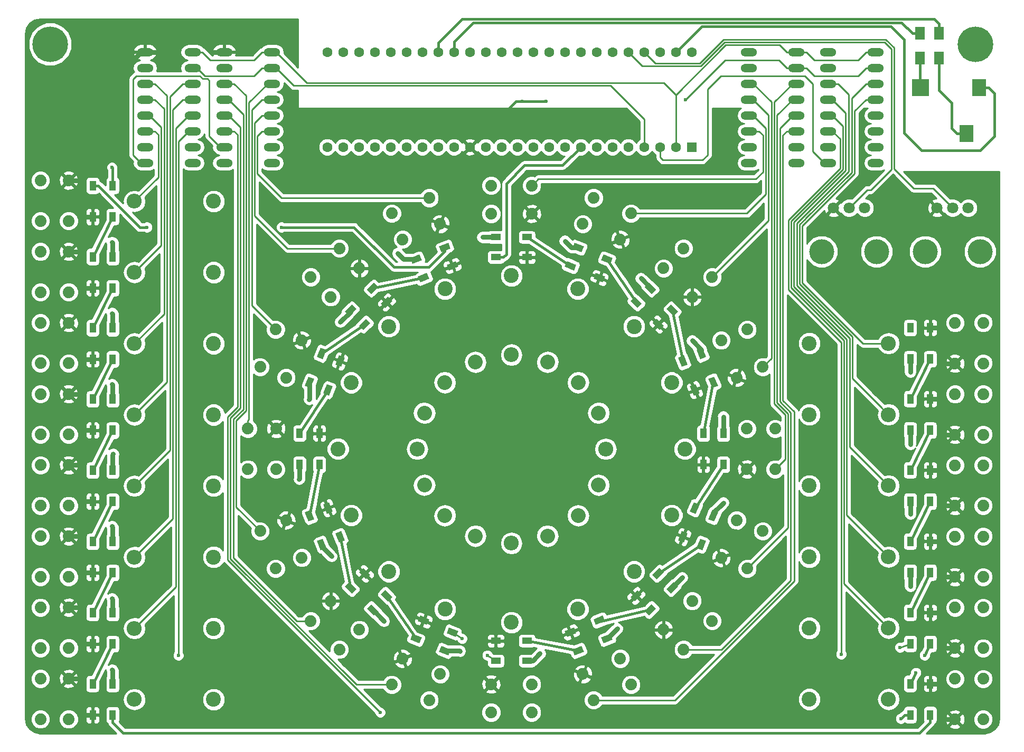
<source format=gtl>
G04 #@! TF.FileFunction,Copper,L1,Top,Signal*
%FSLAX46Y46*%
G04 Gerber Fmt 4.6, Leading zero omitted, Abs format (unit mm)*
G04 Created by KiCad (PCBNEW 4.0.6) date Saturday, 24. November 2018 'u26' 13:26:01*
%MOMM*%
%LPD*%
G01*
G04 APERTURE LIST*
%ADD10C,0.100000*%
%ADD11C,5.700000*%
%ADD12O,2.641600X1.320800*%
%ADD13C,1.600000*%
%ADD14R,1.600000X1.600000*%
%ADD15C,1.800000*%
%ADD16C,4.000000*%
%ADD17R,2.200000X2.800000*%
%ADD18R,2.800000X2.800000*%
%ADD19R,1.000000X1.600000*%
%ADD20R,1.600000X1.000000*%
%ADD21C,1.879600*%
%ADD22R,1.600000X2.000000*%
%ADD23C,2.400000*%
%ADD24O,2.400000X2.400000*%
%ADD25C,2.400000*%
%ADD26C,0.600000*%
%ADD27C,0.250000*%
%ADD28C,0.400000*%
%ADD29C,0.800000*%
%ADD30C,0.254000*%
G04 APERTURE END LIST*
D10*
D11*
X220167200Y-38912800D03*
D12*
X191511200Y-40182800D03*
X191511200Y-42722800D03*
X191511200Y-45262800D03*
X191511200Y-47802800D03*
X191511200Y-50342800D03*
X191511200Y-52882800D03*
X191511200Y-55422800D03*
X191511200Y-57962800D03*
X183891200Y-57962800D03*
X183891200Y-55422800D03*
X183891200Y-52882800D03*
X183891200Y-50342800D03*
X183891200Y-47802800D03*
X183891200Y-45262800D03*
X183891200Y-42722800D03*
X183891200Y-40182800D03*
D13*
X134061200Y-55422800D03*
X131521200Y-55422800D03*
X128981200Y-55422800D03*
X126441200Y-55422800D03*
X136601200Y-55422800D03*
X139141200Y-55422800D03*
X141681200Y-55422800D03*
X123901200Y-55422800D03*
X121361200Y-55422800D03*
X118821200Y-55422800D03*
X116281200Y-55422800D03*
X116281200Y-40182800D03*
X118821200Y-40182800D03*
X121361200Y-40182800D03*
X123901200Y-40182800D03*
X126441200Y-40182800D03*
X128981200Y-40182800D03*
X131521200Y-40182800D03*
X134061200Y-40182800D03*
X144221200Y-55422800D03*
X146761200Y-55422800D03*
X149301200Y-55422800D03*
X151841200Y-55422800D03*
X154381200Y-55422800D03*
X156921200Y-55422800D03*
X159461200Y-55422800D03*
X162001200Y-55422800D03*
X164541200Y-55422800D03*
X167081200Y-55422800D03*
X169621200Y-55422800D03*
X172161200Y-55422800D03*
D14*
X174701200Y-55422800D03*
D13*
X136601200Y-40182800D03*
X139141200Y-40182800D03*
X141681200Y-40182800D03*
X144221200Y-40182800D03*
X146761200Y-40182800D03*
X149301200Y-40182800D03*
X151841200Y-40182800D03*
X154381200Y-40182800D03*
X156921200Y-40182800D03*
X159461200Y-40182800D03*
X162001200Y-40182800D03*
X164541200Y-40182800D03*
X167081200Y-40182800D03*
X169621200Y-40182800D03*
X172161200Y-40182800D03*
X174701200Y-40182800D03*
D15*
X202429200Y-65186800D03*
X199929200Y-65186800D03*
X197429200Y-65186800D03*
D16*
X204329200Y-72186800D03*
X195529200Y-72186800D03*
D12*
X204211200Y-40182800D03*
X204211200Y-42722800D03*
X204211200Y-45262800D03*
X204211200Y-47802800D03*
X204211200Y-50342800D03*
X204211200Y-52882800D03*
X204211200Y-55422800D03*
X204211200Y-57962800D03*
X196591200Y-57962800D03*
X196591200Y-55422800D03*
X196591200Y-52882800D03*
X196591200Y-50342800D03*
X196591200Y-47802800D03*
X196591200Y-45262800D03*
X196591200Y-42722800D03*
X196591200Y-40182800D03*
X107391200Y-40182800D03*
X107391200Y-42722800D03*
X107391200Y-45262800D03*
X107391200Y-47802800D03*
X107391200Y-50342800D03*
X107391200Y-52882800D03*
X107391200Y-55422800D03*
X107391200Y-57962800D03*
X99771200Y-57962800D03*
X99771200Y-55422800D03*
X99771200Y-52882800D03*
X99771200Y-50342800D03*
X99771200Y-47802800D03*
X99771200Y-45262800D03*
X99771200Y-42722800D03*
X99771200Y-40182800D03*
D17*
X218759200Y-53280800D03*
X220759200Y-45880800D03*
D18*
X211359200Y-45880800D03*
D12*
X94691200Y-40182800D03*
X94691200Y-42722800D03*
X94691200Y-45262800D03*
X94691200Y-47802800D03*
X94691200Y-50342800D03*
X94691200Y-52882800D03*
X94691200Y-55422800D03*
X94691200Y-57962800D03*
X87071200Y-57962800D03*
X87071200Y-55422800D03*
X87071200Y-52882800D03*
X87071200Y-50342800D03*
X87071200Y-47802800D03*
X87071200Y-45262800D03*
X87071200Y-42722800D03*
X87071200Y-40182800D03*
D10*
G36*
X122617039Y-129448724D02*
X123324146Y-128741617D01*
X124455517Y-129872988D01*
X123748410Y-130580095D01*
X122617039Y-129448724D01*
X122617039Y-129448724D01*
G37*
G36*
X124879781Y-127185982D02*
X125586888Y-126478875D01*
X126718259Y-127610246D01*
X126011152Y-128317353D01*
X124879781Y-127185982D01*
X124879781Y-127185982D01*
G37*
G36*
X119081505Y-125913190D02*
X119788612Y-125206083D01*
X120919983Y-126337454D01*
X120212876Y-127044561D01*
X119081505Y-125913190D01*
X119081505Y-125913190D01*
G37*
G36*
X121344247Y-123650448D02*
X122051354Y-122943341D01*
X123182725Y-124074712D01*
X122475618Y-124781819D01*
X121344247Y-123650448D01*
X121344247Y-123650448D01*
G37*
D19*
X81864000Y-141549600D03*
X78664000Y-141549600D03*
X81864000Y-146549600D03*
X78664000Y-146549600D03*
X81864000Y-130129600D03*
X78664000Y-130129600D03*
X81864000Y-135129600D03*
X78664000Y-135129600D03*
X81864000Y-118709600D03*
X78664000Y-118709600D03*
X81864000Y-123709600D03*
X78664000Y-123709600D03*
X81864000Y-107289600D03*
X78664000Y-107289600D03*
X81864000Y-112289600D03*
X78664000Y-112289600D03*
X81864000Y-95869600D03*
X78664000Y-95869600D03*
X81864000Y-100869600D03*
X78664000Y-100869600D03*
X81864000Y-84449600D03*
X78664000Y-84449600D03*
X81864000Y-89449600D03*
X78664000Y-89449600D03*
X81864000Y-73029600D03*
X78664000Y-73029600D03*
X81864000Y-78029600D03*
X78664000Y-78029600D03*
X81864000Y-61609600D03*
X78664000Y-61609600D03*
X81864000Y-66609600D03*
X78664000Y-66609600D03*
X209728000Y-146518800D03*
X212928000Y-146518800D03*
X209728000Y-141518800D03*
X212928000Y-141518800D03*
X209728000Y-135098800D03*
X212928000Y-135098800D03*
X209728000Y-130098800D03*
X212928000Y-130098800D03*
X209728000Y-123678800D03*
X212928000Y-123678800D03*
X209728000Y-118678800D03*
X212928000Y-118678800D03*
X209728000Y-112258800D03*
X212928000Y-112258800D03*
X209728000Y-107258800D03*
X212928000Y-107258800D03*
X209728000Y-100838800D03*
X212928000Y-100838800D03*
X209728000Y-95838800D03*
X212928000Y-95838800D03*
X209728000Y-89418800D03*
X212928000Y-89418800D03*
X209728000Y-84418800D03*
X212928000Y-84418800D03*
D20*
X148296000Y-137845600D03*
X148296000Y-134645600D03*
X143296000Y-137845600D03*
X143296000Y-134645600D03*
D10*
G36*
X160561520Y-135070405D02*
X160178837Y-134146525D01*
X161657044Y-133534231D01*
X162039727Y-134458111D01*
X160561520Y-135070405D01*
X160561520Y-135070405D01*
G37*
G36*
X159336933Y-132113990D02*
X158954250Y-131190110D01*
X160432457Y-130577816D01*
X160815140Y-131501696D01*
X159336933Y-132113990D01*
X159336933Y-132113990D01*
G37*
G36*
X155942123Y-136983822D02*
X155559440Y-136059942D01*
X157037647Y-135447648D01*
X157420330Y-136371528D01*
X155942123Y-136983822D01*
X155942123Y-136983822D01*
G37*
G36*
X154717536Y-134027407D02*
X154334853Y-133103527D01*
X155813060Y-132491233D01*
X156195743Y-133415113D01*
X154717536Y-134027407D01*
X154717536Y-134027407D01*
G37*
G36*
X171379124Y-127044561D02*
X170672017Y-126337454D01*
X171803388Y-125206083D01*
X172510495Y-125913190D01*
X171379124Y-127044561D01*
X171379124Y-127044561D01*
G37*
G36*
X169116382Y-124781819D02*
X168409275Y-124074712D01*
X169540646Y-122943341D01*
X170247753Y-123650448D01*
X169116382Y-124781819D01*
X169116382Y-124781819D01*
G37*
G36*
X167843590Y-130580095D02*
X167136483Y-129872988D01*
X168267854Y-128741617D01*
X168974961Y-129448724D01*
X167843590Y-130580095D01*
X167843590Y-130580095D01*
G37*
G36*
X165580848Y-128317353D02*
X164873741Y-127610246D01*
X166005112Y-126478875D01*
X166712219Y-127185982D01*
X165580848Y-128317353D01*
X165580848Y-128317353D01*
G37*
G36*
X178301928Y-115489930D02*
X177378048Y-115107247D01*
X177990342Y-113629040D01*
X178914222Y-114011723D01*
X178301928Y-115489930D01*
X178301928Y-115489930D01*
G37*
G36*
X175345513Y-114265343D02*
X174421633Y-113882660D01*
X175033927Y-112404453D01*
X175957807Y-112787136D01*
X175345513Y-114265343D01*
X175345513Y-114265343D01*
G37*
G36*
X176388511Y-120109327D02*
X175464631Y-119726644D01*
X176076925Y-118248437D01*
X177000805Y-118631120D01*
X176388511Y-120109327D01*
X176388511Y-120109327D01*
G37*
G36*
X173432096Y-118884740D02*
X172508216Y-118502057D01*
X173120510Y-117023850D01*
X174044390Y-117406533D01*
X173432096Y-118884740D01*
X173432096Y-118884740D01*
G37*
D19*
X179776000Y-101365600D03*
X176576000Y-101365600D03*
X179776000Y-106365600D03*
X176576000Y-106365600D03*
D10*
G36*
X177000805Y-89100080D02*
X176076925Y-89482763D01*
X175464631Y-88004556D01*
X176388511Y-87621873D01*
X177000805Y-89100080D01*
X177000805Y-89100080D01*
G37*
G36*
X174044390Y-90324667D02*
X173120510Y-90707350D01*
X172508216Y-89229143D01*
X173432096Y-88846460D01*
X174044390Y-90324667D01*
X174044390Y-90324667D01*
G37*
G36*
X178914222Y-93719477D02*
X177990342Y-94102160D01*
X177378048Y-92623953D01*
X178301928Y-92241270D01*
X178914222Y-93719477D01*
X178914222Y-93719477D01*
G37*
G36*
X175957807Y-94944064D02*
X175033927Y-95326747D01*
X174421633Y-93848540D01*
X175345513Y-93465857D01*
X175957807Y-94944064D01*
X175957807Y-94944064D01*
G37*
G36*
X168974961Y-78282476D02*
X168267854Y-78989583D01*
X167136483Y-77858212D01*
X167843590Y-77151105D01*
X168974961Y-78282476D01*
X168974961Y-78282476D01*
G37*
G36*
X166712219Y-80545218D02*
X166005112Y-81252325D01*
X164873741Y-80120954D01*
X165580848Y-79413847D01*
X166712219Y-80545218D01*
X166712219Y-80545218D01*
G37*
G36*
X172510495Y-81818010D02*
X171803388Y-82525117D01*
X170672017Y-81393746D01*
X171379124Y-80686639D01*
X172510495Y-81818010D01*
X172510495Y-81818010D01*
G37*
G36*
X170247753Y-84080752D02*
X169540646Y-84787859D01*
X168409275Y-83656488D01*
X169116382Y-82949381D01*
X170247753Y-84080752D01*
X170247753Y-84080752D01*
G37*
G36*
X157420330Y-71359672D02*
X157037647Y-72283552D01*
X155559440Y-71671258D01*
X155942123Y-70747378D01*
X157420330Y-71359672D01*
X157420330Y-71359672D01*
G37*
G36*
X156195743Y-74316087D02*
X155813060Y-75239967D01*
X154334853Y-74627673D01*
X154717536Y-73703793D01*
X156195743Y-74316087D01*
X156195743Y-74316087D01*
G37*
G36*
X162039727Y-73273089D02*
X161657044Y-74196969D01*
X160178837Y-73584675D01*
X160561520Y-72660795D01*
X162039727Y-73273089D01*
X162039727Y-73273089D01*
G37*
G36*
X160815140Y-76229504D02*
X160432457Y-77153384D01*
X158954250Y-76541090D01*
X159336933Y-75617210D01*
X160815140Y-76229504D01*
X160815140Y-76229504D01*
G37*
D20*
X143296000Y-69885600D03*
X143296000Y-73085600D03*
X148296000Y-69885600D03*
X148296000Y-73085600D03*
D10*
G36*
X131030480Y-72660795D02*
X131413163Y-73584675D01*
X129934956Y-74196969D01*
X129552273Y-73273089D01*
X131030480Y-72660795D01*
X131030480Y-72660795D01*
G37*
G36*
X132255067Y-75617210D02*
X132637750Y-76541090D01*
X131159543Y-77153384D01*
X130776860Y-76229504D01*
X132255067Y-75617210D01*
X132255067Y-75617210D01*
G37*
G36*
X135649877Y-70747378D02*
X136032560Y-71671258D01*
X134554353Y-72283552D01*
X134171670Y-71359672D01*
X135649877Y-70747378D01*
X135649877Y-70747378D01*
G37*
G36*
X136874464Y-73703793D02*
X137257147Y-74627673D01*
X135778940Y-75239967D01*
X135396257Y-74316087D01*
X136874464Y-73703793D01*
X136874464Y-73703793D01*
G37*
G36*
X120212876Y-80686639D02*
X120919983Y-81393746D01*
X119788612Y-82525117D01*
X119081505Y-81818010D01*
X120212876Y-80686639D01*
X120212876Y-80686639D01*
G37*
G36*
X122475618Y-82949381D02*
X123182725Y-83656488D01*
X122051354Y-84787859D01*
X121344247Y-84080752D01*
X122475618Y-82949381D01*
X122475618Y-82949381D01*
G37*
G36*
X123748410Y-77151105D02*
X124455517Y-77858212D01*
X123324146Y-78989583D01*
X122617039Y-78282476D01*
X123748410Y-77151105D01*
X123748410Y-77151105D01*
G37*
G36*
X126011152Y-79413847D02*
X126718259Y-80120954D01*
X125586888Y-81252325D01*
X124879781Y-80545218D01*
X126011152Y-79413847D01*
X126011152Y-79413847D01*
G37*
G36*
X113290072Y-92241270D02*
X114213952Y-92623953D01*
X113601658Y-94102160D01*
X112677778Y-93719477D01*
X113290072Y-92241270D01*
X113290072Y-92241270D01*
G37*
G36*
X116246487Y-93465857D02*
X117170367Y-93848540D01*
X116558073Y-95326747D01*
X115634193Y-94944064D01*
X116246487Y-93465857D01*
X116246487Y-93465857D01*
G37*
G36*
X115203489Y-87621873D02*
X116127369Y-88004556D01*
X115515075Y-89482763D01*
X114591195Y-89100080D01*
X115203489Y-87621873D01*
X115203489Y-87621873D01*
G37*
G36*
X118159904Y-88846460D02*
X119083784Y-89229143D01*
X118471490Y-90707350D01*
X117547610Y-90324667D01*
X118159904Y-88846460D01*
X118159904Y-88846460D01*
G37*
D19*
X111816000Y-106365600D03*
X115016000Y-106365600D03*
X111816000Y-101365600D03*
X115016000Y-101365600D03*
D10*
G36*
X114591195Y-118631120D02*
X115515075Y-118248437D01*
X116127369Y-119726644D01*
X115203489Y-120109327D01*
X114591195Y-118631120D01*
X114591195Y-118631120D01*
G37*
G36*
X117547610Y-117406533D02*
X118471490Y-117023850D01*
X119083784Y-118502057D01*
X118159904Y-118884740D01*
X117547610Y-117406533D01*
X117547610Y-117406533D01*
G37*
G36*
X112677778Y-114011723D02*
X113601658Y-113629040D01*
X114213952Y-115107247D01*
X113290072Y-115489930D01*
X112677778Y-114011723D01*
X112677778Y-114011723D01*
G37*
G36*
X115634193Y-112787136D02*
X116558073Y-112404453D01*
X117170367Y-113882660D01*
X116246487Y-114265343D01*
X115634193Y-112787136D01*
X115634193Y-112787136D01*
G37*
G36*
X134171670Y-136371528D02*
X134554353Y-135447648D01*
X136032560Y-136059942D01*
X135649877Y-136983822D01*
X134171670Y-136371528D01*
X134171670Y-136371528D01*
G37*
G36*
X135396257Y-133415113D02*
X135778940Y-132491233D01*
X137257147Y-133103527D01*
X136874464Y-134027407D01*
X135396257Y-133415113D01*
X135396257Y-133415113D01*
G37*
G36*
X129552273Y-134458111D02*
X129934956Y-133534231D01*
X131413163Y-134146525D01*
X131030480Y-135070405D01*
X129552273Y-134458111D01*
X129552273Y-134458111D01*
G37*
G36*
X130776860Y-131501696D02*
X131159543Y-130577816D01*
X132637750Y-131190110D01*
X132255067Y-132113990D01*
X130776860Y-131501696D01*
X130776860Y-131501696D01*
G37*
D21*
X142544800Y-141605000D03*
X149047200Y-141605000D03*
X142544800Y-146126200D03*
X149047200Y-146126200D03*
X157234526Y-139976439D03*
X163241960Y-137488079D03*
X158964714Y-144153483D03*
X164972148Y-141665123D03*
X170182840Y-132850331D03*
X174780731Y-128252440D03*
X173379811Y-136047302D03*
X177977702Y-131449411D03*
X179418479Y-121311560D03*
X181906839Y-115304126D03*
X183595523Y-123041748D03*
X186083883Y-117034314D03*
X183535400Y-107116800D03*
X183535400Y-100614400D03*
X188056600Y-107116800D03*
X188056600Y-100614400D03*
X181906839Y-92427074D03*
X179418479Y-86419640D03*
X186083883Y-90696886D03*
X183595523Y-84689452D03*
X174780731Y-79478760D03*
X170182840Y-74880869D03*
X177977702Y-76281789D03*
X173379811Y-71683898D03*
X163241960Y-70243121D03*
X157234526Y-67754761D03*
X164972148Y-66066077D03*
X158964714Y-63577717D03*
X149047200Y-66126200D03*
X142544800Y-66126200D03*
X149047200Y-61605000D03*
X142544800Y-61605000D03*
X134357474Y-67754761D03*
X128350040Y-70243121D03*
X132627286Y-63577717D03*
X126619852Y-66066077D03*
X121409160Y-74880869D03*
X116811269Y-79478760D03*
X118212189Y-71683898D03*
X113614298Y-76281789D03*
X112173521Y-86419640D03*
X109685161Y-92427074D03*
X107996477Y-84689452D03*
X105508117Y-90696886D03*
X108056600Y-100614400D03*
X108056600Y-107116800D03*
X103535400Y-100614400D03*
X103535400Y-107116800D03*
X109685161Y-115304126D03*
X112173521Y-121311560D03*
X105508117Y-117034314D03*
X107996477Y-123041748D03*
X116811269Y-128252440D03*
X121409160Y-132850331D03*
X113614298Y-131449411D03*
X118212189Y-136047302D03*
X128350040Y-137488079D03*
X134357474Y-139976439D03*
X126619852Y-141665123D03*
X132627286Y-144153483D03*
X74808080Y-60777120D03*
X74808080Y-67279520D03*
X70286880Y-60777120D03*
X70286880Y-67279520D03*
X74808080Y-72197120D03*
X74808080Y-78699520D03*
X70286880Y-72197120D03*
X70286880Y-78699520D03*
X74808080Y-83617120D03*
X74808080Y-90119520D03*
X70286880Y-83617120D03*
X70286880Y-90119520D03*
X74808080Y-95037120D03*
X74808080Y-101539520D03*
X70286880Y-95037120D03*
X70286880Y-101539520D03*
X74808080Y-106457120D03*
X74808080Y-112959520D03*
X70286880Y-106457120D03*
X70286880Y-112959520D03*
X74808080Y-117877120D03*
X74808080Y-124379520D03*
X70286880Y-117877120D03*
X70286880Y-124379520D03*
X74808080Y-129297120D03*
X74808080Y-135799520D03*
X70286880Y-129297120D03*
X70286880Y-135799520D03*
X74808080Y-140717120D03*
X74808080Y-147219520D03*
X70286880Y-140717120D03*
X70286880Y-147219520D03*
X216910920Y-90139520D03*
X216910920Y-83637120D03*
X221432120Y-90139520D03*
X221432120Y-83637120D03*
X216910920Y-101559520D03*
X216910920Y-95057120D03*
X221432120Y-101559520D03*
X221432120Y-95057120D03*
X216910920Y-112979520D03*
X216910920Y-106477120D03*
X221432120Y-112979520D03*
X221432120Y-106477120D03*
X216910920Y-124399520D03*
X216910920Y-117897120D03*
X221432120Y-124399520D03*
X221432120Y-117897120D03*
X216910920Y-135819520D03*
X216910920Y-129317120D03*
X221432120Y-135819520D03*
X221432120Y-129317120D03*
X216910920Y-147239520D03*
X216910920Y-140737120D03*
X221432120Y-147239520D03*
X221432120Y-140737120D03*
D22*
X214325200Y-37166800D03*
X214325200Y-41166800D03*
X211277200Y-37166800D03*
X211277200Y-41166800D03*
D23*
X145796000Y-76057600D03*
D24*
X145796000Y-88757600D03*
D23*
X156437661Y-78174358D03*
D25*
X151577581Y-89907628D02*
X151577581Y-89907628D01*
D23*
X165459225Y-84202375D03*
D25*
X156478969Y-93182631D02*
X156478969Y-93182631D01*
D23*
X171487242Y-93223939D03*
D25*
X159753972Y-98084019D02*
X159753972Y-98084019D01*
D23*
X173604000Y-103865600D03*
D24*
X160904000Y-103865600D03*
D23*
X171487242Y-114507261D03*
D25*
X159753972Y-109647181D02*
X159753972Y-109647181D01*
D23*
X165459225Y-123528825D03*
D25*
X156478969Y-114548569D02*
X156478969Y-114548569D01*
D23*
X156437661Y-129556842D03*
D25*
X151577581Y-117823572D02*
X151577581Y-117823572D01*
D23*
X145796000Y-131673600D03*
D24*
X145796000Y-118973600D03*
D23*
X135154339Y-129556842D03*
D25*
X140014419Y-117823572D02*
X140014419Y-117823572D01*
D23*
X126132775Y-123528825D03*
D25*
X135113031Y-114548569D02*
X135113031Y-114548569D01*
D23*
X120104758Y-114507261D03*
D25*
X131838028Y-109647181D02*
X131838028Y-109647181D01*
D23*
X117988000Y-103865600D03*
D24*
X130688000Y-103865600D03*
D23*
X120104758Y-93223939D03*
D25*
X131838028Y-98084019D02*
X131838028Y-98084019D01*
D23*
X126132775Y-84202375D03*
D25*
X135113031Y-93182631D02*
X135113031Y-93182631D01*
D23*
X135154339Y-78174358D03*
D25*
X140014419Y-89907628D02*
X140014419Y-89907628D01*
D23*
X98044000Y-64109600D03*
D24*
X85344000Y-64109600D03*
D23*
X98044000Y-75529600D03*
D24*
X85344000Y-75529600D03*
D23*
X98044000Y-86949600D03*
D24*
X85344000Y-86949600D03*
D23*
X98044000Y-98369600D03*
D24*
X85344000Y-98369600D03*
D23*
X98044000Y-109789600D03*
D24*
X85344000Y-109789600D03*
D23*
X98044000Y-121209600D03*
D24*
X85344000Y-121209600D03*
D23*
X98044000Y-132629600D03*
D24*
X85344000Y-132629600D03*
D23*
X98044000Y-144049600D03*
D24*
X85344000Y-144049600D03*
D23*
X193548000Y-144018800D03*
D24*
X206248000Y-144018800D03*
D23*
X193548000Y-132598800D03*
D24*
X206248000Y-132598800D03*
D23*
X193548000Y-121178800D03*
D24*
X206248000Y-121178800D03*
D23*
X193548000Y-109758800D03*
D24*
X206248000Y-109758800D03*
D23*
X193548000Y-98338800D03*
D24*
X206248000Y-98338800D03*
D23*
X193548000Y-86918800D03*
D24*
X206248000Y-86918800D03*
D15*
X219029200Y-65186800D03*
X216529200Y-65186800D03*
X214029200Y-65186800D03*
D16*
X220929200Y-72186800D03*
X212129200Y-72186800D03*
D11*
X71831200Y-38912800D03*
D26*
X208102200Y-135686800D03*
X208229200Y-147116800D03*
X127561200Y-72482800D03*
X118361200Y-83482800D03*
X113361200Y-95882800D03*
X111761200Y-108682800D03*
X116961200Y-121082800D03*
X125361200Y-131482800D03*
X137561200Y-136282800D03*
X150361200Y-136682800D03*
X162761200Y-132682800D03*
X173161200Y-124482800D03*
X179761200Y-112482800D03*
X179761200Y-98682800D03*
X174761200Y-86482800D03*
X166561200Y-76482800D03*
X154361200Y-70482800D03*
X141161200Y-69882800D03*
X81761200Y-139282800D03*
X81761200Y-127882800D03*
X81761200Y-116282800D03*
X81961200Y-104682800D03*
X81761200Y-93482800D03*
X81761200Y-82082800D03*
X81761200Y-70682800D03*
X209761200Y-91482800D03*
X209761200Y-103082800D03*
X209761200Y-114282800D03*
X209761200Y-125882800D03*
X81761200Y-58682800D03*
X151333200Y-48056800D03*
X147523200Y-48056800D03*
X87361200Y-68282800D03*
X108961200Y-68282800D03*
X141935200Y-136956800D03*
X137871200Y-134289800D03*
X212039200Y-136956800D03*
X210642200Y-139750800D03*
X92405200Y-136988400D03*
X124768190Y-146126200D03*
X198663947Y-136789547D03*
X173685200Y-47802800D03*
D27*
X209728000Y-135098800D02*
X208102200Y-135686800D01*
D28*
X209728000Y-146518800D02*
X208827200Y-146518800D01*
X208827200Y-146518800D02*
X208229200Y-147116800D01*
D29*
X130482718Y-73428882D02*
X128507282Y-73428882D01*
X128507282Y-73428882D02*
X127561200Y-72482800D01*
X120000744Y-81605878D02*
X120000744Y-81843256D01*
X120000744Y-81843256D02*
X118361200Y-83482800D01*
X113445865Y-93171715D02*
X113445865Y-95798135D01*
X113445865Y-95798135D02*
X113361200Y-95882800D01*
X111816000Y-106365600D02*
X111816000Y-108628000D01*
X111816000Y-108628000D02*
X111761200Y-108682800D01*
X115359282Y-119178882D02*
X115359282Y-119480882D01*
X115359282Y-119480882D02*
X116961200Y-121082800D01*
X123536278Y-129660856D02*
X123539256Y-129660856D01*
X123539256Y-129660856D02*
X125361200Y-131482800D01*
X135102115Y-136215735D02*
X137494135Y-136215735D01*
X137494135Y-136215735D02*
X137561200Y-136282800D01*
X148296000Y-137845600D02*
X149198400Y-137845600D01*
X149198400Y-137845600D02*
X150361200Y-136682800D01*
X161109282Y-134302318D02*
X161141682Y-134302318D01*
X161141682Y-134302318D02*
X162761200Y-132682800D01*
X171591256Y-126125322D02*
X171591256Y-126052744D01*
X171591256Y-126052744D02*
X173161200Y-124482800D01*
X178146135Y-114559485D02*
X178146135Y-114097865D01*
X178146135Y-114097865D02*
X179761200Y-112482800D01*
X179776000Y-101365600D02*
X179776000Y-98697600D01*
X179776000Y-98697600D02*
X179761200Y-98682800D01*
X176232718Y-88552318D02*
X176232718Y-87954318D01*
X176232718Y-87954318D02*
X174761200Y-86482800D01*
X168055722Y-78070344D02*
X168055722Y-77977322D01*
X168055722Y-77977322D02*
X166561200Y-76482800D01*
X156489885Y-71515465D02*
X155393865Y-71515465D01*
X155393865Y-71515465D02*
X154361200Y-70482800D01*
X143296000Y-69885600D02*
X141164000Y-69885600D01*
X141164000Y-69885600D02*
X141161200Y-69882800D01*
X81864000Y-141549600D02*
X81864000Y-139385600D01*
X81864000Y-139385600D02*
X81761200Y-139282800D01*
X81864000Y-130129600D02*
X81864000Y-127985600D01*
X81864000Y-127985600D02*
X81761200Y-127882800D01*
X81864000Y-118709600D02*
X81864000Y-116385600D01*
X81864000Y-116385600D02*
X81761200Y-116282800D01*
X81864000Y-107289600D02*
X81864000Y-104780000D01*
X81864000Y-104780000D02*
X81961200Y-104682800D01*
X81864000Y-95869600D02*
X81864000Y-93585600D01*
X81864000Y-93585600D02*
X81761200Y-93482800D01*
X81864000Y-84449600D02*
X81864000Y-82185600D01*
X81864000Y-82185600D02*
X81761200Y-82082800D01*
X81864000Y-73029600D02*
X81864000Y-70785600D01*
X81864000Y-70785600D02*
X81761200Y-70682800D01*
X209728000Y-89418800D02*
X209728000Y-91449600D01*
X209728000Y-91449600D02*
X209761200Y-91482800D01*
X209728000Y-100838800D02*
X209728000Y-103049600D01*
X209728000Y-103049600D02*
X209761200Y-103082800D01*
X209728000Y-112258800D02*
X209728000Y-114249600D01*
X209728000Y-114249600D02*
X209761200Y-114282800D01*
X209728000Y-123678800D02*
X209728000Y-125849600D01*
X209728000Y-125849600D02*
X209761200Y-125882800D01*
D28*
X81864000Y-61609600D02*
X81864000Y-58785600D01*
X81864000Y-58785600D02*
X81761200Y-58682800D01*
X147904200Y-58343800D02*
X154000200Y-58343800D01*
X154000200Y-58343800D02*
X156921200Y-55422800D01*
X144983200Y-61264800D02*
X147904200Y-58343800D01*
X144983200Y-72598400D02*
X144983200Y-61264800D01*
X143296000Y-73085600D02*
X144496000Y-73085600D01*
X144496000Y-73085600D02*
X144983200Y-72598400D01*
D27*
X99110800Y-55422800D02*
X97358200Y-53670200D01*
X97358200Y-53670200D02*
X97358200Y-44754800D01*
X97358200Y-44754800D02*
X97046210Y-44442810D01*
X97046210Y-44442810D02*
X96284210Y-44442810D01*
X96284210Y-44442810D02*
X95834200Y-43992800D01*
X95834200Y-43992800D02*
X85674200Y-43992800D01*
X85674200Y-43992800D02*
X85166200Y-44500800D01*
X85166200Y-44500800D02*
X85166200Y-56718200D01*
X85166200Y-56718200D02*
X86410800Y-57962800D01*
X86410800Y-57962800D02*
X87071200Y-57962800D01*
D28*
X99771200Y-55422800D02*
X99110800Y-55422800D01*
X147523200Y-48056800D02*
X151333200Y-48056800D01*
X147523200Y-48056800D02*
X146507200Y-48056800D01*
X146507200Y-48056800D02*
X139141200Y-55422800D01*
D29*
X183230800Y-40182800D02*
X183891200Y-40182800D01*
X78664000Y-146549600D02*
X77364000Y-146549600D01*
X77364000Y-146549600D02*
X76635760Y-145821360D01*
X76635760Y-145821360D02*
X76635760Y-140717120D01*
X90992000Y-38382800D02*
X95850400Y-38382800D01*
X95850400Y-38382800D02*
X97650400Y-40182800D01*
X97650400Y-40182800D02*
X99771200Y-40182800D01*
X87071200Y-40182800D02*
X89192000Y-40182800D01*
X89192000Y-40182800D02*
X90992000Y-38382800D01*
X76661200Y-62622240D02*
X76661200Y-60732800D01*
X76661200Y-60732800D02*
X76661200Y-49932400D01*
X74808080Y-60777120D02*
X76616880Y-60777120D01*
X76616880Y-60777120D02*
X76661200Y-60732800D01*
X76657200Y-66629280D02*
X76657200Y-62626240D01*
X76657200Y-62626240D02*
X76661200Y-62622240D01*
X76661200Y-49932400D02*
X86410800Y-40182800D01*
X86410800Y-40182800D02*
X87071200Y-40182800D01*
X214993220Y-135826500D02*
X214993220Y-141528800D01*
X214993220Y-141528800D02*
X214993220Y-147159980D01*
X214228000Y-141518800D02*
X214238000Y-141528800D01*
X212928000Y-141518800D02*
X214228000Y-141518800D01*
X214238000Y-141528800D02*
X214993220Y-141528800D01*
X214993220Y-130040380D02*
X214993220Y-135826500D01*
X216910920Y-135819520D02*
X215581843Y-135819520D01*
X215581843Y-135819520D02*
X215574863Y-135826500D01*
X215574863Y-135826500D02*
X214993220Y-135826500D01*
X214993220Y-124391420D02*
X214993220Y-130040380D01*
X214934800Y-130098800D02*
X214993220Y-130040380D01*
X212928000Y-130098800D02*
X214934800Y-130098800D01*
X214993220Y-118681500D02*
X214993220Y-124391420D01*
X216910920Y-124399520D02*
X215581843Y-124399520D01*
X215581843Y-124399520D02*
X215573743Y-124391420D01*
X215573743Y-124391420D02*
X214993220Y-124391420D01*
X214993220Y-112979200D02*
X214993220Y-118681500D01*
X212928000Y-118678800D02*
X214228000Y-118678800D01*
X214228000Y-118678800D02*
X214230700Y-118681500D01*
X214230700Y-118681500D02*
X214993220Y-118681500D01*
X214993220Y-107258800D02*
X214993220Y-112979200D01*
X215581523Y-112979200D02*
X214993220Y-112979200D01*
X216910920Y-112979520D02*
X215581843Y-112979520D01*
X215581843Y-112979520D02*
X215581523Y-112979200D01*
X214993220Y-101559520D02*
X214993220Y-107258800D01*
X212928000Y-107258800D02*
X214993220Y-107258800D01*
X214993220Y-95838800D02*
X214993220Y-101559520D01*
X216910920Y-101559520D02*
X214993220Y-101559520D01*
X214993220Y-90129360D02*
X214993220Y-95838800D01*
X212928000Y-95838800D02*
X214993220Y-95838800D01*
X214993220Y-84420700D02*
X214993220Y-90129360D01*
X216910920Y-90139520D02*
X215581843Y-90139520D01*
X215581843Y-90139520D02*
X215571683Y-90129360D01*
X215571683Y-90129360D02*
X214993220Y-90129360D01*
X214993220Y-147159980D02*
X215072760Y-147239520D01*
X215072760Y-147239520D02*
X216910920Y-147239520D01*
X214995120Y-84418800D02*
X214993220Y-84420700D01*
X212928000Y-84418800D02*
X214995120Y-84418800D01*
X76657200Y-66629280D02*
X76657200Y-72179180D01*
X78664000Y-66609600D02*
X77364000Y-66609600D01*
X77364000Y-66609600D02*
X77344320Y-66629280D01*
X77344320Y-66629280D02*
X76657200Y-66629280D01*
X76657200Y-72179180D02*
X76657200Y-78026260D01*
X74808080Y-72197120D02*
X76639260Y-72197120D01*
X76639260Y-72197120D02*
X76657200Y-72179180D01*
X76657200Y-78026260D02*
X76657200Y-89451180D01*
X78664000Y-78029600D02*
X77364000Y-78029600D01*
X77364000Y-78029600D02*
X77360660Y-78026260D01*
X77360660Y-78026260D02*
X76657200Y-78026260D01*
X76657200Y-89451180D02*
X76657200Y-95041720D01*
X78664000Y-89449600D02*
X77364000Y-89449600D01*
X77364000Y-89449600D02*
X77362420Y-89451180D01*
X77362420Y-89451180D02*
X76657200Y-89451180D01*
X76657200Y-95041720D02*
X76657200Y-100832920D01*
X74808080Y-95037120D02*
X76137157Y-95037120D01*
X76137157Y-95037120D02*
X76141757Y-95041720D01*
X76141757Y-95041720D02*
X76657200Y-95041720D01*
X76657200Y-100832920D02*
X76657200Y-106408220D01*
X78664000Y-100869600D02*
X76693880Y-100869600D01*
X76693880Y-100869600D02*
X76657200Y-100832920D01*
X76657200Y-106408220D02*
X76657200Y-112288320D01*
X74808080Y-106457120D02*
X76608300Y-106457120D01*
X76608300Y-106457120D02*
X76657200Y-106408220D01*
X76657200Y-112288320D02*
X76657200Y-118000780D01*
X78664000Y-112289600D02*
X77364000Y-112289600D01*
X77364000Y-112289600D02*
X77362720Y-112288320D01*
X77362720Y-112288320D02*
X76657200Y-112288320D01*
X76657200Y-118000780D02*
X76657200Y-123708160D01*
X74808080Y-117877120D02*
X76533540Y-117877120D01*
X76533540Y-117877120D02*
X76657200Y-118000780D01*
X76657200Y-123708160D02*
X76657200Y-129334260D01*
X78664000Y-123709600D02*
X77364000Y-123709600D01*
X77362560Y-123708160D02*
X76657200Y-123708160D01*
X77364000Y-123709600D02*
X77362560Y-123708160D01*
X76620060Y-129297120D02*
X76657200Y-129334260D01*
X76657200Y-129334260D02*
X76657200Y-135117840D01*
X74808080Y-129297120D02*
X76620060Y-129297120D01*
X76657200Y-135117840D02*
X76657200Y-140695680D01*
X78664000Y-135129600D02*
X77364000Y-135129600D01*
X77364000Y-135129600D02*
X77352240Y-135117840D01*
X77352240Y-135117840D02*
X76657200Y-135117840D01*
X74808080Y-140717120D02*
X76635760Y-140717120D01*
X76635760Y-140717120D02*
X76657200Y-140695680D01*
D27*
X169621200Y-55422800D02*
X169621200Y-57073800D01*
X169621200Y-57073800D02*
X170060190Y-57512790D01*
X179400200Y-43992800D02*
X192862200Y-43992800D01*
X170060190Y-57512790D02*
X176421210Y-57512790D01*
X194132200Y-45262800D02*
X194132200Y-56164200D01*
X195930800Y-57962800D02*
X196591200Y-57962800D01*
X176421210Y-57512790D02*
X177241200Y-56692800D01*
X177241200Y-56692800D02*
X177241200Y-46151800D01*
X177241200Y-46151800D02*
X179400200Y-43992800D01*
X194132200Y-56164200D02*
X195930800Y-57962800D01*
X192862200Y-43992800D02*
X194132200Y-45262800D01*
X183230800Y-55422800D02*
X183891200Y-55422800D01*
D28*
X99110800Y-57962800D02*
X99771200Y-57962800D01*
X156489885Y-136215735D02*
X148296000Y-134645600D01*
X87361200Y-68282800D02*
X86237200Y-68282800D01*
X86237200Y-68282800D02*
X79564000Y-61609600D01*
X79564000Y-61609600D02*
X78664000Y-61609600D01*
X120561200Y-68282800D02*
X108961200Y-68282800D01*
X126961200Y-74682800D02*
X120561200Y-68282800D01*
X132575976Y-74682800D02*
X126961200Y-74682800D01*
X135102115Y-71515465D02*
X135102115Y-72156661D01*
X135102115Y-72156661D02*
X132575976Y-74682800D01*
X212928000Y-146518800D02*
X212928000Y-147718800D01*
X212928000Y-147718800D02*
X211244000Y-149402800D01*
X211244000Y-149402800D02*
X83515200Y-149402800D01*
X83515200Y-149402800D02*
X81864000Y-147751600D01*
X81864000Y-147751600D02*
X81864000Y-146549600D01*
X81864000Y-146549600D02*
X81932000Y-146549600D01*
X148296000Y-69885600D02*
X155265298Y-74471880D01*
X161109282Y-73428882D02*
X165792980Y-80333086D01*
X171591256Y-81605878D02*
X173276303Y-89776905D01*
X178146135Y-93171715D02*
X176576000Y-101365600D01*
X179776000Y-106365600D02*
X175189720Y-113334898D01*
X176232718Y-119178882D02*
X169328514Y-123862580D01*
X168055722Y-129660856D02*
X159461200Y-131622800D01*
X159461200Y-131622800D02*
X159884695Y-131345903D01*
D27*
X136326702Y-133259320D02*
X137871200Y-134289800D01*
X141935200Y-136956800D02*
X143296000Y-137845600D01*
D28*
X130482718Y-134302318D02*
X125799020Y-127398114D01*
X120000744Y-126125322D02*
X118315697Y-117954295D01*
X113445865Y-114559485D02*
X115016000Y-106365600D01*
X111816000Y-101365600D02*
X116402280Y-94396302D01*
X115359282Y-88552318D02*
X122263486Y-83868620D01*
X123536278Y-78070344D02*
X131707305Y-76385297D01*
X81864000Y-66609600D02*
X78664000Y-73029600D01*
X81864000Y-78029600D02*
X78664000Y-84449600D01*
X81864000Y-89449600D02*
X78664000Y-95869600D01*
X81864000Y-100869600D02*
X78664000Y-107289600D01*
X81864000Y-112289600D02*
X78664000Y-118709600D01*
X81864000Y-123709600D02*
X78664000Y-130129600D01*
X81864000Y-135129600D02*
X78664000Y-141549600D01*
X209728000Y-141518800D02*
X210642200Y-139750800D01*
X212039200Y-136956800D02*
X212928000Y-135098800D01*
X209728000Y-130098800D02*
X212928000Y-123678800D01*
X209728000Y-118678800D02*
X212928000Y-112258800D01*
X209728000Y-107258800D02*
X212928000Y-100838800D01*
X209728000Y-95838800D02*
X212928000Y-89418800D01*
D27*
X91061200Y-47322000D02*
X91061200Y-104072400D01*
X91061200Y-104072400D02*
X85344000Y-109789600D01*
X94691200Y-45262800D02*
X93120400Y-45262800D01*
X93120400Y-45262800D02*
X91061200Y-47322000D01*
X91511210Y-49411990D02*
X91511210Y-115042390D01*
X91511210Y-115042390D02*
X85344000Y-121209600D01*
X94691200Y-47802800D02*
X93120400Y-47802800D01*
X93120400Y-47802800D02*
X91511210Y-49411990D01*
X91961220Y-52412380D02*
X91961220Y-126012380D01*
X91961220Y-126012380D02*
X85344000Y-132629600D01*
X94691200Y-50342800D02*
X94030800Y-50342800D01*
X94030800Y-50342800D02*
X91961220Y-52412380D01*
X92411230Y-54502370D02*
X92411230Y-136982370D01*
X94691200Y-52882800D02*
X94030800Y-52882800D01*
X94030800Y-52882800D02*
X92411230Y-54502370D01*
X89211170Y-53451970D02*
X89211170Y-60242430D01*
X89211170Y-60242430D02*
X85344000Y-64109600D01*
X87071200Y-52882800D02*
X88642000Y-52882800D01*
X88642000Y-52882800D02*
X89211170Y-53451970D01*
X89661180Y-52272380D02*
X89661180Y-71212420D01*
X89661180Y-71212420D02*
X85344000Y-75529600D01*
X87071200Y-50342800D02*
X87731600Y-50342800D01*
X87731600Y-50342800D02*
X89661180Y-52272380D01*
X90111190Y-49271990D02*
X90111190Y-82182410D01*
X90111190Y-82182410D02*
X85344000Y-86949600D01*
X87071200Y-47802800D02*
X88642000Y-47802800D01*
X88642000Y-47802800D02*
X90111190Y-49271990D01*
X90561200Y-47182000D02*
X90561200Y-93152400D01*
X90561200Y-93152400D02*
X85344000Y-98369600D01*
X87071200Y-45262800D02*
X88642000Y-45262800D01*
X88642000Y-45262800D02*
X90561200Y-47182000D01*
X103711210Y-48282390D02*
X103711210Y-99109513D01*
X103711210Y-99109513D02*
X103535400Y-99285323D01*
X103535400Y-99285323D02*
X103535400Y-100614400D01*
X107391200Y-45262800D02*
X106730800Y-45262800D01*
X106730800Y-45262800D02*
X103711210Y-48282390D01*
X104161220Y-49461980D02*
X104161220Y-80854195D01*
X104161220Y-80854195D02*
X107996477Y-84689452D01*
X107391200Y-47802800D02*
X105820400Y-47802800D01*
X105820400Y-47802800D02*
X104161220Y-49461980D01*
X107391200Y-50342800D02*
X105820400Y-50342800D01*
X105820400Y-50342800D02*
X104611230Y-51551970D01*
X104611230Y-51551970D02*
X104611230Y-66432830D01*
X104611230Y-66432830D02*
X109862298Y-71683898D01*
X109862298Y-71683898D02*
X118212189Y-71683898D01*
X105061240Y-59682840D02*
X108956117Y-63577717D01*
X108956117Y-63577717D02*
X132627286Y-63577717D01*
X105061240Y-53641960D02*
X105061240Y-59682840D01*
X107391200Y-52882800D02*
X105820400Y-52882800D01*
X105820400Y-52882800D02*
X105061240Y-53641960D01*
X107391200Y-52882800D02*
X106730800Y-52882800D01*
X100311170Y-98723600D02*
X100311171Y-121669181D01*
X100311171Y-121669181D02*
X124768190Y-146126200D01*
X101911170Y-53451970D02*
X101911170Y-97123600D01*
X101911170Y-97123600D02*
X100311170Y-98723600D01*
X99771200Y-52882800D02*
X101342000Y-52882800D01*
X101342000Y-52882800D02*
X101911170Y-53451970D01*
X100761180Y-121482780D02*
X120943523Y-141665123D01*
X120943523Y-141665123D02*
X126619852Y-141665123D01*
X102361180Y-97310000D02*
X100761180Y-98910000D01*
X100761180Y-98910000D02*
X100761180Y-121482780D01*
X102361180Y-52272380D02*
X102361180Y-97310000D01*
X99771200Y-50342800D02*
X100431600Y-50342800D01*
X100431600Y-50342800D02*
X102361180Y-52272380D01*
X99771200Y-47802800D02*
X100431600Y-47802800D01*
X100431600Y-47802800D02*
X102811190Y-50182390D01*
X102811190Y-50182390D02*
X102811190Y-97496400D01*
X101211190Y-121296380D02*
X111364221Y-131449411D01*
X102811190Y-97496400D02*
X101211190Y-99096400D01*
X101211190Y-99096400D02*
X101211190Y-121296380D01*
X111364221Y-131449411D02*
X113614298Y-131449411D01*
X101661200Y-99282800D02*
X101661200Y-113187397D01*
X101661200Y-113187397D02*
X105508117Y-117034314D01*
X103261200Y-97682800D02*
X101661200Y-99282800D01*
X103261200Y-47182000D02*
X103261200Y-97682800D01*
X99771200Y-45262800D02*
X101342000Y-45262800D01*
X101342000Y-45262800D02*
X103261200Y-47182000D01*
X191511200Y-45262800D02*
X190850800Y-45262800D01*
X190850800Y-45262800D02*
X187927410Y-48186190D01*
X187927410Y-48186190D02*
X187927410Y-96614410D01*
X187927410Y-96614410D02*
X189687200Y-98374200D01*
X189687200Y-98374200D02*
X189687200Y-105486200D01*
X189687200Y-105486200D02*
X188056600Y-107116800D01*
X188377420Y-50276180D02*
X188377420Y-96428010D01*
X188377420Y-96428010D02*
X190137210Y-98187800D01*
X190137210Y-98187800D02*
X190137210Y-116500061D01*
X190137210Y-116500061D02*
X184535322Y-122101949D01*
X184535322Y-122101949D02*
X183595523Y-123041748D01*
X190850800Y-47802800D02*
X188377420Y-50276180D01*
X191511200Y-47802800D02*
X190850800Y-47802800D01*
X190587220Y-124931580D02*
X179471498Y-136047302D01*
X179471498Y-136047302D02*
X173379811Y-136047302D01*
X188827430Y-52366170D02*
X188827430Y-96241610D01*
X188827430Y-96241610D02*
X190587220Y-98001400D01*
X190587220Y-98001400D02*
X190587220Y-124931580D01*
X191511200Y-50342800D02*
X190850800Y-50342800D01*
X190850800Y-50342800D02*
X188827430Y-52366170D01*
X191109600Y-97887370D02*
X191109600Y-125045610D01*
X191109600Y-125045610D02*
X172001727Y-144153483D01*
X172001727Y-144153483D02*
X160293791Y-144153483D01*
X160293791Y-144153483D02*
X158964714Y-144153483D01*
X189277440Y-53545760D02*
X189277440Y-96055210D01*
X189277440Y-96055210D02*
X191109600Y-97887370D01*
X191511200Y-52882800D02*
X189940400Y-52882800D01*
X189940400Y-52882800D02*
X189277440Y-53545760D01*
X191511200Y-52882800D02*
X190850800Y-52882800D01*
X184962800Y-60566300D02*
X150085900Y-60566300D01*
X150085900Y-60566300D02*
X149047200Y-61605000D01*
X186127370Y-59401730D02*
X184962800Y-60566300D01*
X186127370Y-53548170D02*
X186127370Y-59401730D01*
X183891200Y-52882800D02*
X185462000Y-52882800D01*
X185462000Y-52882800D02*
X186127370Y-53548170D01*
X186577380Y-63028420D02*
X183539723Y-66066077D01*
X183539723Y-66066077D02*
X164972148Y-66066077D01*
X186577380Y-52368580D02*
X186577380Y-63028420D01*
X183891200Y-50342800D02*
X184551600Y-50342800D01*
X184551600Y-50342800D02*
X186577380Y-52368580D01*
X187027390Y-50278590D02*
X187027390Y-67232101D01*
X187027390Y-67232101D02*
X177977702Y-76281789D01*
X183891200Y-47802800D02*
X184551600Y-47802800D01*
X184551600Y-47802800D02*
X187027390Y-50278590D01*
X187477400Y-48188600D02*
X187477400Y-89303369D01*
X187477400Y-89303369D02*
X186083883Y-90696886D01*
X183891200Y-45262800D02*
X184551600Y-45262800D01*
X184551600Y-45262800D02*
X187477400Y-48188600D01*
X204211200Y-45262800D02*
X202640400Y-45262800D01*
X202640400Y-45262800D02*
X200355200Y-47548000D01*
X200355200Y-47548000D02*
X200355200Y-59486800D01*
X200355200Y-59486800D02*
X192921596Y-66920404D01*
X192921596Y-66920404D02*
X192921596Y-66926044D01*
X200463991Y-92554791D02*
X205048001Y-97138801D01*
X192921596Y-66926044D02*
X191995240Y-67852400D01*
X191995240Y-67852400D02*
X191995241Y-77411611D01*
X191995241Y-77411611D02*
X200463991Y-85880361D01*
X200463991Y-85880361D02*
X200463991Y-92554791D01*
X205048001Y-97138801D02*
X206248000Y-98338800D01*
X204211200Y-45262800D02*
X203550800Y-45262800D01*
X204211200Y-47802800D02*
X202640400Y-47802800D01*
X202640400Y-47802800D02*
X200805210Y-49637990D01*
X200805210Y-49637990D02*
X200805210Y-59673200D01*
X200805210Y-59673200D02*
X193371606Y-67106804D01*
X193371606Y-67106804D02*
X193371606Y-67112444D01*
X193371606Y-67112444D02*
X192445250Y-68038800D01*
X192445250Y-68038800D02*
X192445250Y-77225210D01*
X192445250Y-77225210D02*
X202138840Y-86918800D01*
X202138840Y-86918800D02*
X206248000Y-86918800D01*
X204211200Y-47802800D02*
X203550800Y-47802800D01*
X190195200Y-67106800D02*
X190195200Y-78282800D01*
X190195200Y-78282800D02*
X198663947Y-86751547D01*
X198663947Y-136789547D02*
X198663947Y-86751547D01*
X191121560Y-66174800D02*
X198497170Y-58799190D01*
X190195200Y-67106800D02*
X191121560Y-66180440D01*
X191121560Y-66180440D02*
X191121560Y-66174800D01*
X198497170Y-54128370D02*
X197251600Y-52882800D01*
X198497170Y-58799190D02*
X198497170Y-54128370D01*
X197251600Y-52882800D02*
X196591200Y-52882800D01*
X198663947Y-136434747D02*
X198663947Y-136789547D01*
X206248000Y-132598800D02*
X199113958Y-125464758D01*
X199113958Y-125464758D02*
X199113958Y-86439558D01*
X199113958Y-86439558D02*
X190645210Y-77970810D01*
X190645210Y-77970810D02*
X190645210Y-67293200D01*
X190645210Y-67293200D02*
X191571569Y-66366841D01*
X191571569Y-66366841D02*
X191571570Y-66361200D01*
X191571570Y-66361200D02*
X198947180Y-58985590D01*
X198947180Y-58985590D02*
X198947180Y-52038380D01*
X198947180Y-52038380D02*
X197251600Y-50342800D01*
X197251600Y-50342800D02*
X196591200Y-50342800D01*
X206248000Y-121178800D02*
X199563969Y-114494769D01*
X199563969Y-114494769D02*
X199563967Y-86253157D01*
X197251600Y-47802800D02*
X196591200Y-47802800D01*
X199563967Y-86253157D02*
X191095220Y-77784410D01*
X191095220Y-77784410D02*
X191095220Y-67479600D01*
X191095220Y-67479600D02*
X192021578Y-66553242D01*
X192021578Y-66553242D02*
X192021578Y-66547602D01*
X199397190Y-59171990D02*
X199397190Y-49948390D01*
X192021578Y-66547602D02*
X199397190Y-59171990D01*
X199397190Y-49948390D02*
X197251600Y-47802800D01*
X200013980Y-103524780D02*
X200299000Y-103809800D01*
X200013976Y-86066756D02*
X200013976Y-103524776D01*
X200299000Y-103809800D02*
X205048001Y-108558801D01*
X191545230Y-77598010D02*
X200013976Y-86066756D01*
X196591200Y-45262800D02*
X198162000Y-45262800D01*
X198162000Y-45262800D02*
X199847200Y-46948000D01*
X199847200Y-46948000D02*
X199847200Y-59358390D01*
X199847200Y-59358390D02*
X192471588Y-66734002D01*
X192471588Y-66734002D02*
X192471587Y-66739643D01*
X192471587Y-66739643D02*
X191545230Y-67666000D01*
X191545230Y-67666000D02*
X191545230Y-77598010D01*
X200013976Y-103524776D02*
X200299000Y-103809800D01*
X205048001Y-108558801D02*
X206248000Y-109758800D01*
X196591200Y-45262800D02*
X197251600Y-45262800D01*
X210261200Y-62026800D02*
X213369200Y-62026800D01*
X213369200Y-62026800D02*
X216529200Y-65186800D01*
X207155210Y-58920810D02*
X210261200Y-62026800D01*
X205806591Y-38139781D02*
X207155210Y-39488400D01*
X207155210Y-39488400D02*
X207155210Y-58920810D01*
X179789400Y-38139780D02*
X205806591Y-38139781D01*
X167081200Y-40182800D02*
X168852985Y-41954585D01*
X168852985Y-41954585D02*
X175974595Y-41954585D01*
X175974595Y-41954585D02*
X179789400Y-38139780D01*
X164541200Y-40182800D02*
X166762995Y-42404595D01*
X166762995Y-42404595D02*
X176160995Y-42404595D01*
X176160995Y-42404595D02*
X179975800Y-38589790D01*
X179975800Y-38589790D02*
X205620190Y-38589790D01*
X205620190Y-38589790D02*
X206705200Y-39674800D01*
X206705200Y-39674800D02*
X206705200Y-58978800D01*
X206705200Y-58978800D02*
X203403200Y-62280800D01*
X203403200Y-62280800D02*
X202835200Y-62280800D01*
X202835200Y-62280800D02*
X199929200Y-65186800D01*
X107391200Y-40182800D02*
X108051600Y-40182800D01*
X108051600Y-40182800D02*
X113004600Y-45135800D01*
X113004600Y-45135800D02*
X170256200Y-45135800D01*
X170256200Y-45135800D02*
X172161200Y-47040800D01*
X172161200Y-55422800D02*
X172161200Y-47040800D01*
X172161200Y-47040800D02*
X180162200Y-39039800D01*
X180162200Y-39039800D02*
X188797400Y-39039800D01*
X188797400Y-39039800D02*
X189940400Y-40182800D01*
X189940400Y-40182800D02*
X191511200Y-40182800D01*
X97532000Y-41452800D02*
X104550400Y-41452800D01*
X105820400Y-40182800D02*
X107391200Y-40182800D01*
X104550400Y-41452800D02*
X105820400Y-40182800D01*
X94691200Y-40182800D02*
X96262000Y-40182800D01*
X96262000Y-40182800D02*
X97532000Y-41452800D01*
X201370400Y-41452800D02*
X194352000Y-41452800D01*
X194352000Y-41452800D02*
X193082000Y-40182800D01*
X193082000Y-40182800D02*
X191511200Y-40182800D01*
X204211200Y-40182800D02*
X202640400Y-40182800D01*
X202640400Y-40182800D02*
X201370400Y-41452800D01*
X180035200Y-41452800D02*
X173685200Y-47802800D01*
X188670400Y-41452800D02*
X180035200Y-41452800D01*
X191511200Y-42722800D02*
X189940400Y-42722800D01*
X189940400Y-42722800D02*
X188670400Y-41452800D01*
X107391200Y-42722800D02*
X108051600Y-42722800D01*
X108051600Y-42722800D02*
X110914610Y-45585810D01*
X110914610Y-45585810D02*
X161687800Y-45585810D01*
X161687800Y-45585810D02*
X167081200Y-50979210D01*
X167081200Y-50979210D02*
X167081200Y-55422800D01*
X96621600Y-43992800D02*
X104550400Y-43992800D01*
X104550400Y-43992800D02*
X105820400Y-42722800D01*
X105820400Y-42722800D02*
X107391200Y-42722800D01*
X94691200Y-42722800D02*
X95351600Y-42722800D01*
X95351600Y-42722800D02*
X96621600Y-43992800D01*
X194352000Y-43992800D02*
X201370400Y-43992800D01*
X201370400Y-43992800D02*
X202640400Y-42722800D01*
X202640400Y-42722800D02*
X204211200Y-42722800D01*
X191511200Y-42722800D02*
X193082000Y-42722800D01*
X193082000Y-42722800D02*
X194352000Y-43992800D01*
D28*
X134061200Y-40182800D02*
X134061200Y-38658800D01*
X134061200Y-38658800D02*
X137871200Y-34848800D01*
X137871200Y-34848800D02*
X213563200Y-34848800D01*
X213563200Y-34848800D02*
X214325200Y-35610800D01*
X214325200Y-35610800D02*
X214325200Y-37166800D01*
X214325200Y-37166800D02*
X214325200Y-36966800D01*
X134061200Y-40182800D02*
X134061200Y-39582800D01*
X208359210Y-35448810D02*
X210077200Y-37166800D01*
X210077200Y-37166800D02*
X211277200Y-37166800D01*
X208359210Y-35448810D02*
X139643732Y-35448810D01*
X136601200Y-40182800D02*
X136601200Y-38491342D01*
X136601200Y-38491342D02*
X139643732Y-35448810D01*
X211277200Y-36966800D02*
X211277200Y-37166800D01*
X136601200Y-40182800D02*
X136711200Y-40182800D01*
X214325200Y-41166800D02*
X214325200Y-46278800D01*
X214325200Y-46278800D02*
X216357200Y-48310800D01*
X216357200Y-48310800D02*
X216357200Y-52378800D01*
X216357200Y-52378800D02*
X217259200Y-53280800D01*
X217259200Y-53280800D02*
X218759200Y-53280800D01*
X211277200Y-41166800D02*
X211277200Y-45798800D01*
X211277200Y-45798800D02*
X211359200Y-45880800D01*
X211277200Y-44782800D02*
X211613200Y-45118800D01*
X211277200Y-46306800D02*
X211613200Y-46642800D01*
X172161200Y-40182800D02*
X176295180Y-36048820D01*
X176295180Y-36048820D02*
X206635220Y-36048820D01*
X222259200Y-45880800D02*
X220759200Y-45880800D01*
X206635220Y-36048820D02*
X208737200Y-38150800D01*
X208737200Y-38150800D02*
X208737200Y-53136800D01*
X208737200Y-53136800D02*
X211531200Y-55930800D01*
X220929200Y-55930800D02*
X223215200Y-53644800D01*
X211531200Y-55930800D02*
X220929200Y-55930800D01*
X223215200Y-53644800D02*
X223215200Y-46836800D01*
X223215200Y-46836800D02*
X222259200Y-45880800D01*
D30*
G36*
X111582200Y-42638598D02*
X109342360Y-40398758D01*
X109385316Y-40182800D01*
X109286710Y-39687072D01*
X109005902Y-39266814D01*
X108585644Y-38986006D01*
X108089916Y-38887400D01*
X106692484Y-38887400D01*
X106196756Y-38986006D01*
X105776498Y-39266814D01*
X105649566Y-39456781D01*
X105529560Y-39480652D01*
X105282999Y-39645399D01*
X104235598Y-40692800D01*
X101606575Y-40692800D01*
X101676995Y-40561196D01*
X101685020Y-40509905D01*
X101561133Y-40309800D01*
X99898200Y-40309800D01*
X99898200Y-40329800D01*
X99644200Y-40329800D01*
X99644200Y-40309800D01*
X97981267Y-40309800D01*
X97857380Y-40509905D01*
X97865405Y-40561196D01*
X97935825Y-40692800D01*
X97846802Y-40692800D01*
X97009697Y-39855695D01*
X97857380Y-39855695D01*
X97981267Y-40055800D01*
X99644200Y-40055800D01*
X99644200Y-38887400D01*
X99898200Y-38887400D01*
X99898200Y-40055800D01*
X101561133Y-40055800D01*
X101685020Y-39855695D01*
X101676995Y-39804404D01*
X101437389Y-39356616D01*
X101044661Y-39034607D01*
X100558600Y-38887400D01*
X99898200Y-38887400D01*
X99644200Y-38887400D01*
X98983800Y-38887400D01*
X98497739Y-39034607D01*
X98105011Y-39356616D01*
X97865405Y-39804404D01*
X97857380Y-39855695D01*
X97009697Y-39855695D01*
X96799401Y-39645399D01*
X96552839Y-39480652D01*
X96432834Y-39456781D01*
X96305902Y-39266814D01*
X95885644Y-38986006D01*
X95389916Y-38887400D01*
X93992484Y-38887400D01*
X93496756Y-38986006D01*
X93076498Y-39266814D01*
X92795690Y-39687072D01*
X92697084Y-40182800D01*
X92795690Y-40678528D01*
X93076498Y-41098786D01*
X93496756Y-41379594D01*
X93864789Y-41452800D01*
X93496756Y-41526006D01*
X93076498Y-41806814D01*
X92795690Y-42227072D01*
X92697084Y-42722800D01*
X92795690Y-43218528D01*
X92805226Y-43232800D01*
X88957174Y-43232800D01*
X88966710Y-43218528D01*
X89065316Y-42722800D01*
X88966710Y-42227072D01*
X88685902Y-41806814D01*
X88265644Y-41526006D01*
X87924686Y-41458185D01*
X88344661Y-41330993D01*
X88737389Y-41008984D01*
X88976995Y-40561196D01*
X88985020Y-40509905D01*
X88861133Y-40309800D01*
X87198200Y-40309800D01*
X87198200Y-40329800D01*
X86944200Y-40329800D01*
X86944200Y-40309800D01*
X85281267Y-40309800D01*
X85157380Y-40509905D01*
X85165405Y-40561196D01*
X85405011Y-41008984D01*
X85797739Y-41330993D01*
X86217714Y-41458185D01*
X85876756Y-41526006D01*
X85456498Y-41806814D01*
X85175690Y-42227072D01*
X85077084Y-42722800D01*
X85175690Y-43218528D01*
X85273106Y-43364322D01*
X85136799Y-43455399D01*
X84628799Y-43963399D01*
X84464052Y-44209961D01*
X84406200Y-44500800D01*
X84406200Y-56718200D01*
X84464052Y-57009039D01*
X84628799Y-57255601D01*
X85120040Y-57746842D01*
X85077084Y-57962800D01*
X85175690Y-58458528D01*
X85456498Y-58878786D01*
X85876756Y-59159594D01*
X86372484Y-59258200D01*
X87769916Y-59258200D01*
X88265644Y-59159594D01*
X88451170Y-59035629D01*
X88451170Y-59927628D01*
X85984038Y-62394760D01*
X85379950Y-62274600D01*
X85308050Y-62274600D01*
X84605826Y-62414281D01*
X84010509Y-62812059D01*
X83612731Y-63407376D01*
X83473050Y-64109600D01*
X83529708Y-64394440D01*
X82192308Y-63057040D01*
X82364000Y-63057040D01*
X82599317Y-63012762D01*
X82815441Y-62873690D01*
X82960431Y-62661490D01*
X83011440Y-62409600D01*
X83011440Y-60809600D01*
X82967162Y-60574283D01*
X82828090Y-60358159D01*
X82699000Y-60269956D01*
X82699000Y-58785600D01*
X82696124Y-58771140D01*
X82696362Y-58497633D01*
X82554317Y-58153857D01*
X82291527Y-57890608D01*
X81947999Y-57747962D01*
X81576033Y-57747638D01*
X81232257Y-57889683D01*
X80969008Y-58152473D01*
X80826362Y-58496001D01*
X80826038Y-58867967D01*
X80968083Y-59211743D01*
X81029000Y-59272766D01*
X81029000Y-60270582D01*
X80912559Y-60345510D01*
X80767569Y-60557710D01*
X80716560Y-60809600D01*
X80716560Y-61581292D01*
X80154434Y-61019166D01*
X80060984Y-60956725D01*
X79883541Y-60838161D01*
X79811440Y-60823819D01*
X79811440Y-60809600D01*
X79767162Y-60574283D01*
X79628090Y-60358159D01*
X79415890Y-60213169D01*
X79164000Y-60162160D01*
X78164000Y-60162160D01*
X77928683Y-60206438D01*
X77712559Y-60345510D01*
X77567569Y-60557710D01*
X77516560Y-60809600D01*
X77516560Y-62409600D01*
X77560838Y-62644917D01*
X77699910Y-62861041D01*
X77912110Y-63006031D01*
X78164000Y-63057040D01*
X79164000Y-63057040D01*
X79399317Y-63012762D01*
X79615441Y-62873690D01*
X79628341Y-62854809D01*
X81935692Y-65162160D01*
X81364000Y-65162160D01*
X81128683Y-65206438D01*
X80912559Y-65345510D01*
X80767569Y-65557710D01*
X80716560Y-65809600D01*
X80716560Y-67039865D01*
X78452488Y-71582160D01*
X78164000Y-71582160D01*
X77928683Y-71626438D01*
X77712559Y-71765510D01*
X77567569Y-71977710D01*
X77516560Y-72229600D01*
X77516560Y-73829600D01*
X77560838Y-74064917D01*
X77699910Y-74281041D01*
X77912110Y-74426031D01*
X78164000Y-74477040D01*
X79164000Y-74477040D01*
X79399317Y-74432762D01*
X79615441Y-74293690D01*
X79760431Y-74081490D01*
X79811440Y-73829600D01*
X79811440Y-72599335D01*
X80737758Y-70740910D01*
X80804985Y-71078877D01*
X80829000Y-71114818D01*
X80829000Y-71887803D01*
X80767569Y-71977710D01*
X80716560Y-72229600D01*
X80716560Y-73829600D01*
X80760838Y-74064917D01*
X80899910Y-74281041D01*
X81112110Y-74426031D01*
X81364000Y-74477040D01*
X82364000Y-74477040D01*
X82599317Y-74432762D01*
X82815441Y-74293690D01*
X82960431Y-74081490D01*
X83011440Y-73829600D01*
X83011440Y-72229600D01*
X82967162Y-71994283D01*
X82899000Y-71888356D01*
X82899000Y-70785605D01*
X82899001Y-70785600D01*
X82820215Y-70389523D01*
X82757726Y-70296001D01*
X82595856Y-70053744D01*
X82595853Y-70053742D01*
X82493056Y-69950944D01*
X82157277Y-69726585D01*
X81761200Y-69647799D01*
X81365123Y-69726585D01*
X81182528Y-69848591D01*
X82075512Y-68057040D01*
X82364000Y-68057040D01*
X82599317Y-68012762D01*
X82815441Y-67873690D01*
X82960431Y-67661490D01*
X83011440Y-67409600D01*
X83011440Y-66237908D01*
X85646766Y-68873234D01*
X85917659Y-69054239D01*
X86237200Y-69117800D01*
X86933966Y-69117800D01*
X87174401Y-69217638D01*
X87546367Y-69217962D01*
X87890143Y-69075917D01*
X88153392Y-68813127D01*
X88296038Y-68469599D01*
X88296362Y-68097633D01*
X88154317Y-67753857D01*
X87891527Y-67490608D01*
X87547999Y-67347962D01*
X87176033Y-67347638D01*
X86933622Y-67447800D01*
X86583068Y-67447800D01*
X85023210Y-65887942D01*
X85308050Y-65944600D01*
X85379950Y-65944600D01*
X86082174Y-65804919D01*
X86677491Y-65407141D01*
X87075269Y-64811824D01*
X87214950Y-64109600D01*
X87082861Y-63445541D01*
X88901180Y-61627222D01*
X88901180Y-70897617D01*
X85984037Y-73814760D01*
X85379950Y-73694600D01*
X85308050Y-73694600D01*
X84605826Y-73834281D01*
X84010509Y-74232059D01*
X83612731Y-74827376D01*
X83473050Y-75529600D01*
X83612731Y-76231824D01*
X84010509Y-76827141D01*
X84605826Y-77224919D01*
X85308050Y-77364600D01*
X85379950Y-77364600D01*
X86082174Y-77224919D01*
X86677491Y-76827141D01*
X87075269Y-76231824D01*
X87214950Y-75529600D01*
X87082861Y-74865542D01*
X89351190Y-72597213D01*
X89351190Y-81867608D01*
X85984038Y-85234760D01*
X85379950Y-85114600D01*
X85308050Y-85114600D01*
X84605826Y-85254281D01*
X84010509Y-85652059D01*
X83612731Y-86247376D01*
X83473050Y-86949600D01*
X83612731Y-87651824D01*
X84010509Y-88247141D01*
X84605826Y-88644919D01*
X85308050Y-88784600D01*
X85379950Y-88784600D01*
X86082174Y-88644919D01*
X86677491Y-88247141D01*
X87075269Y-87651824D01*
X87214950Y-86949600D01*
X87082861Y-86285541D01*
X89801200Y-83567202D01*
X89801200Y-92837598D01*
X85984038Y-96654760D01*
X85379950Y-96534600D01*
X85308050Y-96534600D01*
X84605826Y-96674281D01*
X84010509Y-97072059D01*
X83612731Y-97667376D01*
X83473050Y-98369600D01*
X83612731Y-99071824D01*
X84010509Y-99667141D01*
X84605826Y-100064919D01*
X85308050Y-100204600D01*
X85379950Y-100204600D01*
X86082174Y-100064919D01*
X86677491Y-99667141D01*
X87075269Y-99071824D01*
X87214950Y-98369600D01*
X87082861Y-97705541D01*
X90301200Y-94487202D01*
X90301200Y-103757598D01*
X85984038Y-108074760D01*
X85379950Y-107954600D01*
X85308050Y-107954600D01*
X84605826Y-108094281D01*
X84010509Y-108492059D01*
X83612731Y-109087376D01*
X83473050Y-109789600D01*
X83612731Y-110491824D01*
X84010509Y-111087141D01*
X84605826Y-111484919D01*
X85308050Y-111624600D01*
X85379950Y-111624600D01*
X86082174Y-111484919D01*
X86677491Y-111087141D01*
X87075269Y-110491824D01*
X87214950Y-109789600D01*
X87082861Y-109125541D01*
X90751210Y-105457192D01*
X90751210Y-114727588D01*
X85984038Y-119494760D01*
X85379950Y-119374600D01*
X85308050Y-119374600D01*
X84605826Y-119514281D01*
X84010509Y-119912059D01*
X83612731Y-120507376D01*
X83473050Y-121209600D01*
X83612731Y-121911824D01*
X84010509Y-122507141D01*
X84605826Y-122904919D01*
X85308050Y-123044600D01*
X85379950Y-123044600D01*
X86082174Y-122904919D01*
X86677491Y-122507141D01*
X87075269Y-121911824D01*
X87214950Y-121209600D01*
X87082861Y-120545541D01*
X91201220Y-116427182D01*
X91201220Y-125697578D01*
X85984038Y-130914760D01*
X85379950Y-130794600D01*
X85308050Y-130794600D01*
X84605826Y-130934281D01*
X84010509Y-131332059D01*
X83612731Y-131927376D01*
X83473050Y-132629600D01*
X83612731Y-133331824D01*
X84010509Y-133927141D01*
X84605826Y-134324919D01*
X85308050Y-134464600D01*
X85379950Y-134464600D01*
X86082174Y-134324919D01*
X86677491Y-133927141D01*
X87075269Y-133331824D01*
X87214950Y-132629600D01*
X87082861Y-131965541D01*
X91651230Y-127397172D01*
X91651230Y-136419918D01*
X91613008Y-136458073D01*
X91470362Y-136801601D01*
X91470038Y-137173567D01*
X91612083Y-137517343D01*
X91874873Y-137780592D01*
X92218401Y-137923238D01*
X92590367Y-137923562D01*
X92934143Y-137781517D01*
X93197392Y-137518727D01*
X93340038Y-137175199D01*
X93340362Y-136803233D01*
X93198317Y-136459457D01*
X93171230Y-136432323D01*
X93171230Y-132993003D01*
X96208682Y-132993003D01*
X96487455Y-133667686D01*
X97003199Y-134184330D01*
X97677395Y-134464281D01*
X98407403Y-134464918D01*
X99082086Y-134186145D01*
X99598730Y-133670401D01*
X99878681Y-132996205D01*
X99879318Y-132266197D01*
X99600545Y-131591514D01*
X99084801Y-131074870D01*
X98410605Y-130794919D01*
X97680597Y-130794282D01*
X97005914Y-131073055D01*
X96489270Y-131588799D01*
X96209319Y-132262995D01*
X96208682Y-132993003D01*
X93171230Y-132993003D01*
X93171230Y-87313003D01*
X96208682Y-87313003D01*
X96487455Y-87987686D01*
X97003199Y-88504330D01*
X97677395Y-88784281D01*
X98407403Y-88784918D01*
X99082086Y-88506145D01*
X99598730Y-87990401D01*
X99878681Y-87316205D01*
X99879318Y-86586197D01*
X99600545Y-85911514D01*
X99084801Y-85394870D01*
X98410605Y-85114919D01*
X97680597Y-85114282D01*
X97005914Y-85393055D01*
X96489270Y-85908799D01*
X96209319Y-86582995D01*
X96208682Y-87313003D01*
X93171230Y-87313003D01*
X93171230Y-75893003D01*
X96208682Y-75893003D01*
X96487455Y-76567686D01*
X97003199Y-77084330D01*
X97677395Y-77364281D01*
X98407403Y-77364918D01*
X99082086Y-77086145D01*
X99598730Y-76570401D01*
X99878681Y-75896205D01*
X99879318Y-75166197D01*
X99600545Y-74491514D01*
X99084801Y-73974870D01*
X98410605Y-73694919D01*
X97680597Y-73694282D01*
X97005914Y-73973055D01*
X96489270Y-74488799D01*
X96209319Y-75162995D01*
X96208682Y-75893003D01*
X93171230Y-75893003D01*
X93171230Y-64473003D01*
X96208682Y-64473003D01*
X96487455Y-65147686D01*
X97003199Y-65664330D01*
X97677395Y-65944281D01*
X98407403Y-65944918D01*
X99082086Y-65666145D01*
X99598730Y-65150401D01*
X99878681Y-64476205D01*
X99879318Y-63746197D01*
X99600545Y-63071514D01*
X99084801Y-62554870D01*
X98410605Y-62274919D01*
X97680597Y-62274282D01*
X97005914Y-62553055D01*
X96489270Y-63068799D01*
X96209319Y-63742995D01*
X96208682Y-64473003D01*
X93171230Y-64473003D01*
X93171230Y-58942084D01*
X93496756Y-59159594D01*
X93992484Y-59258200D01*
X95389916Y-59258200D01*
X95885644Y-59159594D01*
X96305902Y-58878786D01*
X96586710Y-58458528D01*
X96685316Y-57962800D01*
X96586710Y-57467072D01*
X96305902Y-57046814D01*
X95885644Y-56766006D01*
X95517611Y-56692800D01*
X95885644Y-56619594D01*
X96305902Y-56338786D01*
X96586710Y-55918528D01*
X96685316Y-55422800D01*
X96586710Y-54927072D01*
X96305902Y-54506814D01*
X95885644Y-54226006D01*
X95517611Y-54152800D01*
X95885644Y-54079594D01*
X96305902Y-53798786D01*
X96586710Y-53378528D01*
X96598200Y-53320764D01*
X96598200Y-53670200D01*
X96656052Y-53961039D01*
X96820799Y-54207601D01*
X97820040Y-55206842D01*
X97777084Y-55422800D01*
X97875690Y-55918528D01*
X98156498Y-56338786D01*
X98576756Y-56619594D01*
X98944789Y-56692800D01*
X98576756Y-56766006D01*
X98156498Y-57046814D01*
X97875690Y-57467072D01*
X97777084Y-57962800D01*
X97875690Y-58458528D01*
X98156498Y-58878786D01*
X98576756Y-59159594D01*
X99072484Y-59258200D01*
X100469916Y-59258200D01*
X100965644Y-59159594D01*
X101151170Y-59035629D01*
X101151170Y-96808798D01*
X99879253Y-98080715D01*
X99879318Y-98006197D01*
X99600545Y-97331514D01*
X99084801Y-96814870D01*
X98410605Y-96534919D01*
X97680597Y-96534282D01*
X97005914Y-96813055D01*
X96489270Y-97328799D01*
X96209319Y-98002995D01*
X96208682Y-98733003D01*
X96487455Y-99407686D01*
X97003199Y-99924330D01*
X97677395Y-100204281D01*
X98407403Y-100204918D01*
X99082086Y-99926145D01*
X99551170Y-99457878D01*
X99551170Y-108702053D01*
X99084801Y-108234870D01*
X98410605Y-107954919D01*
X97680597Y-107954282D01*
X97005914Y-108233055D01*
X96489270Y-108748799D01*
X96209319Y-109422995D01*
X96208682Y-110153003D01*
X96487455Y-110827686D01*
X97003199Y-111344330D01*
X97677395Y-111624281D01*
X98407403Y-111624918D01*
X99082086Y-111346145D01*
X99551171Y-110877878D01*
X99551171Y-120122054D01*
X99084801Y-119654870D01*
X98410605Y-119374919D01*
X97680597Y-119374282D01*
X97005914Y-119653055D01*
X96489270Y-120168799D01*
X96209319Y-120842995D01*
X96208682Y-121573003D01*
X96487455Y-122247686D01*
X97003199Y-122764330D01*
X97677395Y-123044281D01*
X98407403Y-123044918D01*
X99082086Y-122766145D01*
X99598730Y-122250401D01*
X99677039Y-122061813D01*
X99773770Y-122206582D01*
X123833068Y-146265880D01*
X123833028Y-146311367D01*
X123975073Y-146655143D01*
X124237863Y-146918392D01*
X124581391Y-147061038D01*
X124953357Y-147061362D01*
X125297133Y-146919317D01*
X125560382Y-146656527D01*
X125651092Y-146438073D01*
X140969727Y-146438073D01*
X141208971Y-147017087D01*
X141651583Y-147460472D01*
X142230179Y-147700726D01*
X142856673Y-147701273D01*
X143435687Y-147462029D01*
X143879072Y-147019417D01*
X144119326Y-146440821D01*
X144119328Y-146438073D01*
X147472127Y-146438073D01*
X147711371Y-147017087D01*
X148153983Y-147460472D01*
X148732579Y-147700726D01*
X149359073Y-147701273D01*
X149938087Y-147462029D01*
X150098428Y-147301967D01*
X207294038Y-147301967D01*
X207436083Y-147645743D01*
X207698873Y-147908992D01*
X208042401Y-148051638D01*
X208414367Y-148051962D01*
X208758143Y-147909917D01*
X208843551Y-147824658D01*
X208976110Y-147915231D01*
X209228000Y-147966240D01*
X210228000Y-147966240D01*
X210463317Y-147921962D01*
X210679441Y-147782890D01*
X210824431Y-147570690D01*
X210875440Y-147318800D01*
X210875440Y-145718800D01*
X210831162Y-145483483D01*
X210692090Y-145267359D01*
X210479890Y-145122369D01*
X210228000Y-145071360D01*
X209228000Y-145071360D01*
X208992683Y-145115638D01*
X208776559Y-145254710D01*
X208631569Y-145466910D01*
X208580560Y-145718800D01*
X208580560Y-145732859D01*
X208507660Y-145747360D01*
X208236766Y-145928366D01*
X207940867Y-146224265D01*
X207700257Y-146323683D01*
X207437008Y-146586473D01*
X207294362Y-146930001D01*
X207294038Y-147301967D01*
X150098428Y-147301967D01*
X150381472Y-147019417D01*
X150621726Y-146440821D01*
X150622273Y-145814327D01*
X150383029Y-145235313D01*
X149940417Y-144791928D01*
X149361821Y-144551674D01*
X148735327Y-144551127D01*
X148156313Y-144790371D01*
X147712928Y-145232983D01*
X147472674Y-145811579D01*
X147472127Y-146438073D01*
X144119328Y-146438073D01*
X144119873Y-145814327D01*
X143880629Y-145235313D01*
X143438017Y-144791928D01*
X142859421Y-144551674D01*
X142232927Y-144551127D01*
X141653913Y-144790371D01*
X141210528Y-145232983D01*
X140970274Y-145811579D01*
X140969727Y-146438073D01*
X125651092Y-146438073D01*
X125703028Y-146312999D01*
X125703352Y-145941033D01*
X125561307Y-145597257D01*
X125298517Y-145334008D01*
X124954989Y-145191362D01*
X124908113Y-145191321D01*
X124182148Y-144465356D01*
X131052213Y-144465356D01*
X131291457Y-145044370D01*
X131734069Y-145487755D01*
X132312665Y-145728009D01*
X132939159Y-145728556D01*
X133518173Y-145489312D01*
X133961558Y-145046700D01*
X134201812Y-144468104D01*
X134202359Y-143841610D01*
X133963115Y-143262596D01*
X133520503Y-142819211D01*
X133267050Y-142713968D01*
X141615437Y-142713968D01*
X141706723Y-142974580D01*
X142294633Y-143191045D01*
X142920628Y-143166049D01*
X143382877Y-142974580D01*
X143474163Y-142713968D01*
X142544800Y-141784605D01*
X141615437Y-142713968D01*
X133267050Y-142713968D01*
X132941907Y-142578957D01*
X132315413Y-142578410D01*
X131736399Y-142817654D01*
X131293014Y-143260266D01*
X131052760Y-143838862D01*
X131052213Y-144465356D01*
X124182148Y-144465356D01*
X122141915Y-142425123D01*
X125229942Y-142425123D01*
X125284023Y-142556010D01*
X125726635Y-142999395D01*
X126305231Y-143239649D01*
X126931725Y-143240196D01*
X127510739Y-143000952D01*
X127954124Y-142558340D01*
X128194378Y-141979744D01*
X128194925Y-141353250D01*
X127955681Y-140774236D01*
X127513069Y-140330851D01*
X127410624Y-140288312D01*
X132782401Y-140288312D01*
X133021645Y-140867326D01*
X133464257Y-141310711D01*
X134042853Y-141550965D01*
X134669347Y-141551512D01*
X135145345Y-141354833D01*
X140958755Y-141354833D01*
X140983751Y-141980828D01*
X141175220Y-142443077D01*
X141435832Y-142534363D01*
X142365195Y-141605000D01*
X142724405Y-141605000D01*
X143653768Y-142534363D01*
X143914380Y-142443077D01*
X144108125Y-141916873D01*
X147472127Y-141916873D01*
X147711371Y-142495887D01*
X148153983Y-142939272D01*
X148732579Y-143179526D01*
X149359073Y-143180073D01*
X149938087Y-142940829D01*
X150381472Y-142498217D01*
X150597901Y-141976996D01*
X163397075Y-141976996D01*
X163636319Y-142556010D01*
X164078931Y-142999395D01*
X164657527Y-143239649D01*
X165284021Y-143240196D01*
X165863035Y-143000952D01*
X166306420Y-142558340D01*
X166546674Y-141979744D01*
X166547221Y-141353250D01*
X166307977Y-140774236D01*
X165865365Y-140330851D01*
X165286769Y-140090597D01*
X164660275Y-140090050D01*
X164081261Y-140329294D01*
X163637876Y-140771906D01*
X163397622Y-141350502D01*
X163397075Y-141976996D01*
X150597901Y-141976996D01*
X150621726Y-141919621D01*
X150622217Y-141356644D01*
X156800290Y-141356644D01*
X156984359Y-141562484D01*
X157610355Y-141537488D01*
X158179133Y-141274837D01*
X158532924Y-140921047D01*
X158517529Y-140645340D01*
X157303258Y-140142372D01*
X156800290Y-141356644D01*
X150622217Y-141356644D01*
X150622273Y-141293127D01*
X150383029Y-140714113D01*
X149940417Y-140270728D01*
X149361821Y-140030474D01*
X148735327Y-140029927D01*
X148156313Y-140269171D01*
X147712928Y-140711783D01*
X147472674Y-141290379D01*
X147472127Y-141916873D01*
X144108125Y-141916873D01*
X144130845Y-141855167D01*
X144105849Y-141229172D01*
X143914380Y-140766923D01*
X143653768Y-140675637D01*
X142724405Y-141605000D01*
X142365195Y-141605000D01*
X141435832Y-140675637D01*
X141175220Y-140766923D01*
X140958755Y-141354833D01*
X135145345Y-141354833D01*
X135248361Y-141312268D01*
X135691746Y-140869656D01*
X135846888Y-140496032D01*
X141615437Y-140496032D01*
X142544800Y-141425395D01*
X143474163Y-140496032D01*
X143382877Y-140235420D01*
X142794967Y-140018955D01*
X142168972Y-140043951D01*
X141706723Y-140235420D01*
X141615437Y-140496032D01*
X135846888Y-140496032D01*
X135932000Y-140291060D01*
X135932493Y-139726272D01*
X155648481Y-139726272D01*
X155673477Y-140352268D01*
X155936128Y-140921046D01*
X156289918Y-141274837D01*
X156565625Y-141259442D01*
X157068593Y-140045171D01*
X156736726Y-139907707D01*
X157400459Y-139907707D01*
X158614731Y-140410675D01*
X158820571Y-140226606D01*
X158795575Y-139600610D01*
X158532924Y-139031832D01*
X158179134Y-138678041D01*
X157903427Y-138693436D01*
X157400459Y-139907707D01*
X156736726Y-139907707D01*
X155854321Y-139542203D01*
X155648481Y-139726272D01*
X135932493Y-139726272D01*
X135932547Y-139664566D01*
X135693303Y-139085552D01*
X135639676Y-139031831D01*
X155936128Y-139031831D01*
X155951523Y-139307538D01*
X157165794Y-139810506D01*
X157668762Y-138596234D01*
X157484693Y-138390394D01*
X156858697Y-138415390D01*
X156289919Y-138678041D01*
X155936128Y-139031831D01*
X135639676Y-139031831D01*
X135250691Y-138642167D01*
X134672095Y-138401913D01*
X134045601Y-138401366D01*
X133466587Y-138640610D01*
X133023202Y-139083222D01*
X132782948Y-139661818D01*
X132782401Y-140288312D01*
X127410624Y-140288312D01*
X126934473Y-140090597D01*
X126307979Y-140090050D01*
X125728965Y-140329294D01*
X125285580Y-140771906D01*
X125230263Y-140905123D01*
X121258325Y-140905123D01*
X118785889Y-138432687D01*
X127051642Y-138432687D01*
X127511962Y-138857658D01*
X128099872Y-139074124D01*
X128600207Y-139074124D01*
X128784276Y-138868284D01*
X128281308Y-137654012D01*
X127067037Y-138156980D01*
X127051642Y-138432687D01*
X118785889Y-138432687D01*
X117975098Y-137621896D01*
X118524062Y-137622375D01*
X119103076Y-137383131D01*
X119248549Y-137237911D01*
X126763995Y-137237911D01*
X126763995Y-137738246D01*
X126969835Y-137922315D01*
X127852239Y-137556811D01*
X128515973Y-137556811D01*
X129018941Y-138771082D01*
X129294648Y-138786477D01*
X129719619Y-138326157D01*
X129936085Y-137738247D01*
X129936085Y-137237912D01*
X129730245Y-137053843D01*
X128515973Y-137556811D01*
X127852239Y-137556811D01*
X128184107Y-137419347D01*
X127681139Y-136205076D01*
X127405432Y-136189681D01*
X126980461Y-136650001D01*
X126763995Y-137237911D01*
X119248549Y-137237911D01*
X119546461Y-136940519D01*
X119786715Y-136361923D01*
X119786936Y-136107874D01*
X127915804Y-136107874D01*
X128418772Y-137322146D01*
X129633043Y-136819178D01*
X129648438Y-136543471D01*
X129447661Y-136358112D01*
X133524369Y-136358112D01*
X133570148Y-136611005D01*
X133710709Y-136826164D01*
X133923905Y-136969684D01*
X135402112Y-137581978D01*
X135636462Y-137631123D01*
X135889355Y-137585344D01*
X136104513Y-137444782D01*
X136235143Y-137250735D01*
X137224042Y-137250735D01*
X137561200Y-137317801D01*
X137957277Y-137239015D01*
X138102519Y-137141967D01*
X141000038Y-137141967D01*
X141142083Y-137485743D01*
X141404873Y-137748992D01*
X141748401Y-137891638D01*
X141848560Y-137891725D01*
X141848560Y-138345600D01*
X141892838Y-138580917D01*
X142031910Y-138797041D01*
X142244110Y-138942031D01*
X142496000Y-138993040D01*
X144096000Y-138993040D01*
X144331317Y-138948762D01*
X144547441Y-138809690D01*
X144692431Y-138597490D01*
X144743440Y-138345600D01*
X144743440Y-137345600D01*
X144699162Y-137110283D01*
X144560090Y-136894159D01*
X144347890Y-136749169D01*
X144096000Y-136698160D01*
X142929016Y-136698160D01*
X142807102Y-136618533D01*
X142728317Y-136427857D01*
X142465527Y-136164608D01*
X142121999Y-136021962D01*
X141750033Y-136021638D01*
X141406257Y-136163683D01*
X141143008Y-136426473D01*
X141000362Y-136770001D01*
X141000038Y-137141967D01*
X138102519Y-137141967D01*
X138293055Y-137014655D01*
X138517415Y-136678877D01*
X138596201Y-136282800D01*
X138517415Y-135886722D01*
X138293055Y-135550944D01*
X138225991Y-135483879D01*
X137890212Y-135259520D01*
X137714985Y-135224665D01*
X138056367Y-135224962D01*
X138400143Y-135082917D01*
X138551974Y-134931350D01*
X141861000Y-134931350D01*
X141861000Y-135271910D01*
X141957673Y-135505299D01*
X142136302Y-135683927D01*
X142369691Y-135780600D01*
X143010250Y-135780600D01*
X143169000Y-135621850D01*
X143169000Y-134772600D01*
X143423000Y-134772600D01*
X143423000Y-135621850D01*
X143581750Y-135780600D01*
X144222309Y-135780600D01*
X144455698Y-135683927D01*
X144634327Y-135505299D01*
X144731000Y-135271910D01*
X144731000Y-134931350D01*
X144572250Y-134772600D01*
X143423000Y-134772600D01*
X143169000Y-134772600D01*
X142019750Y-134772600D01*
X141861000Y-134931350D01*
X138551974Y-134931350D01*
X138663392Y-134820127D01*
X138806038Y-134476599D01*
X138806362Y-134104633D01*
X138771100Y-134019290D01*
X141861000Y-134019290D01*
X141861000Y-134359850D01*
X142019750Y-134518600D01*
X143169000Y-134518600D01*
X143169000Y-133669350D01*
X143423000Y-133669350D01*
X143423000Y-134518600D01*
X144572250Y-134518600D01*
X144731000Y-134359850D01*
X144731000Y-134145600D01*
X146848560Y-134145600D01*
X146848560Y-135145600D01*
X146892838Y-135380917D01*
X147031910Y-135597041D01*
X147244110Y-135742031D01*
X147496000Y-135793040D01*
X149096000Y-135793040D01*
X149331317Y-135748762D01*
X149396674Y-135706706D01*
X149861554Y-135795788D01*
X149629345Y-135950944D01*
X148882128Y-136698160D01*
X147496000Y-136698160D01*
X147260683Y-136742438D01*
X147044559Y-136881510D01*
X146899569Y-137093710D01*
X146848560Y-137345600D01*
X146848560Y-138345600D01*
X146892838Y-138580917D01*
X147031910Y-138797041D01*
X147244110Y-138942031D01*
X147496000Y-138993040D01*
X149096000Y-138993040D01*
X149331317Y-138948762D01*
X149544109Y-138811834D01*
X149594477Y-138801815D01*
X149930256Y-138577456D01*
X150707759Y-137799952D01*
X161666887Y-137799952D01*
X161906131Y-138378966D01*
X162348743Y-138822351D01*
X162927339Y-139062605D01*
X163553833Y-139063152D01*
X164132847Y-138823908D01*
X164576232Y-138381296D01*
X164816486Y-137802700D01*
X164817033Y-137176206D01*
X164577789Y-136597192D01*
X164135177Y-136153807D01*
X163556581Y-135913553D01*
X162930087Y-135913006D01*
X162351073Y-136152250D01*
X161907688Y-136594862D01*
X161667434Y-137173458D01*
X161666887Y-137799952D01*
X150707759Y-137799952D01*
X151093056Y-137414655D01*
X151317415Y-137078877D01*
X151396201Y-136682800D01*
X151317415Y-136286722D01*
X151154993Y-136043640D01*
X155170636Y-136813129D01*
X155343966Y-137231586D01*
X155474926Y-137432047D01*
X155686119Y-137578499D01*
X155937651Y-137631247D01*
X156189888Y-137581978D01*
X157668095Y-136969684D01*
X157868554Y-136838726D01*
X158015007Y-136627533D01*
X158067755Y-136376001D01*
X158018487Y-136123764D01*
X157635804Y-135199884D01*
X157504844Y-134999423D01*
X157293651Y-134852971D01*
X157042119Y-134800223D01*
X156789882Y-134849492D01*
X155843195Y-135241623D01*
X149741864Y-134072469D01*
X154048883Y-134072469D01*
X154082536Y-134153716D01*
X154179209Y-134387106D01*
X154357838Y-134565734D01*
X154591227Y-134662406D01*
X154843846Y-134662406D01*
X155435645Y-134417275D01*
X155521560Y-134209858D01*
X155196566Y-133425253D01*
X154134798Y-133865052D01*
X154048883Y-134072469D01*
X149741864Y-134072469D01*
X149729224Y-134070047D01*
X149699162Y-133910283D01*
X149560090Y-133694159D01*
X149347890Y-133549169D01*
X149096000Y-133498160D01*
X147496000Y-133498160D01*
X147260683Y-133542438D01*
X147044559Y-133681510D01*
X146899569Y-133893710D01*
X146848560Y-134145600D01*
X144731000Y-134145600D01*
X144731000Y-134019290D01*
X144634327Y-133785901D01*
X144455698Y-133607273D01*
X144222309Y-133510600D01*
X143581750Y-133510600D01*
X143423000Y-133669350D01*
X143169000Y-133669350D01*
X143010250Y-133510600D01*
X142369691Y-133510600D01*
X142136302Y-133607273D01*
X141957673Y-133785901D01*
X141861000Y-134019290D01*
X138771100Y-134019290D01*
X138664317Y-133760857D01*
X138401527Y-133497608D01*
X138057999Y-133354962D01*
X137853857Y-133354784D01*
X137855304Y-133351291D01*
X137904448Y-133116943D01*
X137858669Y-132864050D01*
X137718108Y-132648891D01*
X137504912Y-132505371D01*
X136374173Y-132037003D01*
X143960682Y-132037003D01*
X144239455Y-132711686D01*
X144755199Y-133228330D01*
X145429395Y-133508281D01*
X146159403Y-133508918D01*
X146834086Y-133230145D01*
X146834395Y-133229836D01*
X153699852Y-133229836D01*
X153796526Y-133463225D01*
X153830179Y-133544472D01*
X154037596Y-133630387D01*
X154767497Y-133328052D01*
X155431231Y-133328052D01*
X155756225Y-134112657D01*
X155963642Y-134198571D01*
X156555442Y-133953440D01*
X156734070Y-133774812D01*
X156830743Y-133541423D01*
X156830744Y-133288804D01*
X156734070Y-133055415D01*
X156700417Y-132974168D01*
X156493000Y-132888253D01*
X155431231Y-133328052D01*
X154767497Y-133328052D01*
X155099365Y-133190588D01*
X154774371Y-132405983D01*
X154566954Y-132320069D01*
X153975154Y-132565200D01*
X153796526Y-132743828D01*
X153699853Y-132977217D01*
X153699852Y-133229836D01*
X146834395Y-133229836D01*
X147350730Y-132714401D01*
X147519157Y-132308782D01*
X155009036Y-132308782D01*
X155334030Y-133093387D01*
X156395798Y-132653588D01*
X156481713Y-132446171D01*
X156448060Y-132364924D01*
X156351387Y-132131534D01*
X156172758Y-131952906D01*
X155939369Y-131856234D01*
X155686750Y-131856234D01*
X155094951Y-132101365D01*
X155009036Y-132308782D01*
X147519157Y-132308782D01*
X147630681Y-132040205D01*
X147631318Y-131310197D01*
X147352545Y-130635514D01*
X146836801Y-130118870D01*
X146358460Y-129920245D01*
X154602343Y-129920245D01*
X154881116Y-130594928D01*
X155396860Y-131111572D01*
X156071056Y-131391523D01*
X156801064Y-131392160D01*
X157300888Y-131185637D01*
X158306825Y-131185637D01*
X158356093Y-131437874D01*
X158738776Y-132361754D01*
X158869736Y-132562215D01*
X159080929Y-132708667D01*
X159332461Y-132761415D01*
X159584698Y-132712146D01*
X160988719Y-132130581D01*
X162161002Y-131862974D01*
X162029344Y-131950945D01*
X160786072Y-133194216D01*
X159931072Y-133548369D01*
X159730613Y-133679327D01*
X159584160Y-133890520D01*
X159531412Y-134142052D01*
X159580680Y-134394289D01*
X159963363Y-135318169D01*
X160094323Y-135518630D01*
X160305516Y-135665082D01*
X160557048Y-135717830D01*
X160809285Y-135668561D01*
X162287492Y-135056267D01*
X162487951Y-134925309D01*
X162634404Y-134714116D01*
X162687152Y-134462584D01*
X162647604Y-134260108D01*
X163493055Y-133414656D01*
X163619004Y-133226160D01*
X168621791Y-133226160D01*
X168884442Y-133794939D01*
X169344762Y-134219910D01*
X169807011Y-134411380D01*
X170055840Y-134291649D01*
X170055840Y-132977331D01*
X170309840Y-132977331D01*
X170309840Y-134291649D01*
X170558669Y-134411380D01*
X171127448Y-134148729D01*
X171552419Y-133688409D01*
X171743889Y-133226160D01*
X171624158Y-132977331D01*
X170309840Y-132977331D01*
X170055840Y-132977331D01*
X168741522Y-132977331D01*
X168621791Y-133226160D01*
X163619004Y-133226160D01*
X163717415Y-133078878D01*
X163796200Y-132682800D01*
X163754767Y-132474502D01*
X168621791Y-132474502D01*
X168741522Y-132723331D01*
X170055840Y-132723331D01*
X170055840Y-131409013D01*
X170309840Y-131409013D01*
X170309840Y-132723331D01*
X171624158Y-132723331D01*
X171743889Y-132474502D01*
X171481238Y-131905723D01*
X171324785Y-131761284D01*
X176402629Y-131761284D01*
X176641873Y-132340298D01*
X177084485Y-132783683D01*
X177663081Y-133023937D01*
X178289575Y-133024484D01*
X178868589Y-132785240D01*
X179311974Y-132342628D01*
X179552228Y-131764032D01*
X179552775Y-131137538D01*
X179313531Y-130558524D01*
X178870919Y-130115139D01*
X178292323Y-129874885D01*
X177665829Y-129874338D01*
X177086815Y-130113582D01*
X176643430Y-130556194D01*
X176403176Y-131134790D01*
X176402629Y-131761284D01*
X171324785Y-131761284D01*
X171020918Y-131480752D01*
X170558669Y-131289282D01*
X170309840Y-131409013D01*
X170055840Y-131409013D01*
X169807011Y-131289282D01*
X169238232Y-131551933D01*
X168813261Y-132012253D01*
X168621791Y-132474502D01*
X163754767Y-132474502D01*
X163717415Y-132286723D01*
X163493055Y-131950945D01*
X163157277Y-131726585D01*
X162944166Y-131684194D01*
X167086472Y-130738595D01*
X167385781Y-131037904D01*
X167583484Y-131172989D01*
X167834646Y-131227473D01*
X168087217Y-131179949D01*
X168301399Y-131037904D01*
X169432770Y-129906533D01*
X169567855Y-129708830D01*
X169622339Y-129457668D01*
X169574815Y-129205097D01*
X169432770Y-128990915D01*
X169006168Y-128564313D01*
X173205658Y-128564313D01*
X173444902Y-129143327D01*
X173887514Y-129586712D01*
X174466110Y-129826966D01*
X175092604Y-129827513D01*
X175671618Y-129588269D01*
X176115003Y-129145657D01*
X176355257Y-128567061D01*
X176355804Y-127940567D01*
X176116560Y-127361553D01*
X175673948Y-126918168D01*
X175095352Y-126677914D01*
X174468858Y-126677367D01*
X173889844Y-126916611D01*
X173446459Y-127359223D01*
X173206205Y-127937819D01*
X173205658Y-128564313D01*
X169006168Y-128564313D01*
X168725663Y-128283808D01*
X168527960Y-128148723D01*
X168276798Y-128094239D01*
X168024227Y-128141763D01*
X167810045Y-128283808D01*
X167062819Y-129031034D01*
X161060133Y-130401318D01*
X161030614Y-130330052D01*
X160899654Y-130129591D01*
X160688461Y-129983139D01*
X160436929Y-129930391D01*
X160184692Y-129979660D01*
X158706485Y-130591954D01*
X158506026Y-130722912D01*
X158359573Y-130934105D01*
X158306825Y-131185637D01*
X157300888Y-131185637D01*
X157475747Y-131113387D01*
X157992391Y-130597643D01*
X158272342Y-129923447D01*
X158272979Y-129193439D01*
X157994206Y-128518756D01*
X157866036Y-128390362D01*
X164980338Y-128390362D01*
X164980338Y-128614868D01*
X165042521Y-128677052D01*
X165221150Y-128855680D01*
X165454539Y-128952353D01*
X165707158Y-128952352D01*
X165940547Y-128855680D01*
X166393490Y-128402736D01*
X166393490Y-128178230D01*
X165792980Y-127577719D01*
X164980338Y-128390362D01*
X157866036Y-128390362D01*
X157478462Y-128002112D01*
X156838931Y-127736555D01*
X164238741Y-127736555D01*
X164335414Y-127969944D01*
X164514042Y-128148573D01*
X164576226Y-128210756D01*
X164800732Y-128210756D01*
X165613375Y-127398114D01*
X165972585Y-127398114D01*
X166573096Y-127998624D01*
X166797602Y-127998624D01*
X167250546Y-127545681D01*
X167347218Y-127312292D01*
X167347219Y-127059673D01*
X167250546Y-126826284D01*
X167071918Y-126647655D01*
X167009734Y-126585472D01*
X166785228Y-126585472D01*
X165972585Y-127398114D01*
X165613375Y-127398114D01*
X165012864Y-126797604D01*
X164788358Y-126797604D01*
X164335414Y-127250547D01*
X164238742Y-127483936D01*
X164238741Y-127736555D01*
X156838931Y-127736555D01*
X156804266Y-127722161D01*
X156074258Y-127721524D01*
X155399575Y-128000297D01*
X154882931Y-128516041D01*
X154602980Y-129190237D01*
X154602343Y-129920245D01*
X146358460Y-129920245D01*
X146162605Y-129838919D01*
X145432597Y-129838282D01*
X144757914Y-130117055D01*
X144241270Y-130632799D01*
X143961319Y-131306995D01*
X143960682Y-132037003D01*
X136374173Y-132037003D01*
X136026705Y-131893077D01*
X135792355Y-131843932D01*
X135539462Y-131889711D01*
X135324304Y-132030273D01*
X135180783Y-132243469D01*
X134798100Y-133167349D01*
X134748956Y-133401697D01*
X134794735Y-133654590D01*
X134935296Y-133869749D01*
X135148492Y-134013269D01*
X136626699Y-134625563D01*
X136861049Y-134674708D01*
X137007607Y-134648178D01*
X137078083Y-134818743D01*
X137340873Y-135081992D01*
X137656401Y-135213011D01*
X137494135Y-135180734D01*
X137494130Y-135180735D01*
X135601809Y-135180735D01*
X134802118Y-134849492D01*
X134567768Y-134800347D01*
X134314875Y-134846126D01*
X134099717Y-134986688D01*
X133956196Y-135199884D01*
X133573513Y-136123764D01*
X133524369Y-136358112D01*
X129447661Y-136358112D01*
X129188118Y-136118500D01*
X128600208Y-135902034D01*
X128099873Y-135902034D01*
X127915804Y-136107874D01*
X119786936Y-136107874D01*
X119787262Y-135735429D01*
X119548018Y-135156415D01*
X119105406Y-134713030D01*
X118526810Y-134472776D01*
X117900316Y-134472229D01*
X117321302Y-134711473D01*
X116877917Y-135154085D01*
X116637663Y-135732681D01*
X116637182Y-136283980D01*
X113515406Y-133162204D01*
X119834087Y-133162204D01*
X120073331Y-133741218D01*
X120515943Y-134184603D01*
X121094539Y-134424857D01*
X121721033Y-134425404D01*
X122300047Y-134186160D01*
X122743432Y-133743548D01*
X122983686Y-133164952D01*
X122984233Y-132538458D01*
X122744989Y-131959444D01*
X122302377Y-131516059D01*
X121723781Y-131275805D01*
X121097287Y-131275258D01*
X120518273Y-131514502D01*
X120074888Y-131957114D01*
X119834634Y-132535710D01*
X119834087Y-133162204D01*
X113515406Y-133162204D01*
X113377207Y-133024005D01*
X113926171Y-133024484D01*
X114505185Y-132785240D01*
X114948570Y-132342628D01*
X115188824Y-131764032D01*
X115189371Y-131137538D01*
X114950127Y-130558524D01*
X114507515Y-130115139D01*
X113928919Y-129874885D01*
X113302425Y-129874338D01*
X112723411Y-130113582D01*
X112280026Y-130556194D01*
X112224709Y-130689411D01*
X111679023Y-130689411D01*
X109617881Y-128628269D01*
X115250220Y-128628269D01*
X115512871Y-129197048D01*
X115973191Y-129622019D01*
X116435440Y-129813489D01*
X116684269Y-129693758D01*
X116684269Y-128379440D01*
X116938269Y-128379440D01*
X116938269Y-129693758D01*
X117187098Y-129813489D01*
X117755877Y-129550838D01*
X117858406Y-129439780D01*
X121969661Y-129439780D01*
X122017185Y-129692351D01*
X122159230Y-129906533D01*
X123290601Y-131037904D01*
X123488304Y-131172989D01*
X123615206Y-131200518D01*
X124629345Y-132214656D01*
X124965123Y-132439015D01*
X125361200Y-132517801D01*
X125757277Y-132439015D01*
X126093056Y-132214656D01*
X126317415Y-131878877D01*
X126396201Y-131482800D01*
X126317415Y-131086723D01*
X126093056Y-130750945D01*
X125074816Y-129732705D01*
X125055371Y-129629361D01*
X124913326Y-129415179D01*
X123781955Y-128283808D01*
X123584252Y-128148723D01*
X123333090Y-128094239D01*
X123080519Y-128141763D01*
X122866337Y-128283808D01*
X122159230Y-128990915D01*
X122024145Y-129188618D01*
X121969661Y-129439780D01*
X117858406Y-129439780D01*
X118180848Y-129090518D01*
X118372318Y-128628269D01*
X118252587Y-128379440D01*
X116938269Y-128379440D01*
X116684269Y-128379440D01*
X115369951Y-128379440D01*
X115250220Y-128628269D01*
X109617881Y-128628269D01*
X108866223Y-127876611D01*
X115250220Y-127876611D01*
X115369951Y-128125440D01*
X116684269Y-128125440D01*
X116684269Y-126811122D01*
X116938269Y-126811122D01*
X116938269Y-128125440D01*
X118252587Y-128125440D01*
X118372318Y-127876611D01*
X118109667Y-127307832D01*
X117649347Y-126882861D01*
X117187098Y-126691391D01*
X116938269Y-126811122D01*
X116684269Y-126811122D01*
X116435440Y-126691391D01*
X115866661Y-126954042D01*
X115441690Y-127414362D01*
X115250220Y-127876611D01*
X108866223Y-127876611D01*
X104343233Y-123353621D01*
X106421404Y-123353621D01*
X106660648Y-123932635D01*
X107103260Y-124376020D01*
X107681856Y-124616274D01*
X108308350Y-124616821D01*
X108887364Y-124377577D01*
X109330749Y-123934965D01*
X109571003Y-123356369D01*
X109571550Y-122729875D01*
X109332306Y-122150861D01*
X108889694Y-121707476D01*
X108687296Y-121623433D01*
X110598448Y-121623433D01*
X110837692Y-122202447D01*
X111280304Y-122645832D01*
X111858900Y-122886086D01*
X112485394Y-122886633D01*
X113064408Y-122647389D01*
X113507793Y-122204777D01*
X113748047Y-121626181D01*
X113748594Y-120999687D01*
X113509350Y-120420673D01*
X113066738Y-119977288D01*
X112488142Y-119737034D01*
X111861648Y-119736487D01*
X111282634Y-119975731D01*
X110839249Y-120418343D01*
X110598995Y-120996939D01*
X110598448Y-121623433D01*
X108687296Y-121623433D01*
X108311098Y-121467222D01*
X107684604Y-121466675D01*
X107105590Y-121705919D01*
X106662205Y-122148531D01*
X106421951Y-122727127D01*
X106421404Y-123353621D01*
X104343233Y-123353621D01*
X101971190Y-120981578D01*
X101971190Y-118626648D01*
X113943770Y-118626648D01*
X113993039Y-118878885D01*
X114399937Y-119861222D01*
X114403067Y-119876959D01*
X114411981Y-119890300D01*
X114605333Y-120357092D01*
X114736291Y-120557551D01*
X114947484Y-120704004D01*
X115164123Y-120749435D01*
X116229344Y-121814655D01*
X116565123Y-122039015D01*
X116961200Y-122117801D01*
X117357277Y-122039015D01*
X117693055Y-121814655D01*
X117917415Y-121478877D01*
X117996201Y-121082800D01*
X117917415Y-120686723D01*
X117693055Y-120350944D01*
X116658020Y-119315909D01*
X116113231Y-118000672D01*
X115982273Y-117800213D01*
X115771080Y-117653760D01*
X115519548Y-117601012D01*
X115267311Y-117650280D01*
X114343431Y-118032963D01*
X114142970Y-118163923D01*
X113996518Y-118375116D01*
X113943770Y-118626648D01*
X101971190Y-118626648D01*
X101971190Y-114572189D01*
X103987901Y-116588900D01*
X103933591Y-116719693D01*
X103933044Y-117346187D01*
X104172288Y-117925201D01*
X104614900Y-118368586D01*
X105193496Y-118608840D01*
X105819990Y-118609387D01*
X106399004Y-118370143D01*
X106842389Y-117927531D01*
X107060583Y-117402061D01*
X116900185Y-117402061D01*
X116949454Y-117654298D01*
X117561748Y-119132505D01*
X117692706Y-119332964D01*
X117756572Y-119377252D01*
X118943969Y-125135108D01*
X118623696Y-125455381D01*
X118488611Y-125653084D01*
X118434127Y-125904246D01*
X118481651Y-126156817D01*
X118623696Y-126370999D01*
X119755067Y-127502370D01*
X119952770Y-127637455D01*
X120203932Y-127691939D01*
X120456503Y-127644415D01*
X120670685Y-127502370D01*
X120996017Y-127177038D01*
X124232403Y-127177038D01*
X124279927Y-127429609D01*
X124421972Y-127643791D01*
X125553343Y-128775162D01*
X125751046Y-128910247D01*
X125826998Y-128926723D01*
X129127447Y-133791889D01*
X128954116Y-134210347D01*
X128904972Y-134444695D01*
X128950751Y-134697588D01*
X129091312Y-134912747D01*
X129304508Y-135056267D01*
X130782715Y-135668561D01*
X131017065Y-135717706D01*
X131269958Y-135671927D01*
X131485116Y-135531365D01*
X131628637Y-135318169D01*
X132011320Y-134394289D01*
X132060464Y-134159941D01*
X132014685Y-133907048D01*
X131874124Y-133691889D01*
X131660928Y-133548369D01*
X130714242Y-133156238D01*
X130130970Y-132296441D01*
X131451043Y-132296441D01*
X131536958Y-132503858D01*
X132128757Y-132748989D01*
X132381376Y-132748989D01*
X132614765Y-132652317D01*
X132793394Y-132473689D01*
X132890067Y-132240299D01*
X132923720Y-132159052D01*
X132837805Y-131951635D01*
X131776037Y-131511836D01*
X131451043Y-132296441D01*
X130130970Y-132296441D01*
X129506142Y-131375387D01*
X130141859Y-131375387D01*
X130141860Y-131628006D01*
X130238533Y-131861395D01*
X130417161Y-132040023D01*
X131008961Y-132285154D01*
X131216378Y-132199240D01*
X131541372Y-131414635D01*
X131209505Y-131277171D01*
X131873238Y-131277171D01*
X132935007Y-131716970D01*
X133142424Y-131631055D01*
X133176077Y-131549808D01*
X133272751Y-131316419D01*
X133272750Y-131063800D01*
X133176077Y-130830411D01*
X132997449Y-130651783D01*
X132405649Y-130406652D01*
X132198232Y-130492566D01*
X131873238Y-131277171D01*
X131209505Y-131277171D01*
X130479603Y-130974836D01*
X130272186Y-131060751D01*
X130238533Y-131141998D01*
X130141859Y-131375387D01*
X129506142Y-131375387D01*
X128934514Y-130532754D01*
X130490890Y-130532754D01*
X130576805Y-130740171D01*
X131638573Y-131179970D01*
X131963567Y-130395365D01*
X131877652Y-130187948D01*
X131285853Y-129942817D01*
X131033234Y-129942817D01*
X130799845Y-130039489D01*
X130621216Y-130218117D01*
X130524543Y-130451507D01*
X130490890Y-130532754D01*
X128934514Y-130532754D01*
X128518998Y-129920245D01*
X133319021Y-129920245D01*
X133597794Y-130594928D01*
X134113538Y-131111572D01*
X134787734Y-131391523D01*
X135517742Y-131392160D01*
X136192425Y-131113387D01*
X136709069Y-130597643D01*
X136989020Y-129923447D01*
X136989657Y-129193439D01*
X136710884Y-128518756D01*
X136195140Y-128002112D01*
X135520944Y-127722161D01*
X134790936Y-127721524D01*
X134116253Y-128000297D01*
X133599609Y-128516041D01*
X133319658Y-129190237D01*
X133319021Y-129920245D01*
X128518998Y-129920245D01*
X127219440Y-128004578D01*
X127311153Y-127870352D01*
X127365637Y-127619190D01*
X127318113Y-127366619D01*
X127176068Y-127152437D01*
X126417123Y-126393492D01*
X165192470Y-126393492D01*
X165192470Y-126617998D01*
X165792980Y-127218509D01*
X166605622Y-126405866D01*
X166605622Y-126328510D01*
X170024639Y-126328510D01*
X170072163Y-126581081D01*
X170214208Y-126795263D01*
X170921315Y-127502370D01*
X171119018Y-127637455D01*
X171370180Y-127691939D01*
X171622751Y-127644415D01*
X171836933Y-127502370D01*
X172968304Y-126370999D01*
X173103389Y-126173296D01*
X173150198Y-125957513D01*
X173893055Y-125214656D01*
X174117415Y-124878877D01*
X174196201Y-124482800D01*
X174117415Y-124086723D01*
X173893055Y-123750945D01*
X173557277Y-123526585D01*
X173161200Y-123447799D01*
X172765123Y-123526585D01*
X172429344Y-123750945D01*
X171577373Y-124602915D01*
X171559761Y-124606229D01*
X171345579Y-124748274D01*
X170214208Y-125879645D01*
X170079123Y-126077348D01*
X170024639Y-126328510D01*
X166605622Y-126328510D01*
X166605622Y-126181360D01*
X166543439Y-126119176D01*
X166364810Y-125940548D01*
X166131421Y-125843875D01*
X165878802Y-125843876D01*
X165645413Y-125940548D01*
X165192470Y-126393492D01*
X126417123Y-126393492D01*
X126044697Y-126021066D01*
X125846994Y-125885981D01*
X125595832Y-125831497D01*
X125343261Y-125879021D01*
X125129079Y-126021066D01*
X124421972Y-126728173D01*
X124286887Y-126925876D01*
X124232403Y-127177038D01*
X120996017Y-127177038D01*
X121377792Y-126795263D01*
X121512877Y-126597560D01*
X121567361Y-126346398D01*
X121519837Y-126093827D01*
X121377792Y-125879645D01*
X120653230Y-125155083D01*
X120547565Y-124642696D01*
X121662976Y-124642696D01*
X121662976Y-124867202D01*
X122115919Y-125320146D01*
X122349308Y-125416818D01*
X122601927Y-125416819D01*
X122835316Y-125320146D01*
X123013945Y-125141518D01*
X123076128Y-125079334D01*
X123076128Y-124854828D01*
X122263486Y-124042185D01*
X121662976Y-124642696D01*
X120547565Y-124642696D01*
X120316894Y-123524139D01*
X120709247Y-123524139D01*
X120709248Y-123776758D01*
X120805920Y-124010147D01*
X121258864Y-124463090D01*
X121483370Y-124463090D01*
X122083881Y-123862580D01*
X122443091Y-123862580D01*
X123255734Y-124675222D01*
X123480240Y-124675222D01*
X123542424Y-124613039D01*
X123721052Y-124434410D01*
X123817725Y-124201021D01*
X123817724Y-123948402D01*
X123794457Y-123892228D01*
X124297457Y-123892228D01*
X124576230Y-124566911D01*
X125091974Y-125083555D01*
X125766170Y-125363506D01*
X126496178Y-125364143D01*
X127170861Y-125085370D01*
X127687505Y-124569626D01*
X127967456Y-123895430D01*
X127967458Y-123892228D01*
X163623907Y-123892228D01*
X163902680Y-124566911D01*
X164418424Y-125083555D01*
X165092620Y-125363506D01*
X165822628Y-125364143D01*
X166497311Y-125085370D01*
X167013955Y-124569626D01*
X167223175Y-124065768D01*
X167761897Y-124065768D01*
X167809421Y-124318339D01*
X167951466Y-124532521D01*
X168658573Y-125239628D01*
X168856276Y-125374713D01*
X169107438Y-125429197D01*
X169360009Y-125381673D01*
X169574191Y-125239628D01*
X170705562Y-124108257D01*
X170840647Y-123910554D01*
X170857123Y-123834602D01*
X173183880Y-122256168D01*
X178120081Y-122256168D01*
X178580401Y-122681139D01*
X179168311Y-122897605D01*
X179668646Y-122897605D01*
X179852715Y-122691765D01*
X179349747Y-121477493D01*
X178135476Y-121980461D01*
X178120081Y-122256168D01*
X173183880Y-122256168D01*
X174945090Y-121061392D01*
X177832434Y-121061392D01*
X177832434Y-121561727D01*
X178038274Y-121745796D01*
X178920678Y-121380292D01*
X179584412Y-121380292D01*
X180087380Y-122594563D01*
X180363087Y-122609958D01*
X180788058Y-122149638D01*
X181004524Y-121561728D01*
X181004524Y-121061393D01*
X180798684Y-120877324D01*
X179584412Y-121380292D01*
X178920678Y-121380292D01*
X179252546Y-121242828D01*
X178749578Y-120028557D01*
X178473871Y-120013162D01*
X178048900Y-120473482D01*
X177832434Y-121061392D01*
X174945090Y-121061392D01*
X175722289Y-120534153D01*
X176140747Y-120707484D01*
X176375095Y-120756628D01*
X176627988Y-120710849D01*
X176843147Y-120570288D01*
X176986667Y-120357092D01*
X177163013Y-119931355D01*
X178984243Y-119931355D01*
X179487211Y-121145627D01*
X180701482Y-120642659D01*
X180716877Y-120366952D01*
X180256557Y-119941981D01*
X179668647Y-119725515D01*
X179168312Y-119725515D01*
X178984243Y-119931355D01*
X177163013Y-119931355D01*
X177598961Y-118878885D01*
X177648106Y-118644535D01*
X177602327Y-118391642D01*
X177461765Y-118176484D01*
X177248569Y-118032963D01*
X176324689Y-117650280D01*
X176090341Y-117601136D01*
X175837448Y-117646915D01*
X175622289Y-117787476D01*
X175478769Y-118000672D01*
X175086638Y-118947358D01*
X169934978Y-122442160D01*
X169800752Y-122350447D01*
X169549590Y-122295963D01*
X169297019Y-122343487D01*
X169082837Y-122485532D01*
X167951466Y-123616903D01*
X167816381Y-123814606D01*
X167761897Y-124065768D01*
X167223175Y-124065768D01*
X167293906Y-123895430D01*
X167294543Y-123165422D01*
X167015770Y-122490739D01*
X166500026Y-121974095D01*
X165825830Y-121694144D01*
X165095822Y-121693507D01*
X164421139Y-121972280D01*
X163904495Y-122488024D01*
X163624544Y-123162220D01*
X163623907Y-123892228D01*
X127967458Y-123892228D01*
X127968093Y-123165422D01*
X127689320Y-122490739D01*
X127173576Y-121974095D01*
X126499380Y-121694144D01*
X125769372Y-121693507D01*
X125094689Y-121972280D01*
X124578045Y-122488024D01*
X124298094Y-123162220D01*
X124297457Y-123892228D01*
X123794457Y-123892228D01*
X123721052Y-123715013D01*
X123268108Y-123262070D01*
X123043602Y-123262070D01*
X122443091Y-123862580D01*
X122083881Y-123862580D01*
X121271238Y-123049938D01*
X121046732Y-123049938D01*
X120984548Y-123112121D01*
X120805920Y-123290750D01*
X120709247Y-123524139D01*
X120316894Y-123524139D01*
X120135767Y-122645826D01*
X121450844Y-122645826D01*
X121450844Y-122870332D01*
X122263486Y-123682975D01*
X122863996Y-123082464D01*
X122863996Y-122857958D01*
X122411053Y-122405014D01*
X122177664Y-122308342D01*
X121925045Y-122308341D01*
X121691656Y-122405014D01*
X121513027Y-122583642D01*
X121450844Y-122645826D01*
X120135767Y-122645826D01*
X119395911Y-119058166D01*
X119532009Y-118969254D01*
X119678461Y-118758061D01*
X119731209Y-118506529D01*
X119681940Y-118254292D01*
X119517293Y-117856798D01*
X138165662Y-117856798D01*
X138305348Y-118559021D01*
X138703130Y-119154335D01*
X139298450Y-119552109D01*
X140000675Y-119691785D01*
X140702898Y-119552099D01*
X141298212Y-119154317D01*
X141442982Y-118937650D01*
X143961000Y-118937650D01*
X143961000Y-119009550D01*
X144100681Y-119711774D01*
X144498459Y-120307091D01*
X145093776Y-120704869D01*
X145796000Y-120844550D01*
X146498224Y-120704869D01*
X147093541Y-120307091D01*
X147491319Y-119711774D01*
X147631000Y-119009550D01*
X147631000Y-118937650D01*
X147491319Y-118235426D01*
X147193927Y-117790346D01*
X149728824Y-117790346D01*
X149868500Y-118492571D01*
X149896014Y-118558997D01*
X150293788Y-119154317D01*
X150889102Y-119552099D01*
X151591325Y-119691785D01*
X152293550Y-119552109D01*
X152847470Y-119181997D01*
X172905236Y-119181997D01*
X172991151Y-119389414D01*
X173072398Y-119423067D01*
X173305787Y-119519741D01*
X173558406Y-119519740D01*
X173791795Y-119423067D01*
X173970423Y-119244439D01*
X174215554Y-118652639D01*
X174129640Y-118445222D01*
X173345035Y-118120228D01*
X172905236Y-119181997D01*
X152847470Y-119181997D01*
X152888870Y-119154335D01*
X153286652Y-118559021D01*
X153323108Y-118375747D01*
X171873217Y-118375747D01*
X171873217Y-118628366D01*
X171969889Y-118861755D01*
X172148517Y-119040384D01*
X172381907Y-119137057D01*
X172463154Y-119170710D01*
X172670571Y-119084795D01*
X173110370Y-118023027D01*
X172778503Y-117885563D01*
X173442236Y-117885563D01*
X174226841Y-118210557D01*
X174434258Y-118124642D01*
X174679389Y-117532843D01*
X174679389Y-117346187D01*
X184508810Y-117346187D01*
X184748054Y-117925201D01*
X185190666Y-118368586D01*
X185769262Y-118608840D01*
X186395756Y-118609387D01*
X186974770Y-118370143D01*
X187418155Y-117927531D01*
X187658409Y-117348935D01*
X187658956Y-116722441D01*
X187419712Y-116143427D01*
X186977100Y-115700042D01*
X186398504Y-115459788D01*
X185772010Y-115459241D01*
X185192996Y-115698485D01*
X184749611Y-116141097D01*
X184509357Y-116719693D01*
X184508810Y-117346187D01*
X174679389Y-117346187D01*
X174679389Y-117280224D01*
X174582717Y-117046835D01*
X174404089Y-116868206D01*
X174170699Y-116771533D01*
X174089452Y-116737880D01*
X173882035Y-116823795D01*
X173442236Y-117885563D01*
X172778503Y-117885563D01*
X172325765Y-117698033D01*
X172118348Y-117783948D01*
X171873217Y-118375747D01*
X153323108Y-118375747D01*
X153426338Y-117856798D01*
X153306827Y-117255951D01*
X172337052Y-117255951D01*
X172422966Y-117463368D01*
X173207571Y-117788362D01*
X173647370Y-116726593D01*
X173561455Y-116519176D01*
X173480208Y-116485523D01*
X173246819Y-116388849D01*
X172994200Y-116388850D01*
X172760811Y-116485523D01*
X172582183Y-116664151D01*
X172337052Y-117255951D01*
X153306827Y-117255951D01*
X153286662Y-117154573D01*
X153259148Y-117088147D01*
X152861374Y-116492827D01*
X152266060Y-116095045D01*
X151563837Y-115955359D01*
X150861612Y-116095035D01*
X150266292Y-116492809D01*
X149868510Y-117088123D01*
X149728824Y-117790346D01*
X147193927Y-117790346D01*
X147093541Y-117640109D01*
X146498224Y-117242331D01*
X145796000Y-117102650D01*
X145093776Y-117242331D01*
X144498459Y-117640109D01*
X144100681Y-118235426D01*
X143961000Y-118937650D01*
X141442982Y-118937650D01*
X141695986Y-118558997D01*
X141723500Y-118492571D01*
X141863176Y-117790346D01*
X141723490Y-117088123D01*
X141325708Y-116492809D01*
X140730388Y-116095035D01*
X140028163Y-115955359D01*
X139325940Y-116095045D01*
X138730626Y-116492827D01*
X138332852Y-117088147D01*
X138305338Y-117154573D01*
X138165662Y-117856798D01*
X119517293Y-117856798D01*
X119069646Y-116776085D01*
X118938688Y-116575626D01*
X118727495Y-116429173D01*
X118475963Y-116376425D01*
X118223726Y-116425693D01*
X117299846Y-116808376D01*
X117099385Y-116939336D01*
X116952933Y-117150529D01*
X116900185Y-117402061D01*
X107060583Y-117402061D01*
X107082643Y-117348935D01*
X107083190Y-116722441D01*
X107067444Y-116684331D01*
X109250925Y-116684331D01*
X109434994Y-116890171D01*
X110060990Y-116865175D01*
X110629768Y-116602524D01*
X110983559Y-116248734D01*
X110968164Y-115973027D01*
X109753893Y-115470059D01*
X109250925Y-116684331D01*
X107067444Y-116684331D01*
X106843946Y-116143427D01*
X106401334Y-115700042D01*
X105822738Y-115459788D01*
X105196244Y-115459241D01*
X105062930Y-115514325D01*
X104602564Y-115053959D01*
X108099116Y-115053959D01*
X108124112Y-115679955D01*
X108386763Y-116248733D01*
X108740553Y-116602524D01*
X109016260Y-116587129D01*
X109519228Y-115372858D01*
X109187361Y-115235394D01*
X109851094Y-115235394D01*
X111065366Y-115738362D01*
X111271206Y-115554293D01*
X111246210Y-114928297D01*
X110983559Y-114359519D01*
X110631292Y-114007251D01*
X112030353Y-114007251D01*
X112079622Y-114259488D01*
X112691916Y-115737695D01*
X112822874Y-115938154D01*
X113034067Y-116084607D01*
X113285599Y-116137355D01*
X113537836Y-116088087D01*
X114461716Y-115705404D01*
X114662177Y-115574444D01*
X114808629Y-115363251D01*
X114861377Y-115111719D01*
X114812108Y-114859482D01*
X114469868Y-114033242D01*
X115463029Y-114033242D01*
X115708160Y-114625042D01*
X115886788Y-114803670D01*
X116120177Y-114900343D01*
X116372796Y-114900344D01*
X116444449Y-114870664D01*
X118269440Y-114870664D01*
X118548213Y-115545347D01*
X119063957Y-116061991D01*
X119738153Y-116341942D01*
X120468161Y-116342579D01*
X121142844Y-116063806D01*
X121659488Y-115548062D01*
X121939439Y-114873866D01*
X121939700Y-114573989D01*
X133252611Y-114573989D01*
X133392292Y-115276213D01*
X133790070Y-115871530D01*
X134385387Y-116269308D01*
X135087611Y-116408989D01*
X135789835Y-116269308D01*
X136385152Y-115871530D01*
X136435992Y-115820690D01*
X136833770Y-115225373D01*
X136973451Y-114523149D01*
X154618549Y-114523149D01*
X154758230Y-115225373D01*
X155156008Y-115820690D01*
X155206848Y-115871530D01*
X155802165Y-116269308D01*
X156504389Y-116408989D01*
X157206613Y-116269308D01*
X157801930Y-115871530D01*
X158199708Y-115276213D01*
X158280376Y-114870664D01*
X169651924Y-114870664D01*
X169930697Y-115545347D01*
X170446441Y-116061991D01*
X171120637Y-116341942D01*
X171850645Y-116342579D01*
X172525328Y-116063806D01*
X173041972Y-115548062D01*
X173230585Y-115093832D01*
X176730747Y-115093832D01*
X176776526Y-115346725D01*
X176917088Y-115561883D01*
X177130284Y-115705404D01*
X178054164Y-116088087D01*
X178288512Y-116137231D01*
X178541405Y-116091452D01*
X178756564Y-115950891D01*
X178900084Y-115737695D01*
X178950492Y-115615999D01*
X180331766Y-115615999D01*
X180571010Y-116195013D01*
X181013622Y-116638398D01*
X181592218Y-116878652D01*
X182218712Y-116879199D01*
X182797726Y-116639955D01*
X183241111Y-116197343D01*
X183481365Y-115618747D01*
X183481912Y-114992253D01*
X183242668Y-114413239D01*
X182800056Y-113969854D01*
X182221460Y-113729600D01*
X181594966Y-113729053D01*
X181015952Y-113968297D01*
X180572567Y-114410909D01*
X180332313Y-114989505D01*
X180331766Y-115615999D01*
X178950492Y-115615999D01*
X179512378Y-114259488D01*
X179529402Y-114178310D01*
X180493056Y-113214655D01*
X180717415Y-112878877D01*
X180796201Y-112482800D01*
X180717415Y-112086722D01*
X180493056Y-111750944D01*
X180157278Y-111526585D01*
X179761200Y-111447799D01*
X179365123Y-111526585D01*
X179029345Y-111750944D01*
X177753191Y-113027097D01*
X177750865Y-113027518D01*
X177535706Y-113168079D01*
X177392186Y-113381275D01*
X177372789Y-113428104D01*
X177189920Y-113701788D01*
X177125704Y-114024620D01*
X176779892Y-114859482D01*
X176730747Y-115093832D01*
X173230585Y-115093832D01*
X173321923Y-114873866D01*
X173322560Y-114143858D01*
X173209093Y-113869245D01*
X173774332Y-113869245D01*
X173820111Y-114122138D01*
X173960673Y-114337296D01*
X174173869Y-114480817D01*
X175097749Y-114863500D01*
X175332097Y-114912644D01*
X175584990Y-114866865D01*
X175800149Y-114726304D01*
X175943669Y-114513108D01*
X176555963Y-113034901D01*
X176605108Y-112800551D01*
X176591264Y-112724075D01*
X179551461Y-108225768D01*
X182606037Y-108225768D01*
X182697323Y-108486380D01*
X183285233Y-108702845D01*
X183911228Y-108677849D01*
X184373477Y-108486380D01*
X184464763Y-108225768D01*
X183535400Y-107296405D01*
X182606037Y-108225768D01*
X179551461Y-108225768D01*
X179823065Y-107813040D01*
X180276000Y-107813040D01*
X180511317Y-107768762D01*
X180727441Y-107629690D01*
X180872431Y-107417490D01*
X180923440Y-107165600D01*
X180923440Y-106866633D01*
X181949355Y-106866633D01*
X181974351Y-107492628D01*
X182165820Y-107954877D01*
X182426432Y-108046163D01*
X183355795Y-107116800D01*
X183715005Y-107116800D01*
X184644368Y-108046163D01*
X184904980Y-107954877D01*
X185121445Y-107366967D01*
X185096449Y-106740972D01*
X184904980Y-106278723D01*
X184644368Y-106187437D01*
X183715005Y-107116800D01*
X183355795Y-107116800D01*
X182426432Y-106187437D01*
X182165820Y-106278723D01*
X181949355Y-106866633D01*
X180923440Y-106866633D01*
X180923440Y-106007832D01*
X182606037Y-106007832D01*
X183535400Y-106937195D01*
X184464763Y-106007832D01*
X184373477Y-105747220D01*
X183785567Y-105530755D01*
X183159572Y-105555751D01*
X182697323Y-105747220D01*
X182606037Y-106007832D01*
X180923440Y-106007832D01*
X180923440Y-105565600D01*
X180879162Y-105330283D01*
X180740090Y-105114159D01*
X180527890Y-104969169D01*
X180276000Y-104918160D01*
X179276000Y-104918160D01*
X179040683Y-104962438D01*
X178824559Y-105101510D01*
X178679569Y-105313710D01*
X178628560Y-105565600D01*
X178628560Y-106590287D01*
X175206449Y-111790517D01*
X175047343Y-111757152D01*
X174794450Y-111802931D01*
X174579291Y-111943492D01*
X174435771Y-112156688D01*
X173823477Y-113634895D01*
X173774332Y-113869245D01*
X173209093Y-113869245D01*
X173043787Y-113469175D01*
X172528043Y-112952531D01*
X171853847Y-112672580D01*
X171123839Y-112671943D01*
X170449156Y-112950716D01*
X169932512Y-113466460D01*
X169652561Y-114140656D01*
X169651924Y-114870664D01*
X158280376Y-114870664D01*
X158339389Y-114573989D01*
X158199708Y-113871765D01*
X157801930Y-113276448D01*
X157751090Y-113225608D01*
X157155773Y-112827830D01*
X156453549Y-112688149D01*
X155751325Y-112827830D01*
X155156008Y-113225608D01*
X154758230Y-113820925D01*
X154618549Y-114523149D01*
X136973451Y-114523149D01*
X136833770Y-113820925D01*
X136435992Y-113225608D01*
X135840675Y-112827830D01*
X135138451Y-112688149D01*
X134436227Y-112827830D01*
X133840910Y-113225608D01*
X133790070Y-113276448D01*
X133392292Y-113871765D01*
X133252611Y-114573989D01*
X121939700Y-114573989D01*
X121940076Y-114143858D01*
X121661303Y-113469175D01*
X121145559Y-112952531D01*
X120471363Y-112672580D01*
X119741355Y-112671943D01*
X119066672Y-112950716D01*
X118550028Y-113466460D01*
X118270077Y-114140656D01*
X118269440Y-114870664D01*
X116444449Y-114870664D01*
X116606185Y-114803670D01*
X116687432Y-114770017D01*
X116773347Y-114562600D01*
X116333548Y-113500831D01*
X115548943Y-113825825D01*
X115463029Y-114033242D01*
X114469868Y-114033242D01*
X114419977Y-113912795D01*
X114659882Y-112660827D01*
X114999194Y-112660827D01*
X114999194Y-112913446D01*
X115244325Y-113505245D01*
X115451742Y-113591160D01*
X115904479Y-113403630D01*
X116568213Y-113403630D01*
X117008012Y-114465398D01*
X117215429Y-114551313D01*
X117296676Y-114517660D01*
X117530066Y-114420987D01*
X117708694Y-114242358D01*
X117805366Y-114008969D01*
X117805366Y-113756350D01*
X117560235Y-113164551D01*
X117352818Y-113078636D01*
X116568213Y-113403630D01*
X115904479Y-113403630D01*
X116236347Y-113266166D01*
X115796548Y-112204398D01*
X115589131Y-112118483D01*
X115507884Y-112152136D01*
X115274494Y-112248809D01*
X115095866Y-112427438D01*
X114999194Y-112660827D01*
X114659882Y-112660827D01*
X114765970Y-112107196D01*
X116031213Y-112107196D01*
X116471012Y-113168965D01*
X117255617Y-112843971D01*
X117341531Y-112636554D01*
X117096400Y-112044754D01*
X116917772Y-111866126D01*
X116684383Y-111769453D01*
X116431764Y-111769452D01*
X116198375Y-111866126D01*
X116117128Y-111899779D01*
X116031213Y-112107196D01*
X114765970Y-112107196D01*
X115234731Y-109660925D01*
X129969815Y-109660925D01*
X130109491Y-110363150D01*
X130507265Y-110958470D01*
X131102579Y-111356252D01*
X131804802Y-111495938D01*
X132507027Y-111356262D01*
X132573453Y-111328748D01*
X133168773Y-110930974D01*
X133566555Y-110335660D01*
X133706241Y-109633437D01*
X157885759Y-109633437D01*
X158025445Y-110335660D01*
X158423227Y-110930974D01*
X159018547Y-111328748D01*
X159084973Y-111356262D01*
X159787198Y-111495938D01*
X160489421Y-111356252D01*
X161084735Y-110958470D01*
X161482509Y-110363150D01*
X161622185Y-109660925D01*
X161482499Y-108958702D01*
X161084717Y-108363388D01*
X160489397Y-107965614D01*
X160422971Y-107938100D01*
X159720746Y-107798424D01*
X159018523Y-107938110D01*
X158423209Y-108335892D01*
X158025435Y-108931212D01*
X157885759Y-109633437D01*
X133706241Y-109633437D01*
X133566565Y-108931212D01*
X133168791Y-108335892D01*
X132573477Y-107938110D01*
X131871254Y-107798424D01*
X131169029Y-107938100D01*
X131102603Y-107965614D01*
X130507283Y-108363388D01*
X130109501Y-108958702D01*
X129969815Y-109660925D01*
X115234731Y-109660925D01*
X115591553Y-107798824D01*
X115751317Y-107768762D01*
X115967441Y-107629690D01*
X116112431Y-107417490D01*
X116163440Y-107165600D01*
X116163440Y-106651350D01*
X175441000Y-106651350D01*
X175441000Y-107291909D01*
X175537673Y-107525298D01*
X175716301Y-107703927D01*
X175949690Y-107800600D01*
X176290250Y-107800600D01*
X176449000Y-107641850D01*
X176449000Y-106492600D01*
X176703000Y-106492600D01*
X176703000Y-107641850D01*
X176861750Y-107800600D01*
X177202310Y-107800600D01*
X177435699Y-107703927D01*
X177614327Y-107525298D01*
X177711000Y-107291909D01*
X177711000Y-106651350D01*
X177552250Y-106492600D01*
X176703000Y-106492600D01*
X176449000Y-106492600D01*
X175599750Y-106492600D01*
X175441000Y-106651350D01*
X116163440Y-106651350D01*
X116163440Y-105565600D01*
X116119162Y-105330283D01*
X115980090Y-105114159D01*
X115767890Y-104969169D01*
X115516000Y-104918160D01*
X114516000Y-104918160D01*
X114280683Y-104962438D01*
X114064559Y-105101510D01*
X113919569Y-105313710D01*
X113868560Y-105565600D01*
X113868560Y-107165600D01*
X113912838Y-107400917D01*
X113954894Y-107466274D01*
X112848471Y-113240236D01*
X112430014Y-113413566D01*
X112229553Y-113544526D01*
X112083101Y-113755719D01*
X112030353Y-114007251D01*
X110631292Y-114007251D01*
X110629769Y-114005728D01*
X110354062Y-114021123D01*
X109851094Y-115235394D01*
X109187361Y-115235394D01*
X108304956Y-114869890D01*
X108099116Y-115053959D01*
X104602564Y-115053959D01*
X103908123Y-114359518D01*
X108386763Y-114359518D01*
X108402158Y-114635225D01*
X109616429Y-115138193D01*
X110119397Y-113923921D01*
X109935328Y-113718081D01*
X109309332Y-113743077D01*
X108740554Y-114005728D01*
X108386763Y-114359518D01*
X103908123Y-114359518D01*
X102421200Y-112872595D01*
X102421200Y-108229703D01*
X102642183Y-108451072D01*
X103220779Y-108691326D01*
X103847273Y-108691873D01*
X104426287Y-108452629D01*
X104869672Y-108010017D01*
X105109926Y-107431421D01*
X105109928Y-107428673D01*
X106481527Y-107428673D01*
X106720771Y-108007687D01*
X107163383Y-108451072D01*
X107741979Y-108691326D01*
X108368473Y-108691873D01*
X108947487Y-108452629D01*
X109390872Y-108010017D01*
X109631126Y-107431421D01*
X109631673Y-106804927D01*
X109392429Y-106225913D01*
X108949817Y-105782528D01*
X108427397Y-105565600D01*
X110668560Y-105565600D01*
X110668560Y-107165600D01*
X110712838Y-107400917D01*
X110781000Y-107506844D01*
X110781000Y-108407302D01*
X110726199Y-108682800D01*
X110804985Y-109078877D01*
X111029344Y-109414656D01*
X111365123Y-109639015D01*
X111761200Y-109717801D01*
X112157277Y-109639015D01*
X112493056Y-109414656D01*
X112547853Y-109359858D01*
X112547856Y-109359856D01*
X112772215Y-109024077D01*
X112802943Y-108869599D01*
X112851001Y-108628000D01*
X112851000Y-108627995D01*
X112851000Y-107507397D01*
X112912431Y-107417490D01*
X112963440Y-107165600D01*
X112963440Y-105565600D01*
X112919162Y-105330283D01*
X112780090Y-105114159D01*
X112567890Y-104969169D01*
X112316000Y-104918160D01*
X111316000Y-104918160D01*
X111080683Y-104962438D01*
X110864559Y-105101510D01*
X110719569Y-105313710D01*
X110668560Y-105565600D01*
X108427397Y-105565600D01*
X108371221Y-105542274D01*
X107744727Y-105541727D01*
X107165713Y-105780971D01*
X106722328Y-106223583D01*
X106482074Y-106802179D01*
X106481527Y-107428673D01*
X105109928Y-107428673D01*
X105110473Y-106804927D01*
X104871229Y-106225913D01*
X104428617Y-105782528D01*
X103850021Y-105542274D01*
X103223527Y-105541727D01*
X102644513Y-105780971D01*
X102421200Y-106003895D01*
X102421200Y-104229003D01*
X116152682Y-104229003D01*
X116431455Y-104903686D01*
X116947199Y-105420330D01*
X117621395Y-105700281D01*
X118351403Y-105700918D01*
X119026086Y-105422145D01*
X119542730Y-104906401D01*
X119822681Y-104232205D01*
X119823000Y-103865600D01*
X128817050Y-103865600D01*
X128956731Y-104567824D01*
X129354509Y-105163141D01*
X129949826Y-105560919D01*
X130652050Y-105700600D01*
X130723950Y-105700600D01*
X131426174Y-105560919D01*
X132021491Y-105163141D01*
X132419269Y-104567824D01*
X132558950Y-103865600D01*
X159033050Y-103865600D01*
X159172731Y-104567824D01*
X159570509Y-105163141D01*
X160165826Y-105560919D01*
X160868050Y-105700600D01*
X160939950Y-105700600D01*
X161642174Y-105560919D01*
X162237491Y-105163141D01*
X162635269Y-104567824D01*
X162702664Y-104229003D01*
X171768682Y-104229003D01*
X172047455Y-104903686D01*
X172563199Y-105420330D01*
X173237395Y-105700281D01*
X173967403Y-105700918D01*
X174600589Y-105439291D01*
X175441000Y-105439291D01*
X175441000Y-106079850D01*
X175599750Y-106238600D01*
X176449000Y-106238600D01*
X176449000Y-105089350D01*
X176703000Y-105089350D01*
X176703000Y-106238600D01*
X177552250Y-106238600D01*
X177711000Y-106079850D01*
X177711000Y-105439291D01*
X177614327Y-105205902D01*
X177435699Y-105027273D01*
X177202310Y-104930600D01*
X176861750Y-104930600D01*
X176703000Y-105089350D01*
X176449000Y-105089350D01*
X176290250Y-104930600D01*
X175949690Y-104930600D01*
X175716301Y-105027273D01*
X175537673Y-105205902D01*
X175441000Y-105439291D01*
X174600589Y-105439291D01*
X174642086Y-105422145D01*
X175158730Y-104906401D01*
X175438681Y-104232205D01*
X175439318Y-103502197D01*
X175160545Y-102827514D01*
X174644801Y-102310870D01*
X173970605Y-102030919D01*
X173240597Y-102030282D01*
X172565914Y-102309055D01*
X172049270Y-102824799D01*
X171769319Y-103498995D01*
X171768682Y-104229003D01*
X162702664Y-104229003D01*
X162774950Y-103865600D01*
X162635269Y-103163376D01*
X162237491Y-102568059D01*
X161642174Y-102170281D01*
X160939950Y-102030600D01*
X160868050Y-102030600D01*
X160165826Y-102170281D01*
X159570509Y-102568059D01*
X159172731Y-103163376D01*
X159033050Y-103865600D01*
X132558950Y-103865600D01*
X132419269Y-103163376D01*
X132021491Y-102568059D01*
X131426174Y-102170281D01*
X130723950Y-102030600D01*
X130652050Y-102030600D01*
X129949826Y-102170281D01*
X129354509Y-102568059D01*
X128956731Y-103163376D01*
X128817050Y-103865600D01*
X119823000Y-103865600D01*
X119823318Y-103502197D01*
X119544545Y-102827514D01*
X119028801Y-102310870D01*
X118354605Y-102030919D01*
X117624597Y-102030282D01*
X116949914Y-102309055D01*
X116433270Y-102824799D01*
X116153319Y-103498995D01*
X116152682Y-104229003D01*
X102421200Y-104229003D01*
X102421200Y-101727303D01*
X102642183Y-101948672D01*
X103220779Y-102188926D01*
X103847273Y-102189473D01*
X104426287Y-101950229D01*
X104653544Y-101723368D01*
X107127237Y-101723368D01*
X107218523Y-101983980D01*
X107806433Y-102200445D01*
X108432428Y-102175449D01*
X108894677Y-101983980D01*
X108985963Y-101723368D01*
X108056600Y-100794005D01*
X107127237Y-101723368D01*
X104653544Y-101723368D01*
X104869672Y-101507617D01*
X105109926Y-100929021D01*
X105110419Y-100364233D01*
X106470555Y-100364233D01*
X106495551Y-100990228D01*
X106687020Y-101452477D01*
X106947632Y-101543763D01*
X107876995Y-100614400D01*
X108236205Y-100614400D01*
X109165568Y-101543763D01*
X109426180Y-101452477D01*
X109642645Y-100864567D01*
X109630708Y-100565600D01*
X110668560Y-100565600D01*
X110668560Y-102165600D01*
X110712838Y-102400917D01*
X110851910Y-102617041D01*
X111064110Y-102762031D01*
X111316000Y-102813040D01*
X112316000Y-102813040D01*
X112551317Y-102768762D01*
X112767441Y-102629690D01*
X112912431Y-102417490D01*
X112963440Y-102165600D01*
X112963440Y-101651350D01*
X113881000Y-101651350D01*
X113881000Y-102291909D01*
X113977673Y-102525298D01*
X114156301Y-102703927D01*
X114389690Y-102800600D01*
X114730250Y-102800600D01*
X114889000Y-102641850D01*
X114889000Y-101492600D01*
X115143000Y-101492600D01*
X115143000Y-102641850D01*
X115301750Y-102800600D01*
X115642310Y-102800600D01*
X115875699Y-102703927D01*
X116054327Y-102525298D01*
X116151000Y-102291909D01*
X116151000Y-101651350D01*
X115992250Y-101492600D01*
X115143000Y-101492600D01*
X114889000Y-101492600D01*
X114039750Y-101492600D01*
X113881000Y-101651350D01*
X112963440Y-101651350D01*
X112963440Y-101140913D01*
X113425155Y-100439291D01*
X113881000Y-100439291D01*
X113881000Y-101079850D01*
X114039750Y-101238600D01*
X114889000Y-101238600D01*
X114889000Y-100089350D01*
X115143000Y-100089350D01*
X115143000Y-101238600D01*
X115992250Y-101238600D01*
X116151000Y-101079850D01*
X116151000Y-100565600D01*
X175428560Y-100565600D01*
X175428560Y-102165600D01*
X175472838Y-102400917D01*
X175611910Y-102617041D01*
X175824110Y-102762031D01*
X176076000Y-102813040D01*
X177076000Y-102813040D01*
X177311317Y-102768762D01*
X177527441Y-102629690D01*
X177672431Y-102417490D01*
X177723440Y-102165600D01*
X177723440Y-100565600D01*
X178628560Y-100565600D01*
X178628560Y-102165600D01*
X178672838Y-102400917D01*
X178811910Y-102617041D01*
X179024110Y-102762031D01*
X179276000Y-102813040D01*
X180276000Y-102813040D01*
X180511317Y-102768762D01*
X180727441Y-102629690D01*
X180872431Y-102417490D01*
X180923440Y-102165600D01*
X180923440Y-100926273D01*
X181960327Y-100926273D01*
X182199571Y-101505287D01*
X182642183Y-101948672D01*
X183220779Y-102188926D01*
X183847273Y-102189473D01*
X184426287Y-101950229D01*
X184869672Y-101507617D01*
X185109926Y-100929021D01*
X185110473Y-100302527D01*
X184871229Y-99723513D01*
X184428617Y-99280128D01*
X183850021Y-99039874D01*
X183223527Y-99039327D01*
X182644513Y-99278571D01*
X182201128Y-99721183D01*
X181960874Y-100299779D01*
X181960327Y-100926273D01*
X180923440Y-100926273D01*
X180923440Y-100565600D01*
X180879162Y-100330283D01*
X180811000Y-100224356D01*
X180811000Y-98697600D01*
X180788239Y-98583175D01*
X180732215Y-98301522D01*
X180630971Y-98150000D01*
X180507856Y-97965744D01*
X180507853Y-97965742D01*
X180493056Y-97950944D01*
X180157277Y-97726585D01*
X179761200Y-97647799D01*
X179365123Y-97726585D01*
X179029344Y-97950944D01*
X178804985Y-98286723D01*
X178726199Y-98682800D01*
X178741000Y-98757208D01*
X178741000Y-100223803D01*
X178679569Y-100313710D01*
X178628560Y-100565600D01*
X177723440Y-100565600D01*
X177679162Y-100330283D01*
X177637106Y-100264926D01*
X178743529Y-94490964D01*
X179161986Y-94317634D01*
X179362447Y-94186674D01*
X179508899Y-93975481D01*
X179544172Y-93807279D01*
X181472603Y-93807279D01*
X181656672Y-94013119D01*
X182282668Y-93988123D01*
X182851446Y-93725472D01*
X183205237Y-93371682D01*
X183189842Y-93095975D01*
X181975571Y-92593007D01*
X181472603Y-93807279D01*
X179544172Y-93807279D01*
X179561647Y-93723949D01*
X179512378Y-93471712D01*
X178976052Y-92176907D01*
X180320794Y-92176907D01*
X180345790Y-92802903D01*
X180608441Y-93371681D01*
X180962231Y-93725472D01*
X181237938Y-93710077D01*
X181740906Y-92495806D01*
X181409039Y-92358342D01*
X182072772Y-92358342D01*
X183287044Y-92861310D01*
X183492884Y-92677241D01*
X183467888Y-92051245D01*
X183205237Y-91482467D01*
X182851447Y-91128676D01*
X182575740Y-91144071D01*
X182072772Y-92358342D01*
X181409039Y-92358342D01*
X180526634Y-91992838D01*
X180320794Y-92176907D01*
X178976052Y-92176907D01*
X178900084Y-91993505D01*
X178769126Y-91793046D01*
X178557933Y-91646593D01*
X178306401Y-91593845D01*
X178054164Y-91643113D01*
X177130284Y-92025796D01*
X176929823Y-92156756D01*
X176783371Y-92367949D01*
X176730623Y-92619481D01*
X176779892Y-92871718D01*
X177172023Y-93818405D01*
X176000447Y-99932376D01*
X175840683Y-99962438D01*
X175624559Y-100101510D01*
X175479569Y-100313710D01*
X175428560Y-100565600D01*
X116151000Y-100565600D01*
X116151000Y-100439291D01*
X116054327Y-100205902D01*
X115875699Y-100027273D01*
X115642310Y-99930600D01*
X115301750Y-99930600D01*
X115143000Y-100089350D01*
X114889000Y-100089350D01*
X114730250Y-99930600D01*
X114389690Y-99930600D01*
X114156301Y-100027273D01*
X113977673Y-100205902D01*
X113881000Y-100439291D01*
X113425155Y-100439291D01*
X114984131Y-98070275D01*
X129969815Y-98070275D01*
X130109501Y-98772498D01*
X130507283Y-99367812D01*
X131102603Y-99765586D01*
X131169029Y-99793100D01*
X131871254Y-99932776D01*
X132573477Y-99793090D01*
X133168791Y-99395308D01*
X133566565Y-98799988D01*
X133706241Y-98097763D01*
X157885759Y-98097763D01*
X158025435Y-98799988D01*
X158423209Y-99395308D01*
X159018523Y-99793090D01*
X159720746Y-99932776D01*
X160422971Y-99793100D01*
X160489397Y-99765586D01*
X161084717Y-99367812D01*
X161482499Y-98772498D01*
X161622185Y-98070275D01*
X161482509Y-97368050D01*
X161084735Y-96772730D01*
X160489421Y-96374948D01*
X159787198Y-96235262D01*
X159084973Y-96374938D01*
X159018547Y-96402452D01*
X158423227Y-96800226D01*
X158025445Y-97395540D01*
X157885759Y-98097763D01*
X133706241Y-98097763D01*
X133566555Y-97395540D01*
X133168773Y-96800226D01*
X132573453Y-96402452D01*
X132507027Y-96374938D01*
X131804802Y-96235262D01*
X131102579Y-96374948D01*
X130507265Y-96772730D01*
X130109491Y-97368050D01*
X129969815Y-98070275D01*
X114984131Y-98070275D01*
X116385551Y-95940683D01*
X116544657Y-95974048D01*
X116797550Y-95928269D01*
X117012709Y-95787708D01*
X117156229Y-95574512D01*
X117354996Y-95094646D01*
X174250469Y-95094646D01*
X174495600Y-95686446D01*
X174674228Y-95865074D01*
X174907617Y-95961747D01*
X175160236Y-95961748D01*
X175393625Y-95865074D01*
X175474872Y-95831421D01*
X175560787Y-95624004D01*
X175120988Y-94562235D01*
X174336383Y-94887229D01*
X174250469Y-95094646D01*
X117354996Y-95094646D01*
X117768523Y-94096305D01*
X117817668Y-93861955D01*
X117771889Y-93609062D01*
X117757700Y-93587342D01*
X118269440Y-93587342D01*
X118548213Y-94262025D01*
X119063957Y-94778669D01*
X119738153Y-95058620D01*
X120468161Y-95059257D01*
X121142844Y-94780484D01*
X121659488Y-94264740D01*
X121939439Y-93590544D01*
X121939817Y-93157211D01*
X133252611Y-93157211D01*
X133392292Y-93859435D01*
X133790070Y-94454752D01*
X133840910Y-94505592D01*
X134436227Y-94903370D01*
X135138451Y-95043051D01*
X135840675Y-94903370D01*
X136435992Y-94505592D01*
X136833770Y-93910275D01*
X136973451Y-93208051D01*
X154618549Y-93208051D01*
X154758230Y-93910275D01*
X155156008Y-94505592D01*
X155751325Y-94903370D01*
X156453549Y-95043051D01*
X157155773Y-94903370D01*
X157751090Y-94505592D01*
X157801930Y-94454752D01*
X158199708Y-93859435D01*
X158253830Y-93587342D01*
X169651924Y-93587342D01*
X169930697Y-94262025D01*
X170446441Y-94778669D01*
X171120637Y-95058620D01*
X171850645Y-95059257D01*
X172525328Y-94780484D01*
X173041972Y-94264740D01*
X173267241Y-93722231D01*
X173786634Y-93722231D01*
X173786634Y-93974850D01*
X174031765Y-94566649D01*
X174239182Y-94652564D01*
X174691919Y-94465034D01*
X175355653Y-94465034D01*
X175795452Y-95526802D01*
X176002869Y-95612717D01*
X176084116Y-95579064D01*
X176317506Y-95482391D01*
X176496134Y-95303762D01*
X176592806Y-95070373D01*
X176592806Y-94817754D01*
X176347675Y-94225955D01*
X176140258Y-94140040D01*
X175355653Y-94465034D01*
X174691919Y-94465034D01*
X175023787Y-94327570D01*
X174583988Y-93265802D01*
X174376571Y-93179887D01*
X174295324Y-93213540D01*
X174061934Y-93310213D01*
X173883306Y-93488842D01*
X173786634Y-93722231D01*
X173267241Y-93722231D01*
X173321923Y-93590544D01*
X173322291Y-93168600D01*
X174818653Y-93168600D01*
X175258452Y-94230369D01*
X176043057Y-93905375D01*
X176128971Y-93697958D01*
X175883840Y-93106158D01*
X175705212Y-92927530D01*
X175471823Y-92830857D01*
X175219204Y-92830856D01*
X174985815Y-92927530D01*
X174904568Y-92961183D01*
X174818653Y-93168600D01*
X173322291Y-93168600D01*
X173322560Y-92860536D01*
X173043787Y-92185853D01*
X172528043Y-91669209D01*
X172078317Y-91482466D01*
X180608441Y-91482466D01*
X180623836Y-91758173D01*
X181838107Y-92261141D01*
X182341075Y-91046869D01*
X182157006Y-90841029D01*
X181531010Y-90866025D01*
X180962232Y-91128676D01*
X180608441Y-91482466D01*
X172078317Y-91482466D01*
X171853847Y-91389258D01*
X171123839Y-91388621D01*
X170449156Y-91667394D01*
X169932512Y-92183138D01*
X169652561Y-92857334D01*
X169651924Y-93587342D01*
X158253830Y-93587342D01*
X158339389Y-93157211D01*
X158199708Y-92454987D01*
X157801930Y-91859670D01*
X157206613Y-91461892D01*
X156504389Y-91322211D01*
X155802165Y-91461892D01*
X155206848Y-91859670D01*
X155156008Y-91910510D01*
X154758230Y-92505827D01*
X154618549Y-93208051D01*
X136973451Y-93208051D01*
X136833770Y-92505827D01*
X136435992Y-91910510D01*
X136385152Y-91859670D01*
X135789835Y-91461892D01*
X135087611Y-91322211D01*
X134385387Y-91461892D01*
X133790070Y-91859670D01*
X133392292Y-92454987D01*
X133252611Y-93157211D01*
X121939817Y-93157211D01*
X121940076Y-92860536D01*
X121661303Y-92185853D01*
X121145559Y-91669209D01*
X120471363Y-91389258D01*
X119741355Y-91388621D01*
X119066672Y-91667394D01*
X118550028Y-92183138D01*
X118270077Y-92857334D01*
X118269440Y-93587342D01*
X117757700Y-93587342D01*
X117631327Y-93393904D01*
X117418131Y-93250383D01*
X116494251Y-92867700D01*
X116259903Y-92818556D01*
X116007010Y-92864335D01*
X115791851Y-93004896D01*
X115648331Y-93218092D01*
X115036037Y-94696299D01*
X114986892Y-94930649D01*
X115000736Y-95007125D01*
X114480865Y-95797119D01*
X114480865Y-93671409D01*
X114812108Y-92871718D01*
X114861253Y-92637368D01*
X114815474Y-92384475D01*
X114674912Y-92169317D01*
X114461716Y-92025796D01*
X113537836Y-91643113D01*
X113303488Y-91593969D01*
X113050595Y-91639748D01*
X112835436Y-91780309D01*
X112691916Y-91993505D01*
X112079622Y-93471712D01*
X112030477Y-93706062D01*
X112076256Y-93958955D01*
X112216818Y-94174113D01*
X112410865Y-94304743D01*
X112410865Y-95477923D01*
X112404985Y-95486723D01*
X112326199Y-95882800D01*
X112404985Y-96278877D01*
X112629344Y-96614656D01*
X112965123Y-96839015D01*
X113361200Y-96917801D01*
X113757277Y-96839015D01*
X113825006Y-96793760D01*
X111768935Y-99918160D01*
X111316000Y-99918160D01*
X111080683Y-99962438D01*
X110864559Y-100101510D01*
X110719569Y-100313710D01*
X110668560Y-100565600D01*
X109630708Y-100565600D01*
X109617649Y-100238572D01*
X109426180Y-99776323D01*
X109165568Y-99685037D01*
X108236205Y-100614400D01*
X107876995Y-100614400D01*
X106947632Y-99685037D01*
X106687020Y-99776323D01*
X106470555Y-100364233D01*
X105110419Y-100364233D01*
X105110473Y-100302527D01*
X104871229Y-99723513D01*
X104653529Y-99505432D01*
X107127237Y-99505432D01*
X108056600Y-100434795D01*
X108985963Y-99505432D01*
X108894677Y-99244820D01*
X108306767Y-99028355D01*
X107680772Y-99053351D01*
X107218523Y-99244820D01*
X107127237Y-99505432D01*
X104653529Y-99505432D01*
X104435834Y-99287358D01*
X104471210Y-99109513D01*
X104471210Y-92738947D01*
X108110088Y-92738947D01*
X108349332Y-93317961D01*
X108791944Y-93761346D01*
X109370540Y-94001600D01*
X109997034Y-94002147D01*
X110576048Y-93762903D01*
X111019433Y-93320291D01*
X111259687Y-92741695D01*
X111260234Y-92115201D01*
X111020990Y-91536187D01*
X110578378Y-91092802D01*
X110365981Y-91004607D01*
X117944630Y-91004607D01*
X118030545Y-91212024D01*
X118111792Y-91245677D01*
X118345181Y-91342351D01*
X118597800Y-91342350D01*
X118831189Y-91245677D01*
X119009817Y-91067049D01*
X119254948Y-90475249D01*
X119169034Y-90267832D01*
X118384429Y-89942838D01*
X117944630Y-91004607D01*
X110365981Y-91004607D01*
X109999782Y-90852548D01*
X109373288Y-90852001D01*
X108794274Y-91091245D01*
X108350889Y-91533857D01*
X108110635Y-92112453D01*
X108110088Y-92738947D01*
X104471210Y-92738947D01*
X104471210Y-91887217D01*
X104614900Y-92031158D01*
X105193496Y-92271412D01*
X105819990Y-92271959D01*
X106399004Y-92032715D01*
X106842389Y-91590103D01*
X107082643Y-91011507D01*
X107083190Y-90385013D01*
X107006066Y-90198357D01*
X116912611Y-90198357D01*
X116912611Y-90450976D01*
X117009283Y-90684365D01*
X117187911Y-90862994D01*
X117421301Y-90959667D01*
X117502548Y-90993320D01*
X117709965Y-90907405D01*
X118149764Y-89845637D01*
X117817897Y-89708173D01*
X118481630Y-89708173D01*
X119266235Y-90033167D01*
X119473652Y-89947252D01*
X119503827Y-89874402D01*
X138165662Y-89874402D01*
X138305338Y-90576627D01*
X138332852Y-90643053D01*
X138730626Y-91238373D01*
X139325940Y-91636155D01*
X140028163Y-91775841D01*
X140730388Y-91636165D01*
X141325708Y-91238391D01*
X141723490Y-90643077D01*
X141863176Y-89940854D01*
X141723500Y-89238629D01*
X141695986Y-89172203D01*
X141394941Y-88721650D01*
X143961000Y-88721650D01*
X143961000Y-88793550D01*
X144100681Y-89495774D01*
X144498459Y-90091091D01*
X145093776Y-90488869D01*
X145796000Y-90628550D01*
X146498224Y-90488869D01*
X147093541Y-90091091D01*
X147193926Y-89940854D01*
X149728824Y-89940854D01*
X149868510Y-90643077D01*
X150266292Y-91238391D01*
X150861612Y-91636165D01*
X151563837Y-91775841D01*
X152266060Y-91636155D01*
X152861374Y-91238373D01*
X153259148Y-90643053D01*
X153286662Y-90576627D01*
X153426338Y-89874402D01*
X153286652Y-89172179D01*
X152888870Y-88576865D01*
X152293550Y-88179091D01*
X151591325Y-88039415D01*
X150889102Y-88179101D01*
X150293788Y-88576883D01*
X149896014Y-89172203D01*
X149868500Y-89238629D01*
X149728824Y-89940854D01*
X147193926Y-89940854D01*
X147491319Y-89495774D01*
X147631000Y-88793550D01*
X147631000Y-88721650D01*
X147491319Y-88019426D01*
X147093541Y-87424109D01*
X146498224Y-87026331D01*
X145796000Y-86886650D01*
X145093776Y-87026331D01*
X144498459Y-87424109D01*
X144100681Y-88019426D01*
X143961000Y-88721650D01*
X141394941Y-88721650D01*
X141298212Y-88576883D01*
X140702898Y-88179101D01*
X140000675Y-88039415D01*
X139298450Y-88179091D01*
X138703130Y-88576865D01*
X138305348Y-89172179D01*
X138165662Y-89874402D01*
X119503827Y-89874402D01*
X119718783Y-89355453D01*
X119718783Y-89102834D01*
X119622111Y-88869445D01*
X119443483Y-88690816D01*
X119210093Y-88594143D01*
X119128846Y-88560490D01*
X118921429Y-88646405D01*
X118481630Y-89708173D01*
X117817897Y-89708173D01*
X117365159Y-89520643D01*
X117157742Y-89606558D01*
X116912611Y-90198357D01*
X107006066Y-90198357D01*
X106843946Y-89805999D01*
X106401334Y-89362614D01*
X105822738Y-89122360D01*
X105196244Y-89121813D01*
X104617230Y-89361057D01*
X104471210Y-89506822D01*
X104471210Y-89086665D01*
X113943894Y-89086665D01*
X113989673Y-89339558D01*
X114130235Y-89554716D01*
X114343431Y-89698237D01*
X115267311Y-90080920D01*
X115501659Y-90130064D01*
X115754552Y-90084285D01*
X115969711Y-89943724D01*
X116113231Y-89730528D01*
X116383285Y-89078561D01*
X117376446Y-89078561D01*
X117462360Y-89285978D01*
X118246965Y-89610972D01*
X118686764Y-88549203D01*
X118600849Y-88341786D01*
X118519602Y-88308133D01*
X118286213Y-88211459D01*
X118033594Y-88211460D01*
X117800205Y-88308133D01*
X117621577Y-88486761D01*
X117376446Y-89078561D01*
X116383285Y-89078561D01*
X116505362Y-88783842D01*
X121657022Y-85289040D01*
X121791248Y-85380753D01*
X122042410Y-85435237D01*
X122294981Y-85387713D01*
X122509163Y-85245668D01*
X123189053Y-84565778D01*
X124297457Y-84565778D01*
X124576230Y-85240461D01*
X125091974Y-85757105D01*
X125766170Y-86037056D01*
X126496178Y-86037693D01*
X127170861Y-85758920D01*
X127687505Y-85243176D01*
X127967456Y-84568980D01*
X127967458Y-84565778D01*
X163623907Y-84565778D01*
X163902680Y-85240461D01*
X164418424Y-85757105D01*
X165092620Y-86037056D01*
X165822628Y-86037693D01*
X166497311Y-85758920D01*
X167013955Y-85243176D01*
X167260788Y-84648736D01*
X168728004Y-84648736D01*
X168728004Y-84873242D01*
X169180947Y-85326186D01*
X169414336Y-85422858D01*
X169666955Y-85422859D01*
X169900344Y-85326186D01*
X170078973Y-85147558D01*
X170141156Y-85085374D01*
X170141156Y-84860868D01*
X169328514Y-84048225D01*
X168728004Y-84648736D01*
X167260788Y-84648736D01*
X167293906Y-84568980D01*
X167294543Y-83838972D01*
X167166953Y-83530179D01*
X167774275Y-83530179D01*
X167774276Y-83782798D01*
X167870948Y-84016187D01*
X168323892Y-84469130D01*
X168548398Y-84469130D01*
X169148909Y-83868620D01*
X169508119Y-83868620D01*
X170320762Y-84681262D01*
X170545268Y-84681262D01*
X170607452Y-84619079D01*
X170786080Y-84440450D01*
X170882753Y-84207061D01*
X170882752Y-83954442D01*
X170786080Y-83721053D01*
X170333136Y-83268110D01*
X170108630Y-83268110D01*
X169508119Y-83868620D01*
X169148909Y-83868620D01*
X168336266Y-83055978D01*
X168111760Y-83055978D01*
X168049576Y-83118161D01*
X167870948Y-83296790D01*
X167774275Y-83530179D01*
X167166953Y-83530179D01*
X167015770Y-83164289D01*
X166504240Y-82651866D01*
X168515872Y-82651866D01*
X168515872Y-82876372D01*
X169328514Y-83689015D01*
X169929024Y-83088504D01*
X169929024Y-82863998D01*
X169476081Y-82411054D01*
X169242692Y-82314382D01*
X168990073Y-82314381D01*
X168756684Y-82411054D01*
X168578055Y-82589682D01*
X168515872Y-82651866D01*
X166504240Y-82651866D01*
X166500026Y-82647645D01*
X165825830Y-82367694D01*
X165095822Y-82367057D01*
X164421139Y-82645830D01*
X163904495Y-83161574D01*
X163624544Y-83835770D01*
X163623907Y-84565778D01*
X127967458Y-84565778D01*
X127968093Y-83838972D01*
X127689320Y-83164289D01*
X127173576Y-82647645D01*
X126499380Y-82367694D01*
X125769372Y-82367057D01*
X125094689Y-82645830D01*
X124578045Y-83161574D01*
X124298094Y-83835770D01*
X124297457Y-84565778D01*
X123189053Y-84565778D01*
X123640534Y-84114297D01*
X123775619Y-83916594D01*
X123830103Y-83665432D01*
X123782579Y-83412861D01*
X123640534Y-83198679D01*
X122933427Y-82491572D01*
X122735724Y-82356487D01*
X122484562Y-82302003D01*
X122231991Y-82349527D01*
X122017809Y-82491572D01*
X120886438Y-83622943D01*
X120751353Y-83820646D01*
X120734877Y-83896598D01*
X115869710Y-87197046D01*
X115451253Y-87023716D01*
X115216905Y-86974572D01*
X114964012Y-87020351D01*
X114748853Y-87160912D01*
X114605333Y-87374108D01*
X113993039Y-88852315D01*
X113943894Y-89086665D01*
X104471210Y-89086665D01*
X104471210Y-87364248D01*
X110875123Y-87364248D01*
X111335443Y-87789219D01*
X111923353Y-88005685D01*
X112423688Y-88005685D01*
X112607757Y-87799845D01*
X112104789Y-86585573D01*
X110890518Y-87088541D01*
X110875123Y-87364248D01*
X104471210Y-87364248D01*
X104471210Y-82238987D01*
X106476261Y-84244038D01*
X106421951Y-84374831D01*
X106421404Y-85001325D01*
X106660648Y-85580339D01*
X107103260Y-86023724D01*
X107681856Y-86263978D01*
X108308350Y-86264525D01*
X108538395Y-86169472D01*
X110587476Y-86169472D01*
X110587476Y-86669807D01*
X110793316Y-86853876D01*
X111675720Y-86488372D01*
X112339454Y-86488372D01*
X112842422Y-87702643D01*
X113118129Y-87718038D01*
X113543100Y-87257718D01*
X113759566Y-86669808D01*
X113759566Y-86169473D01*
X113553726Y-85985404D01*
X112339454Y-86488372D01*
X111675720Y-86488372D01*
X112007588Y-86350908D01*
X111504620Y-85136637D01*
X111228913Y-85121242D01*
X110803942Y-85581562D01*
X110587476Y-86169472D01*
X108538395Y-86169472D01*
X108887364Y-86025281D01*
X109330749Y-85582669D01*
X109556319Y-85039435D01*
X111739285Y-85039435D01*
X112242253Y-86253707D01*
X113456524Y-85750739D01*
X113471919Y-85475032D01*
X113011599Y-85050061D01*
X112423689Y-84833595D01*
X111923354Y-84833595D01*
X111739285Y-85039435D01*
X109556319Y-85039435D01*
X109571003Y-85004073D01*
X109571550Y-84377579D01*
X109332306Y-83798565D01*
X109017092Y-83482800D01*
X117326199Y-83482800D01*
X117404985Y-83878877D01*
X117629344Y-84214656D01*
X117965123Y-84439015D01*
X118361200Y-84517801D01*
X118757277Y-84439015D01*
X119093056Y-84214656D01*
X120732597Y-82575114D01*
X120732600Y-82575112D01*
X120890398Y-82338949D01*
X121377792Y-81851555D01*
X121512877Y-81653852D01*
X121567361Y-81402690D01*
X121552806Y-81325334D01*
X124986378Y-81325334D01*
X124986378Y-81549840D01*
X125048561Y-81612024D01*
X125227190Y-81790652D01*
X125460579Y-81887325D01*
X125713198Y-81887324D01*
X125946587Y-81790652D01*
X126399530Y-81337708D01*
X126399530Y-81113202D01*
X125799020Y-80512691D01*
X124986378Y-81325334D01*
X121552806Y-81325334D01*
X121519837Y-81150119D01*
X121377792Y-80935937D01*
X121113382Y-80671527D01*
X124244781Y-80671527D01*
X124341454Y-80904916D01*
X124520082Y-81083545D01*
X124582266Y-81145728D01*
X124806772Y-81145728D01*
X125619415Y-80333086D01*
X125978625Y-80333086D01*
X126579136Y-80933596D01*
X126803642Y-80933596D01*
X127256586Y-80480653D01*
X127353258Y-80247264D01*
X127353259Y-79994645D01*
X127256586Y-79761256D01*
X127077958Y-79582627D01*
X127015774Y-79520444D01*
X126791268Y-79520444D01*
X125978625Y-80333086D01*
X125619415Y-80333086D01*
X125018904Y-79732576D01*
X124794398Y-79732576D01*
X124341454Y-80185519D01*
X124244782Y-80418908D01*
X124244781Y-80671527D01*
X121113382Y-80671527D01*
X120670685Y-80228830D01*
X120472982Y-80093745D01*
X120221820Y-80039261D01*
X119969249Y-80086785D01*
X119755067Y-80228830D01*
X118623696Y-81360201D01*
X118488611Y-81557904D01*
X118434127Y-81809066D01*
X118455838Y-81924451D01*
X117629344Y-82750944D01*
X117404985Y-83086723D01*
X117326199Y-83482800D01*
X109017092Y-83482800D01*
X108889694Y-83355180D01*
X108311098Y-83114926D01*
X107684604Y-83114379D01*
X107551290Y-83169463D01*
X104921220Y-80539393D01*
X104921220Y-79790633D01*
X115236196Y-79790633D01*
X115475440Y-80369647D01*
X115918052Y-80813032D01*
X116496648Y-81053286D01*
X117123142Y-81053833D01*
X117702156Y-80814589D01*
X118145541Y-80371977D01*
X118385795Y-79793381D01*
X118386342Y-79166887D01*
X118147098Y-78587873D01*
X117704486Y-78144488D01*
X117125890Y-77904234D01*
X116499396Y-77903687D01*
X115920382Y-78142931D01*
X115476997Y-78585543D01*
X115236743Y-79164139D01*
X115236196Y-79790633D01*
X104921220Y-79790633D01*
X104921220Y-76593662D01*
X112039225Y-76593662D01*
X112278469Y-77172676D01*
X112721081Y-77616061D01*
X113299677Y-77856315D01*
X113926171Y-77856862D01*
X114505185Y-77617618D01*
X114948570Y-77175006D01*
X115188824Y-76596410D01*
X115189371Y-75969916D01*
X114950127Y-75390902D01*
X114816157Y-75256698D01*
X119848111Y-75256698D01*
X120110762Y-75825477D01*
X120571082Y-76250448D01*
X121033331Y-76441918D01*
X121282160Y-76322187D01*
X121282160Y-75007869D01*
X121536160Y-75007869D01*
X121536160Y-76322187D01*
X121784989Y-76441918D01*
X122353768Y-76179267D01*
X122778739Y-75718947D01*
X122970209Y-75256698D01*
X122850478Y-75007869D01*
X121536160Y-75007869D01*
X121282160Y-75007869D01*
X119967842Y-75007869D01*
X119848111Y-75256698D01*
X114816157Y-75256698D01*
X114507515Y-74947517D01*
X113928919Y-74707263D01*
X113302425Y-74706716D01*
X112723411Y-74945960D01*
X112280026Y-75388572D01*
X112039772Y-75967168D01*
X112039225Y-76593662D01*
X104921220Y-76593662D01*
X104921220Y-74505040D01*
X119848111Y-74505040D01*
X119967842Y-74753869D01*
X121282160Y-74753869D01*
X121282160Y-73439551D01*
X121536160Y-73439551D01*
X121536160Y-74753869D01*
X122850478Y-74753869D01*
X122970209Y-74505040D01*
X122707558Y-73936261D01*
X122247238Y-73511290D01*
X121784989Y-73319820D01*
X121536160Y-73439551D01*
X121282160Y-73439551D01*
X121033331Y-73319820D01*
X120464552Y-73582471D01*
X120039581Y-74042791D01*
X119848111Y-74505040D01*
X104921220Y-74505040D01*
X104921220Y-67817622D01*
X109324897Y-72221299D01*
X109571459Y-72386046D01*
X109862298Y-72443898D01*
X116822279Y-72443898D01*
X116876360Y-72574785D01*
X117318972Y-73018170D01*
X117897568Y-73258424D01*
X118524062Y-73258971D01*
X119103076Y-73019727D01*
X119546461Y-72577115D01*
X119786715Y-71998519D01*
X119787262Y-71372025D01*
X119548018Y-70793011D01*
X119105406Y-70349626D01*
X118526810Y-70109372D01*
X117900316Y-70108825D01*
X117321302Y-70348069D01*
X116877917Y-70790681D01*
X116822600Y-70923898D01*
X110177100Y-70923898D01*
X107721169Y-68467967D01*
X108026038Y-68467967D01*
X108168083Y-68811743D01*
X108430873Y-69074992D01*
X108774401Y-69217638D01*
X109146367Y-69217962D01*
X109388778Y-69117800D01*
X120215332Y-69117800D01*
X126370766Y-75273234D01*
X126641659Y-75454239D01*
X126961200Y-75517800D01*
X130803224Y-75517800D01*
X130529095Y-75631348D01*
X130328636Y-75762306D01*
X130284348Y-75826172D01*
X124526492Y-77013569D01*
X124206219Y-76693296D01*
X124008516Y-76558211D01*
X123757354Y-76503727D01*
X123504783Y-76551251D01*
X123290601Y-76693296D01*
X122159230Y-77824667D01*
X122024145Y-78022370D01*
X121969661Y-78273532D01*
X122017185Y-78526103D01*
X122159230Y-78740285D01*
X122866337Y-79447392D01*
X123064040Y-79582477D01*
X123315202Y-79636961D01*
X123567773Y-79589437D01*
X123781955Y-79447392D01*
X123900883Y-79328464D01*
X125198510Y-79328464D01*
X125198510Y-79552970D01*
X125799020Y-80153481D01*
X126611662Y-79340838D01*
X126611662Y-79116332D01*
X126549479Y-79054148D01*
X126370850Y-78875520D01*
X126137461Y-78778847D01*
X125884842Y-78778848D01*
X125651453Y-78875520D01*
X125198510Y-79328464D01*
X123900883Y-79328464D01*
X124506517Y-78722830D01*
X125403942Y-78537761D01*
X133319021Y-78537761D01*
X133597794Y-79212444D01*
X134113538Y-79729088D01*
X134787734Y-80009039D01*
X135517742Y-80009676D01*
X136192425Y-79730903D01*
X136709069Y-79215159D01*
X136989020Y-78540963D01*
X136989022Y-78537761D01*
X154602343Y-78537761D01*
X154881116Y-79212444D01*
X155396860Y-79729088D01*
X156071056Y-80009039D01*
X156801064Y-80009676D01*
X157475747Y-79730903D01*
X157992391Y-79215159D01*
X158272342Y-78540963D01*
X158272979Y-77810955D01*
X158076664Y-77335835D01*
X159628433Y-77335835D01*
X159714348Y-77543252D01*
X160306147Y-77788383D01*
X160558766Y-77788383D01*
X160792155Y-77691711D01*
X160970784Y-77513083D01*
X161067457Y-77279693D01*
X161101110Y-77198446D01*
X161015195Y-76991029D01*
X159953427Y-76551230D01*
X159628433Y-77335835D01*
X158076664Y-77335835D01*
X157994206Y-77136272D01*
X157478462Y-76619628D01*
X156985137Y-76414781D01*
X158319249Y-76414781D01*
X158319250Y-76667400D01*
X158415923Y-76900789D01*
X158594551Y-77079417D01*
X159186351Y-77324548D01*
X159393768Y-77238634D01*
X159718762Y-76454029D01*
X159386895Y-76316565D01*
X160050628Y-76316565D01*
X161112397Y-76756364D01*
X161319814Y-76670449D01*
X161353467Y-76589202D01*
X161450141Y-76355813D01*
X161450140Y-76103194D01*
X161353467Y-75869805D01*
X161174839Y-75691177D01*
X160583039Y-75446046D01*
X160375622Y-75531960D01*
X160050628Y-76316565D01*
X159386895Y-76316565D01*
X158656993Y-76014230D01*
X158449576Y-76100145D01*
X158415923Y-76181392D01*
X158319249Y-76414781D01*
X156985137Y-76414781D01*
X156804266Y-76339677D01*
X156074258Y-76339040D01*
X155399575Y-76617813D01*
X154882931Y-77133557D01*
X154602980Y-77807753D01*
X154602343Y-78537761D01*
X136989022Y-78537761D01*
X136989657Y-77810955D01*
X136710884Y-77136272D01*
X136195140Y-76619628D01*
X135716799Y-76421003D01*
X143960682Y-76421003D01*
X144239455Y-77095686D01*
X144755199Y-77612330D01*
X145429395Y-77892281D01*
X146159403Y-77892918D01*
X146834086Y-77614145D01*
X147350730Y-77098401D01*
X147630681Y-76424205D01*
X147631318Y-75694197D01*
X147352545Y-75019514D01*
X146836801Y-74502870D01*
X146162605Y-74222919D01*
X145432597Y-74222282D01*
X144757914Y-74501055D01*
X144241270Y-75016799D01*
X143961319Y-75690995D01*
X143960682Y-76421003D01*
X135716799Y-76421003D01*
X135520944Y-76339677D01*
X134790936Y-76339040D01*
X134116253Y-76617813D01*
X133599609Y-77133557D01*
X133319658Y-77807753D01*
X133319021Y-78537761D01*
X125403942Y-78537761D01*
X130603434Y-77465511D01*
X130692346Y-77601609D01*
X130903539Y-77748061D01*
X131155071Y-77800809D01*
X131407308Y-77751540D01*
X132885515Y-77139246D01*
X133085974Y-77008288D01*
X133232427Y-76797095D01*
X133285175Y-76545563D01*
X133235907Y-76293326D01*
X132888892Y-75455557D01*
X132895517Y-75454239D01*
X133148757Y-75285029D01*
X135110287Y-75285029D01*
X135143940Y-75366276D01*
X135240613Y-75599666D01*
X135419242Y-75778294D01*
X135652631Y-75874966D01*
X135905250Y-75874966D01*
X136497049Y-75629835D01*
X136582964Y-75422418D01*
X136257970Y-74637813D01*
X135196202Y-75077612D01*
X135110287Y-75285029D01*
X133148757Y-75285029D01*
X133166410Y-75273234D01*
X133997248Y-74442396D01*
X134761256Y-74442396D01*
X134857930Y-74675785D01*
X134891583Y-74757032D01*
X135099000Y-74842947D01*
X135828901Y-74540612D01*
X136492635Y-74540612D01*
X136817629Y-75325217D01*
X137025046Y-75411131D01*
X137616846Y-75166000D01*
X137795474Y-74987372D01*
X137892147Y-74753983D01*
X137892148Y-74501364D01*
X137795474Y-74267975D01*
X137761821Y-74186728D01*
X137554404Y-74100813D01*
X136492635Y-74540612D01*
X135828901Y-74540612D01*
X136160769Y-74403148D01*
X135835775Y-73618543D01*
X135628358Y-73532629D01*
X135036558Y-73777760D01*
X134857930Y-73956388D01*
X134761257Y-74189777D01*
X134761256Y-74442396D01*
X133997248Y-74442396D01*
X134918302Y-73521342D01*
X136070440Y-73521342D01*
X136395434Y-74305947D01*
X137457202Y-73866148D01*
X137543117Y-73658731D01*
X137509464Y-73577484D01*
X137412791Y-73344094D01*
X137234162Y-73165466D01*
X137000773Y-73068794D01*
X136748154Y-73068794D01*
X136156355Y-73313925D01*
X136070440Y-73521342D01*
X134918302Y-73521342D01*
X135692549Y-72747095D01*
X135744330Y-72669599D01*
X135873554Y-72476202D01*
X135881856Y-72434465D01*
X136280325Y-72269414D01*
X136480784Y-72138456D01*
X136627237Y-71927263D01*
X136679985Y-71675731D01*
X136630717Y-71423494D01*
X136248034Y-70499614D01*
X136117074Y-70299153D01*
X135905881Y-70152701D01*
X135654349Y-70099953D01*
X135402112Y-70149222D01*
X133923905Y-70761516D01*
X133723446Y-70892474D01*
X133576993Y-71103667D01*
X133524245Y-71355199D01*
X133573513Y-71607436D01*
X133836226Y-72241682D01*
X132230108Y-73847800D01*
X132002903Y-73847800D01*
X132007840Y-73840680D01*
X132060588Y-73589148D01*
X132011320Y-73336911D01*
X131628637Y-72413031D01*
X131497677Y-72212570D01*
X131286484Y-72066118D01*
X131034952Y-72013370D01*
X130782715Y-72062639D01*
X129983024Y-72393882D01*
X128935994Y-72393882D01*
X128360042Y-71817930D01*
X128661913Y-71818194D01*
X129240927Y-71578950D01*
X129684312Y-71136338D01*
X129924566Y-70557742D01*
X129925113Y-69931248D01*
X129685869Y-69352234D01*
X129468980Y-69134966D01*
X133923238Y-69134966D01*
X134107307Y-69340806D01*
X134733303Y-69315810D01*
X135302081Y-69053159D01*
X135655872Y-68699369D01*
X135640477Y-68423662D01*
X134426206Y-67920694D01*
X133923238Y-69134966D01*
X129468980Y-69134966D01*
X129243257Y-68908849D01*
X128664661Y-68668595D01*
X128038167Y-68668048D01*
X127459153Y-68907292D01*
X127015768Y-69349904D01*
X126775514Y-69928500D01*
X126774967Y-70554994D01*
X127014211Y-71134008D01*
X127366180Y-71486592D01*
X127165123Y-71526585D01*
X126829344Y-71750944D01*
X126604985Y-72086723D01*
X126526199Y-72482800D01*
X126604985Y-72878877D01*
X126829344Y-73214656D01*
X127462488Y-73847800D01*
X127307068Y-73847800D01*
X121151634Y-67692366D01*
X121133732Y-67680404D01*
X120880741Y-67511361D01*
X120561200Y-67447800D01*
X109388434Y-67447800D01*
X109147999Y-67347962D01*
X108776033Y-67347638D01*
X108432257Y-67489683D01*
X108169008Y-67752473D01*
X108026362Y-68096001D01*
X108026038Y-68467967D01*
X107721169Y-68467967D01*
X105631152Y-66377950D01*
X125044779Y-66377950D01*
X125284023Y-66956964D01*
X125726635Y-67400349D01*
X126305231Y-67640603D01*
X126931725Y-67641150D01*
X127262215Y-67504594D01*
X132771429Y-67504594D01*
X132796425Y-68130590D01*
X133059076Y-68699368D01*
X133412866Y-69053159D01*
X133688573Y-69037764D01*
X134191541Y-67823493D01*
X133859674Y-67686029D01*
X134523407Y-67686029D01*
X135737679Y-68188997D01*
X135943519Y-68004928D01*
X135918523Y-67378932D01*
X135655872Y-66810154D01*
X135302082Y-66456363D01*
X135026375Y-66471758D01*
X134523407Y-67686029D01*
X133859674Y-67686029D01*
X132977269Y-67320525D01*
X132771429Y-67504594D01*
X127262215Y-67504594D01*
X127510739Y-67401906D01*
X127954124Y-66959294D01*
X128016052Y-66810153D01*
X133059076Y-66810153D01*
X133074471Y-67085860D01*
X134288742Y-67588828D01*
X134765400Y-66438073D01*
X140969727Y-66438073D01*
X141208971Y-67017087D01*
X141651583Y-67460472D01*
X142230179Y-67700726D01*
X142856673Y-67701273D01*
X143435687Y-67462029D01*
X143879072Y-67019417D01*
X144119326Y-66440821D01*
X144119873Y-65814327D01*
X143880629Y-65235313D01*
X143438017Y-64791928D01*
X142859421Y-64551674D01*
X142232927Y-64551127D01*
X141653913Y-64790371D01*
X141210528Y-65232983D01*
X140970274Y-65811579D01*
X140969727Y-66438073D01*
X134765400Y-66438073D01*
X134791710Y-66374556D01*
X134607641Y-66168716D01*
X133981645Y-66193712D01*
X133412867Y-66456363D01*
X133059076Y-66810153D01*
X128016052Y-66810153D01*
X128194378Y-66380698D01*
X128194925Y-65754204D01*
X127955681Y-65175190D01*
X127513069Y-64731805D01*
X126934473Y-64491551D01*
X126307979Y-64491004D01*
X125728965Y-64730248D01*
X125285580Y-65172860D01*
X125045326Y-65751456D01*
X125044779Y-66377950D01*
X105631152Y-66377950D01*
X105371230Y-66118028D01*
X105371230Y-61067632D01*
X108418716Y-64115118D01*
X108665278Y-64279865D01*
X108956117Y-64337717D01*
X131237376Y-64337717D01*
X131291457Y-64468604D01*
X131734069Y-64911989D01*
X132312665Y-65152243D01*
X132939159Y-65152790D01*
X133518173Y-64913546D01*
X133961558Y-64470934D01*
X134201812Y-63892338D01*
X134202359Y-63265844D01*
X133963115Y-62686830D01*
X133520503Y-62243445D01*
X132941907Y-62003191D01*
X132315413Y-62002644D01*
X131736399Y-62241888D01*
X131293014Y-62684500D01*
X131237697Y-62817717D01*
X109270919Y-62817717D01*
X108370075Y-61916873D01*
X140969727Y-61916873D01*
X141208971Y-62495887D01*
X141651583Y-62939272D01*
X142230179Y-63179526D01*
X142856673Y-63180073D01*
X143435687Y-62940829D01*
X143879072Y-62498217D01*
X144119326Y-61919621D01*
X144119873Y-61293127D01*
X143880629Y-60714113D01*
X143438017Y-60270728D01*
X142859421Y-60030474D01*
X142232927Y-60029927D01*
X141653913Y-60269171D01*
X141210528Y-60711783D01*
X140970274Y-61290379D01*
X140969727Y-61916873D01*
X108370075Y-61916873D01*
X105821240Y-59368038D01*
X105821240Y-58908682D01*
X106196756Y-59159594D01*
X106692484Y-59258200D01*
X108089916Y-59258200D01*
X108585644Y-59159594D01*
X109005902Y-58878786D01*
X109286710Y-58458528D01*
X109385316Y-57962800D01*
X109286710Y-57467072D01*
X109005902Y-57046814D01*
X108585644Y-56766006D01*
X108217611Y-56692800D01*
X108585644Y-56619594D01*
X109005902Y-56338786D01*
X109286710Y-55918528D01*
X109328787Y-55706987D01*
X114845952Y-55706987D01*
X115063957Y-56234600D01*
X115467277Y-56638624D01*
X115994509Y-56857550D01*
X116565387Y-56858048D01*
X117093000Y-56640043D01*
X117497024Y-56236723D01*
X117551062Y-56106585D01*
X117603957Y-56234600D01*
X118007277Y-56638624D01*
X118534509Y-56857550D01*
X119105387Y-56858048D01*
X119633000Y-56640043D01*
X120037024Y-56236723D01*
X120091062Y-56106585D01*
X120143957Y-56234600D01*
X120547277Y-56638624D01*
X121074509Y-56857550D01*
X121645387Y-56858048D01*
X122173000Y-56640043D01*
X122577024Y-56236723D01*
X122631062Y-56106585D01*
X122683957Y-56234600D01*
X123087277Y-56638624D01*
X123614509Y-56857550D01*
X124185387Y-56858048D01*
X124713000Y-56640043D01*
X125117024Y-56236723D01*
X125171062Y-56106585D01*
X125223957Y-56234600D01*
X125627277Y-56638624D01*
X126154509Y-56857550D01*
X126725387Y-56858048D01*
X127253000Y-56640043D01*
X127657024Y-56236723D01*
X127711062Y-56106585D01*
X127763957Y-56234600D01*
X128167277Y-56638624D01*
X128694509Y-56857550D01*
X129265387Y-56858048D01*
X129793000Y-56640043D01*
X130197024Y-56236723D01*
X130251062Y-56106585D01*
X130303957Y-56234600D01*
X130707277Y-56638624D01*
X131234509Y-56857550D01*
X131805387Y-56858048D01*
X132333000Y-56640043D01*
X132737024Y-56236723D01*
X132791062Y-56106585D01*
X132843957Y-56234600D01*
X133247277Y-56638624D01*
X133774509Y-56857550D01*
X134345387Y-56858048D01*
X134873000Y-56640043D01*
X135277024Y-56236723D01*
X135331062Y-56106585D01*
X135383957Y-56234600D01*
X135787277Y-56638624D01*
X136314509Y-56857550D01*
X136885387Y-56858048D01*
X137413000Y-56640043D01*
X137622863Y-56430545D01*
X138313061Y-56430545D01*
X138387195Y-56676664D01*
X138924423Y-56869765D01*
X139494654Y-56842578D01*
X139895205Y-56676664D01*
X139969339Y-56430545D01*
X139141200Y-55602405D01*
X138313061Y-56430545D01*
X137622863Y-56430545D01*
X137817024Y-56236723D01*
X137864648Y-56122032D01*
X137887336Y-56176805D01*
X138133455Y-56250939D01*
X138961595Y-55422800D01*
X138133455Y-54594661D01*
X137887336Y-54668795D01*
X137866395Y-54727054D01*
X137818443Y-54611000D01*
X137622840Y-54415055D01*
X138313061Y-54415055D01*
X139141200Y-55243195D01*
X139969339Y-54415055D01*
X139895205Y-54168936D01*
X139357977Y-53975835D01*
X138787746Y-54003022D01*
X138387195Y-54168936D01*
X138313061Y-54415055D01*
X137622840Y-54415055D01*
X137415123Y-54206976D01*
X136887891Y-53988050D01*
X136317013Y-53987552D01*
X135789400Y-54205557D01*
X135385376Y-54608877D01*
X135331338Y-54739015D01*
X135278443Y-54611000D01*
X134875123Y-54206976D01*
X134347891Y-53988050D01*
X133777013Y-53987552D01*
X133249400Y-54205557D01*
X132845376Y-54608877D01*
X132791338Y-54739015D01*
X132738443Y-54611000D01*
X132335123Y-54206976D01*
X131807891Y-53988050D01*
X131237013Y-53987552D01*
X130709400Y-54205557D01*
X130305376Y-54608877D01*
X130251338Y-54739015D01*
X130198443Y-54611000D01*
X129795123Y-54206976D01*
X129267891Y-53988050D01*
X128697013Y-53987552D01*
X128169400Y-54205557D01*
X127765376Y-54608877D01*
X127711338Y-54739015D01*
X127658443Y-54611000D01*
X127255123Y-54206976D01*
X126727891Y-53988050D01*
X126157013Y-53987552D01*
X125629400Y-54205557D01*
X125225376Y-54608877D01*
X125171338Y-54739015D01*
X125118443Y-54611000D01*
X124715123Y-54206976D01*
X124187891Y-53988050D01*
X123617013Y-53987552D01*
X123089400Y-54205557D01*
X122685376Y-54608877D01*
X122631338Y-54739015D01*
X122578443Y-54611000D01*
X122175123Y-54206976D01*
X121647891Y-53988050D01*
X121077013Y-53987552D01*
X120549400Y-54205557D01*
X120145376Y-54608877D01*
X120091338Y-54739015D01*
X120038443Y-54611000D01*
X119635123Y-54206976D01*
X119107891Y-53988050D01*
X118537013Y-53987552D01*
X118009400Y-54205557D01*
X117605376Y-54608877D01*
X117551338Y-54739015D01*
X117498443Y-54611000D01*
X117095123Y-54206976D01*
X116567891Y-53988050D01*
X115997013Y-53987552D01*
X115469400Y-54205557D01*
X115065376Y-54608877D01*
X114846450Y-55136109D01*
X114845952Y-55706987D01*
X109328787Y-55706987D01*
X109385316Y-55422800D01*
X109286710Y-54927072D01*
X109005902Y-54506814D01*
X108585644Y-54226006D01*
X108217611Y-54152800D01*
X108585644Y-54079594D01*
X109005902Y-53798786D01*
X109286710Y-53378528D01*
X109385316Y-52882800D01*
X109286710Y-52387072D01*
X109005902Y-51966814D01*
X108585644Y-51686006D01*
X108217611Y-51612800D01*
X108585644Y-51539594D01*
X109005902Y-51258786D01*
X109286710Y-50838528D01*
X109385316Y-50342800D01*
X109286710Y-49847072D01*
X109005902Y-49426814D01*
X108585644Y-49146006D01*
X108217611Y-49072800D01*
X108585644Y-48999594D01*
X109005902Y-48718786D01*
X109286710Y-48298528D01*
X109385316Y-47802800D01*
X109286710Y-47307072D01*
X109005902Y-46886814D01*
X108585644Y-46606006D01*
X108217611Y-46532800D01*
X108585644Y-46459594D01*
X109005902Y-46178786D01*
X109286710Y-45758528D01*
X109385316Y-45262800D01*
X109352669Y-45098671D01*
X110377209Y-46123211D01*
X110623771Y-46287958D01*
X110914610Y-46345810D01*
X111582200Y-46345810D01*
X111582200Y-49072800D01*
X111592206Y-49122210D01*
X111620647Y-49163835D01*
X111663041Y-49191115D01*
X111709200Y-49199800D01*
X164226988Y-49199800D01*
X166321200Y-51294012D01*
X166321200Y-54184154D01*
X166269400Y-54205557D01*
X165865376Y-54608877D01*
X165811338Y-54739015D01*
X165758443Y-54611000D01*
X165355123Y-54206976D01*
X164827891Y-53988050D01*
X164257013Y-53987552D01*
X163729400Y-54205557D01*
X163325376Y-54608877D01*
X163271338Y-54739015D01*
X163218443Y-54611000D01*
X162815123Y-54206976D01*
X162287891Y-53988050D01*
X161717013Y-53987552D01*
X161189400Y-54205557D01*
X160785376Y-54608877D01*
X160731338Y-54739015D01*
X160678443Y-54611000D01*
X160275123Y-54206976D01*
X159747891Y-53988050D01*
X159177013Y-53987552D01*
X158649400Y-54205557D01*
X158245376Y-54608877D01*
X158191338Y-54739015D01*
X158138443Y-54611000D01*
X157735123Y-54206976D01*
X157207891Y-53988050D01*
X156637013Y-53987552D01*
X156109400Y-54205557D01*
X155705376Y-54608877D01*
X155651338Y-54739015D01*
X155598443Y-54611000D01*
X155195123Y-54206976D01*
X154667891Y-53988050D01*
X154097013Y-53987552D01*
X153569400Y-54205557D01*
X153165376Y-54608877D01*
X153111338Y-54739015D01*
X153058443Y-54611000D01*
X152655123Y-54206976D01*
X152127891Y-53988050D01*
X151557013Y-53987552D01*
X151029400Y-54205557D01*
X150625376Y-54608877D01*
X150571338Y-54739015D01*
X150518443Y-54611000D01*
X150115123Y-54206976D01*
X149587891Y-53988050D01*
X149017013Y-53987552D01*
X148489400Y-54205557D01*
X148085376Y-54608877D01*
X148031338Y-54739015D01*
X147978443Y-54611000D01*
X147575123Y-54206976D01*
X147047891Y-53988050D01*
X146477013Y-53987552D01*
X145949400Y-54205557D01*
X145545376Y-54608877D01*
X145491338Y-54739015D01*
X145438443Y-54611000D01*
X145035123Y-54206976D01*
X144507891Y-53988050D01*
X143937013Y-53987552D01*
X143409400Y-54205557D01*
X143005376Y-54608877D01*
X142951338Y-54739015D01*
X142898443Y-54611000D01*
X142495123Y-54206976D01*
X141967891Y-53988050D01*
X141397013Y-53987552D01*
X140869400Y-54205557D01*
X140465376Y-54608877D01*
X140417752Y-54723568D01*
X140395064Y-54668795D01*
X140148945Y-54594661D01*
X139320805Y-55422800D01*
X140148945Y-56250939D01*
X140395064Y-56176805D01*
X140416005Y-56118546D01*
X140463957Y-56234600D01*
X140867277Y-56638624D01*
X141394509Y-56857550D01*
X141965387Y-56858048D01*
X142493000Y-56640043D01*
X142897024Y-56236723D01*
X142951062Y-56106585D01*
X143003957Y-56234600D01*
X143407277Y-56638624D01*
X143934509Y-56857550D01*
X144505387Y-56858048D01*
X145033000Y-56640043D01*
X145437024Y-56236723D01*
X145491062Y-56106585D01*
X145543957Y-56234600D01*
X145947277Y-56638624D01*
X146474509Y-56857550D01*
X147045387Y-56858048D01*
X147573000Y-56640043D01*
X147977024Y-56236723D01*
X148031062Y-56106585D01*
X148083957Y-56234600D01*
X148487277Y-56638624D01*
X149014509Y-56857550D01*
X149585387Y-56858048D01*
X150113000Y-56640043D01*
X150517024Y-56236723D01*
X150571062Y-56106585D01*
X150623957Y-56234600D01*
X151027277Y-56638624D01*
X151554509Y-56857550D01*
X152125387Y-56858048D01*
X152653000Y-56640043D01*
X153057024Y-56236723D01*
X153111062Y-56106585D01*
X153163957Y-56234600D01*
X153567277Y-56638624D01*
X154094509Y-56857550D01*
X154305398Y-56857734D01*
X153654332Y-57508800D01*
X147904200Y-57508800D01*
X147584659Y-57572361D01*
X147322339Y-57747638D01*
X147313766Y-57753366D01*
X144392766Y-60674366D01*
X144211761Y-60945259D01*
X144148200Y-61264800D01*
X144148200Y-68748731D01*
X144096000Y-68738160D01*
X142496000Y-68738160D01*
X142260683Y-68782438D01*
X142154756Y-68850600D01*
X141175281Y-68850600D01*
X141161200Y-68847799D01*
X140765123Y-68926585D01*
X140429344Y-69150944D01*
X140204985Y-69486723D01*
X140126199Y-69882800D01*
X140204985Y-70278877D01*
X140429344Y-70614656D01*
X140432142Y-70617453D01*
X140432144Y-70617456D01*
X140680811Y-70783609D01*
X140767923Y-70841815D01*
X141164000Y-70920601D01*
X141164005Y-70920600D01*
X142154203Y-70920600D01*
X142244110Y-70982031D01*
X142496000Y-71033040D01*
X144096000Y-71033040D01*
X144148200Y-71023218D01*
X144148200Y-71948731D01*
X144096000Y-71938160D01*
X142496000Y-71938160D01*
X142260683Y-71982438D01*
X142044559Y-72121510D01*
X141899569Y-72333710D01*
X141848560Y-72585600D01*
X141848560Y-73585600D01*
X141892838Y-73820917D01*
X142031910Y-74037041D01*
X142244110Y-74182031D01*
X142496000Y-74233040D01*
X144096000Y-74233040D01*
X144331317Y-74188762D01*
X144547441Y-74049690D01*
X144657609Y-73888454D01*
X144815541Y-73857039D01*
X145086434Y-73676034D01*
X145391118Y-73371350D01*
X146861000Y-73371350D01*
X146861000Y-73711910D01*
X146957673Y-73945299D01*
X147136302Y-74123927D01*
X147369691Y-74220600D01*
X148010250Y-74220600D01*
X148169000Y-74061850D01*
X148169000Y-73212600D01*
X148423000Y-73212600D01*
X148423000Y-74061850D01*
X148581750Y-74220600D01*
X149222309Y-74220600D01*
X149455698Y-74123927D01*
X149634327Y-73945299D01*
X149731000Y-73711910D01*
X149731000Y-73371350D01*
X149572250Y-73212600D01*
X148423000Y-73212600D01*
X148169000Y-73212600D01*
X147019750Y-73212600D01*
X146861000Y-73371350D01*
X145391118Y-73371350D01*
X145573634Y-73188834D01*
X145589248Y-73165466D01*
X145754639Y-72917941D01*
X145818200Y-72598400D01*
X145818200Y-72459290D01*
X146861000Y-72459290D01*
X146861000Y-72799850D01*
X147019750Y-72958600D01*
X148169000Y-72958600D01*
X148169000Y-72109350D01*
X148423000Y-72109350D01*
X148423000Y-72958600D01*
X149572250Y-72958600D01*
X149731000Y-72799850D01*
X149731000Y-72459290D01*
X149634327Y-72225901D01*
X149455698Y-72047273D01*
X149222309Y-71950600D01*
X148581750Y-71950600D01*
X148423000Y-72109350D01*
X148169000Y-72109350D01*
X148010250Y-71950600D01*
X147369691Y-71950600D01*
X147136302Y-72047273D01*
X146957673Y-72225901D01*
X146861000Y-72459290D01*
X145818200Y-72459290D01*
X145818200Y-69385600D01*
X146848560Y-69385600D01*
X146848560Y-70385600D01*
X146892838Y-70620917D01*
X147031910Y-70837041D01*
X147244110Y-70982031D01*
X147496000Y-71033040D01*
X148520687Y-71033040D01*
X153720917Y-74455151D01*
X153687552Y-74614257D01*
X153733331Y-74867150D01*
X153873892Y-75082309D01*
X154087088Y-75225829D01*
X155565295Y-75838123D01*
X155799645Y-75887268D01*
X156052538Y-75841489D01*
X156267696Y-75700927D01*
X156354388Y-75572148D01*
X158668280Y-75572148D01*
X158754195Y-75779565D01*
X159815963Y-76219364D01*
X160140957Y-75434759D01*
X160055042Y-75227342D01*
X159463243Y-74982211D01*
X159210624Y-74982211D01*
X158977235Y-75078883D01*
X158798606Y-75257511D01*
X158701933Y-75490901D01*
X158668280Y-75572148D01*
X156354388Y-75572148D01*
X156411217Y-75487731D01*
X156793900Y-74563851D01*
X156843044Y-74329503D01*
X156797265Y-74076610D01*
X156656704Y-73861451D01*
X156443508Y-73717931D01*
X156089411Y-73571259D01*
X159531536Y-73571259D01*
X159577315Y-73824152D01*
X159717876Y-74039311D01*
X159931072Y-74182831D01*
X160877758Y-74574962D01*
X164372560Y-79726622D01*
X164280847Y-79860848D01*
X164226363Y-80112010D01*
X164273887Y-80364581D01*
X164415932Y-80578763D01*
X165547303Y-81710134D01*
X165745006Y-81845219D01*
X165996168Y-81899703D01*
X166248739Y-81852179D01*
X166462921Y-81710134D01*
X166788253Y-81384802D01*
X170024639Y-81384802D01*
X170072163Y-81637373D01*
X170214208Y-81851555D01*
X170938770Y-82576117D01*
X172196089Y-88673034D01*
X172059991Y-88761946D01*
X171913539Y-88973139D01*
X171860791Y-89224671D01*
X171910060Y-89476908D01*
X172522354Y-90955115D01*
X172653312Y-91155574D01*
X172864505Y-91302027D01*
X173116037Y-91354775D01*
X173368274Y-91305507D01*
X174292154Y-90922824D01*
X174492615Y-90791864D01*
X174639067Y-90580671D01*
X174691815Y-90329139D01*
X174642546Y-90076902D01*
X174030252Y-88598695D01*
X173899294Y-88398236D01*
X173835428Y-88353948D01*
X173449556Y-86482800D01*
X173726199Y-86482800D01*
X173804985Y-86878877D01*
X174029344Y-87214656D01*
X174817797Y-88003108D01*
X174866475Y-88252321D01*
X175478769Y-89730528D01*
X175609727Y-89930987D01*
X175820920Y-90077440D01*
X176072452Y-90130188D01*
X176324689Y-90080920D01*
X177248569Y-89698237D01*
X177449030Y-89567277D01*
X177595482Y-89356084D01*
X177648230Y-89104552D01*
X177598961Y-88852315D01*
X177267718Y-88052624D01*
X177267718Y-87954323D01*
X177267719Y-87954318D01*
X177188933Y-87558241D01*
X177095202Y-87417962D01*
X176964574Y-87222462D01*
X176964571Y-87222460D01*
X176473625Y-86731513D01*
X177843406Y-86731513D01*
X178082650Y-87310527D01*
X178525262Y-87753912D01*
X179103858Y-87994166D01*
X179730352Y-87994713D01*
X180309366Y-87755469D01*
X180752751Y-87312857D01*
X180993005Y-86734261D01*
X180993552Y-86107767D01*
X180754308Y-85528753D01*
X180311696Y-85085368D01*
X180109298Y-85001325D01*
X182020450Y-85001325D01*
X182259694Y-85580339D01*
X182702306Y-86023724D01*
X183280902Y-86263978D01*
X183907396Y-86264525D01*
X184486410Y-86025281D01*
X184929795Y-85582669D01*
X185170049Y-85004073D01*
X185170596Y-84377579D01*
X184931352Y-83798565D01*
X184488740Y-83355180D01*
X183910144Y-83114926D01*
X183283650Y-83114379D01*
X182704636Y-83353623D01*
X182261251Y-83796235D01*
X182020997Y-84374831D01*
X182020450Y-85001325D01*
X180109298Y-85001325D01*
X179733100Y-84845114D01*
X179106606Y-84844567D01*
X178527592Y-85083811D01*
X178084207Y-85526423D01*
X177843953Y-86105019D01*
X177843406Y-86731513D01*
X176473625Y-86731513D01*
X175493056Y-85750944D01*
X175157277Y-85526585D01*
X174761200Y-85447799D01*
X174365123Y-85526585D01*
X174029344Y-85750944D01*
X173804985Y-86086723D01*
X173726199Y-86482800D01*
X173449556Y-86482800D01*
X172648031Y-82596092D01*
X172968304Y-82275819D01*
X173103389Y-82078116D01*
X173157873Y-81826954D01*
X173110349Y-81574383D01*
X172968304Y-81360201D01*
X171836933Y-80228830D01*
X171639230Y-80093745D01*
X171388068Y-80039261D01*
X171135497Y-80086785D01*
X170921315Y-80228830D01*
X170214208Y-80935937D01*
X170079123Y-81133640D01*
X170024639Y-81384802D01*
X166788253Y-81384802D01*
X167170028Y-81003027D01*
X167305113Y-80805324D01*
X167359597Y-80554162D01*
X167312073Y-80301591D01*
X167170028Y-80087409D01*
X166937208Y-79854589D01*
X173219682Y-79854589D01*
X173482333Y-80423368D01*
X173942653Y-80848339D01*
X174404902Y-81039809D01*
X174653731Y-80920078D01*
X174653731Y-79605760D01*
X174907731Y-79605760D01*
X174907731Y-80920078D01*
X175156560Y-81039809D01*
X175725339Y-80777158D01*
X176150310Y-80316838D01*
X176341780Y-79854589D01*
X176222049Y-79605760D01*
X174907731Y-79605760D01*
X174653731Y-79605760D01*
X173339413Y-79605760D01*
X173219682Y-79854589D01*
X166937208Y-79854589D01*
X166038657Y-78956038D01*
X165840954Y-78820953D01*
X165765002Y-78804477D01*
X164190016Y-76482800D01*
X165526199Y-76482800D01*
X165604985Y-76878877D01*
X165829344Y-77214656D01*
X166494934Y-77880245D01*
X166536629Y-78101839D01*
X166678674Y-78316021D01*
X167810045Y-79447392D01*
X168007748Y-79582477D01*
X168258910Y-79636961D01*
X168511481Y-79589437D01*
X168725663Y-79447392D01*
X169070124Y-79102931D01*
X173219682Y-79102931D01*
X173339413Y-79351760D01*
X174653731Y-79351760D01*
X174653731Y-78037442D01*
X174907731Y-78037442D01*
X174907731Y-79351760D01*
X176222049Y-79351760D01*
X176341780Y-79102931D01*
X176079129Y-78534152D01*
X175618809Y-78109181D01*
X175156560Y-77917711D01*
X174907731Y-78037442D01*
X174653731Y-78037442D01*
X174404902Y-77917711D01*
X173836123Y-78180362D01*
X173411152Y-78640682D01*
X173219682Y-79102931D01*
X169070124Y-79102931D01*
X169432770Y-78740285D01*
X169567855Y-78542582D01*
X169622339Y-78291420D01*
X169574815Y-78038849D01*
X169432770Y-77824667D01*
X168301399Y-76693296D01*
X168103696Y-76558211D01*
X168099388Y-76557276D01*
X167293056Y-75750944D01*
X166957277Y-75526585D01*
X166561200Y-75447799D01*
X166165123Y-75526585D01*
X165829344Y-75750944D01*
X165604985Y-76086723D01*
X165526199Y-76482800D01*
X164190016Y-76482800D01*
X163314862Y-75192742D01*
X168607767Y-75192742D01*
X168847011Y-75771756D01*
X169289623Y-76215141D01*
X169868219Y-76455395D01*
X170494713Y-76455942D01*
X171073727Y-76216698D01*
X171517112Y-75774086D01*
X171757366Y-75195490D01*
X171757913Y-74568996D01*
X171518669Y-73989982D01*
X171076057Y-73546597D01*
X170497461Y-73306343D01*
X169870967Y-73305796D01*
X169291953Y-73545040D01*
X168848568Y-73987652D01*
X168608314Y-74566248D01*
X168607767Y-75192742D01*
X163314862Y-75192742D01*
X162464554Y-73939310D01*
X162637884Y-73520853D01*
X162687028Y-73286505D01*
X162641249Y-73033612D01*
X162500688Y-72818453D01*
X162287492Y-72674933D01*
X160809285Y-72062639D01*
X160574935Y-72013494D01*
X160322042Y-72059273D01*
X160106884Y-72199835D01*
X159963363Y-72413031D01*
X159580680Y-73336911D01*
X159531536Y-73571259D01*
X156089411Y-73571259D01*
X154965301Y-73105637D01*
X154730951Y-73056492D01*
X154654475Y-73070336D01*
X150722464Y-70482800D01*
X153326199Y-70482800D01*
X153404985Y-70878877D01*
X153629344Y-71214656D01*
X154662007Y-72247318D01*
X154662009Y-72247321D01*
X154910013Y-72413031D01*
X154997788Y-72471680D01*
X155393865Y-72550466D01*
X155393870Y-72550465D01*
X155990191Y-72550465D01*
X156789882Y-72881708D01*
X157024232Y-72930853D01*
X157277125Y-72885074D01*
X157492283Y-72744512D01*
X157635804Y-72531316D01*
X157857633Y-71995771D01*
X171804738Y-71995771D01*
X172043982Y-72574785D01*
X172486594Y-73018170D01*
X173065190Y-73258424D01*
X173691684Y-73258971D01*
X174270698Y-73019727D01*
X174714083Y-72577115D01*
X174954337Y-71998519D01*
X174954884Y-71372025D01*
X174715640Y-70793011D01*
X174273028Y-70349626D01*
X173694432Y-70109372D01*
X173067938Y-70108825D01*
X172488924Y-70348069D01*
X172045539Y-70790681D01*
X171805285Y-71369277D01*
X171804738Y-71995771D01*
X157857633Y-71995771D01*
X158018487Y-71607436D01*
X158067631Y-71373088D01*
X158034078Y-71187729D01*
X161943562Y-71187729D01*
X162403882Y-71612700D01*
X162991792Y-71829166D01*
X163492127Y-71829166D01*
X163676196Y-71623326D01*
X163173228Y-70409054D01*
X161958957Y-70912022D01*
X161943562Y-71187729D01*
X158034078Y-71187729D01*
X158021852Y-71120195D01*
X157881291Y-70905036D01*
X157668095Y-70761516D01*
X156189888Y-70149222D01*
X155955538Y-70100077D01*
X155702645Y-70145856D01*
X155572797Y-70230685D01*
X155335065Y-69992953D01*
X161655915Y-69992953D01*
X161655915Y-70493288D01*
X161861755Y-70677357D01*
X162744159Y-70311853D01*
X163407893Y-70311853D01*
X163910861Y-71526124D01*
X164186568Y-71541519D01*
X164611539Y-71081199D01*
X164828005Y-70493289D01*
X164828005Y-69992954D01*
X164622165Y-69808885D01*
X163407893Y-70311853D01*
X162744159Y-70311853D01*
X163076027Y-70174389D01*
X162573059Y-68960118D01*
X162297352Y-68944723D01*
X161872381Y-69405043D01*
X161655915Y-69992953D01*
X155335065Y-69992953D01*
X155093056Y-69750944D01*
X154757277Y-69526585D01*
X154361200Y-69447799D01*
X153965123Y-69526585D01*
X153629344Y-69750944D01*
X153404985Y-70086723D01*
X153326199Y-70482800D01*
X150722464Y-70482800D01*
X149743440Y-69838535D01*
X149743440Y-69385600D01*
X149699162Y-69150283D01*
X149560090Y-68934159D01*
X149347890Y-68789169D01*
X149096000Y-68738160D01*
X147496000Y-68738160D01*
X147260683Y-68782438D01*
X147044559Y-68921510D01*
X146899569Y-69133710D01*
X146848560Y-69385600D01*
X145818200Y-69385600D01*
X145818200Y-68066634D01*
X155659453Y-68066634D01*
X155898697Y-68645648D01*
X156341309Y-69089033D01*
X156919905Y-69329287D01*
X157546399Y-69329834D01*
X158125413Y-69090590D01*
X158353484Y-68862916D01*
X162807724Y-68862916D01*
X163310692Y-70077188D01*
X164524963Y-69574220D01*
X164540358Y-69298513D01*
X164080038Y-68873542D01*
X163492128Y-68657076D01*
X162991793Y-68657076D01*
X162807724Y-68862916D01*
X158353484Y-68862916D01*
X158568798Y-68647978D01*
X158809052Y-68069382D01*
X158809599Y-67442888D01*
X158570355Y-66863874D01*
X158127743Y-66420489D01*
X157549147Y-66180235D01*
X156922653Y-66179688D01*
X156343639Y-66418932D01*
X155900254Y-66861544D01*
X155660000Y-67440140D01*
X155659453Y-68066634D01*
X145818200Y-68066634D01*
X145818200Y-67235168D01*
X148117837Y-67235168D01*
X148209123Y-67495780D01*
X148797033Y-67712245D01*
X149423028Y-67687249D01*
X149885277Y-67495780D01*
X149976563Y-67235168D01*
X149047200Y-66305805D01*
X148117837Y-67235168D01*
X145818200Y-67235168D01*
X145818200Y-65876033D01*
X147461155Y-65876033D01*
X147486151Y-66502028D01*
X147677620Y-66964277D01*
X147938232Y-67055563D01*
X148867595Y-66126200D01*
X149226805Y-66126200D01*
X150156168Y-67055563D01*
X150416780Y-66964277D01*
X150633245Y-66376367D01*
X150608249Y-65750372D01*
X150416780Y-65288123D01*
X150156168Y-65196837D01*
X149226805Y-66126200D01*
X148867595Y-66126200D01*
X147938232Y-65196837D01*
X147677620Y-65288123D01*
X147461155Y-65876033D01*
X145818200Y-65876033D01*
X145818200Y-65017232D01*
X148117837Y-65017232D01*
X149047200Y-65946595D01*
X149976563Y-65017232D01*
X149885277Y-64756620D01*
X149297367Y-64540155D01*
X148671372Y-64565151D01*
X148209123Y-64756620D01*
X148117837Y-65017232D01*
X145818200Y-65017232D01*
X145818200Y-63889590D01*
X157389641Y-63889590D01*
X157628885Y-64468604D01*
X158071497Y-64911989D01*
X158650093Y-65152243D01*
X159276587Y-65152790D01*
X159855601Y-64913546D01*
X160298986Y-64470934D01*
X160539240Y-63892338D01*
X160539787Y-63265844D01*
X160300543Y-62686830D01*
X159857931Y-62243445D01*
X159279335Y-62003191D01*
X158652841Y-62002644D01*
X158073827Y-62241888D01*
X157630442Y-62684500D01*
X157390188Y-63263096D01*
X157389641Y-63889590D01*
X145818200Y-63889590D01*
X145818200Y-61610668D01*
X148250068Y-59178800D01*
X154000200Y-59178800D01*
X154319741Y-59115239D01*
X154590634Y-58934234D01*
X156667289Y-56857579D01*
X157205387Y-56858048D01*
X157733000Y-56640043D01*
X158137024Y-56236723D01*
X158191062Y-56106585D01*
X158243957Y-56234600D01*
X158647277Y-56638624D01*
X159174509Y-56857550D01*
X159745387Y-56858048D01*
X160273000Y-56640043D01*
X160677024Y-56236723D01*
X160731062Y-56106585D01*
X160783957Y-56234600D01*
X161187277Y-56638624D01*
X161714509Y-56857550D01*
X162285387Y-56858048D01*
X162813000Y-56640043D01*
X163217024Y-56236723D01*
X163271062Y-56106585D01*
X163323957Y-56234600D01*
X163727277Y-56638624D01*
X164254509Y-56857550D01*
X164825387Y-56858048D01*
X165353000Y-56640043D01*
X165757024Y-56236723D01*
X165811062Y-56106585D01*
X165863957Y-56234600D01*
X166267277Y-56638624D01*
X166794509Y-56857550D01*
X167365387Y-56858048D01*
X167893000Y-56640043D01*
X168297024Y-56236723D01*
X168351062Y-56106585D01*
X168403957Y-56234600D01*
X168807277Y-56638624D01*
X168861200Y-56661015D01*
X168861200Y-57073800D01*
X168919052Y-57364639D01*
X169083799Y-57611201D01*
X169522789Y-58050191D01*
X169769351Y-58214938D01*
X170060190Y-58272790D01*
X176421210Y-58272790D01*
X176712049Y-58214938D01*
X176958611Y-58050191D01*
X177778601Y-57230201D01*
X177943348Y-56983639D01*
X178001200Y-56692800D01*
X178001200Y-49199800D01*
X182616248Y-49199800D01*
X182276498Y-49426814D01*
X181995690Y-49847072D01*
X181897084Y-50342800D01*
X181995690Y-50838528D01*
X182276498Y-51258786D01*
X182696756Y-51539594D01*
X183064789Y-51612800D01*
X182696756Y-51686006D01*
X182276498Y-51966814D01*
X181995690Y-52387072D01*
X181897084Y-52882800D01*
X181995690Y-53378528D01*
X182276498Y-53798786D01*
X182696756Y-54079594D01*
X183064789Y-54152800D01*
X182696756Y-54226006D01*
X182276498Y-54506814D01*
X181995690Y-54927072D01*
X181897084Y-55422800D01*
X181995690Y-55918528D01*
X182276498Y-56338786D01*
X182696756Y-56619594D01*
X183064789Y-56692800D01*
X182696756Y-56766006D01*
X182276498Y-57046814D01*
X181995690Y-57467072D01*
X181897084Y-57962800D01*
X181995690Y-58458528D01*
X182276498Y-58878786D01*
X182696756Y-59159594D01*
X183192484Y-59258200D01*
X184589916Y-59258200D01*
X185085644Y-59159594D01*
X185367370Y-58971350D01*
X185367370Y-59086928D01*
X184647998Y-59806300D01*
X150085900Y-59806300D01*
X149795061Y-59864152D01*
X149548499Y-60028899D01*
X149492614Y-60084784D01*
X149361821Y-60030474D01*
X148735327Y-60029927D01*
X148156313Y-60269171D01*
X147712928Y-60711783D01*
X147472674Y-61290379D01*
X147472127Y-61916873D01*
X147711371Y-62495887D01*
X148153983Y-62939272D01*
X148732579Y-63179526D01*
X149359073Y-63180073D01*
X149938087Y-62940829D01*
X150381472Y-62498217D01*
X150621726Y-61919621D01*
X150622244Y-61326300D01*
X184962800Y-61326300D01*
X185253639Y-61268448D01*
X185500201Y-61103701D01*
X185817380Y-60786522D01*
X185817380Y-62713618D01*
X183224921Y-65306077D01*
X166362058Y-65306077D01*
X166307977Y-65175190D01*
X165865365Y-64731805D01*
X165286769Y-64491551D01*
X164660275Y-64491004D01*
X164081261Y-64730248D01*
X163637876Y-65172860D01*
X163397622Y-65751456D01*
X163397075Y-66377950D01*
X163636319Y-66956964D01*
X164078931Y-67400349D01*
X164657527Y-67640603D01*
X165284021Y-67641150D01*
X165863035Y-67401906D01*
X166306420Y-66959294D01*
X166361737Y-66826077D01*
X183539723Y-66826077D01*
X183830562Y-66768225D01*
X184077124Y-66603478D01*
X186267390Y-64413212D01*
X186267390Y-66917298D01*
X178423116Y-74761573D01*
X178292323Y-74707263D01*
X177665829Y-74706716D01*
X177086815Y-74945960D01*
X176643430Y-75388572D01*
X176403176Y-75967168D01*
X176402629Y-76593662D01*
X176641873Y-77172676D01*
X177084485Y-77616061D01*
X177663081Y-77856315D01*
X178289575Y-77856862D01*
X178868589Y-77617618D01*
X179311974Y-77175006D01*
X179552228Y-76596410D01*
X179552775Y-75969916D01*
X179497691Y-75836602D01*
X186717400Y-68616894D01*
X186717400Y-88988567D01*
X186529297Y-89176670D01*
X186398504Y-89122360D01*
X185772010Y-89121813D01*
X185192996Y-89361057D01*
X184749611Y-89803669D01*
X184509357Y-90382265D01*
X184508810Y-91008759D01*
X184748054Y-91587773D01*
X185190666Y-92031158D01*
X185769262Y-92271412D01*
X186395756Y-92271959D01*
X186974770Y-92032715D01*
X187167410Y-91840411D01*
X187167410Y-96614410D01*
X187225262Y-96905249D01*
X187390009Y-97151811D01*
X188927200Y-98689002D01*
X188927200Y-99270737D01*
X188371221Y-99039874D01*
X187744727Y-99039327D01*
X187165713Y-99278571D01*
X186722328Y-99721183D01*
X186482074Y-100299779D01*
X186481527Y-100926273D01*
X186720771Y-101505287D01*
X187163383Y-101948672D01*
X187741979Y-102188926D01*
X188368473Y-102189473D01*
X188927200Y-101958611D01*
X188927200Y-105171398D01*
X188502014Y-105596584D01*
X188371221Y-105542274D01*
X187744727Y-105541727D01*
X187165713Y-105780971D01*
X186722328Y-106223583D01*
X186482074Y-106802179D01*
X186481527Y-107428673D01*
X186720771Y-108007687D01*
X187163383Y-108451072D01*
X187741979Y-108691326D01*
X188368473Y-108691873D01*
X188947487Y-108452629D01*
X189377210Y-108023655D01*
X189377210Y-116185259D01*
X184040937Y-121521532D01*
X183910144Y-121467222D01*
X183283650Y-121466675D01*
X182704636Y-121705919D01*
X182261251Y-122148531D01*
X182020997Y-122727127D01*
X182020450Y-123353621D01*
X182259694Y-123932635D01*
X182702306Y-124376020D01*
X183280902Y-124616274D01*
X183907396Y-124616821D01*
X184486410Y-124377577D01*
X184929795Y-123934965D01*
X185170049Y-123356369D01*
X185170596Y-122729875D01*
X185115512Y-122596561D01*
X189827220Y-117884853D01*
X189827220Y-124616778D01*
X179156696Y-135287302D01*
X174769721Y-135287302D01*
X174715640Y-135156415D01*
X174273028Y-134713030D01*
X173694432Y-134472776D01*
X173067938Y-134472229D01*
X172488924Y-134711473D01*
X172045539Y-135154085D01*
X171805285Y-135732681D01*
X171804738Y-136359175D01*
X172043982Y-136938189D01*
X172486594Y-137381574D01*
X173065190Y-137621828D01*
X173691684Y-137622375D01*
X174270698Y-137383131D01*
X174714083Y-136940519D01*
X174769400Y-136807302D01*
X178273106Y-136807302D01*
X171686925Y-143393483D01*
X160354624Y-143393483D01*
X160300543Y-143262596D01*
X159857931Y-142819211D01*
X159279335Y-142578957D01*
X158652841Y-142578410D01*
X158073827Y-142817654D01*
X157630442Y-143260266D01*
X157390188Y-143838862D01*
X157389641Y-144465356D01*
X157628885Y-145044370D01*
X158071497Y-145487755D01*
X158650093Y-145728009D01*
X159276587Y-145728556D01*
X159855601Y-145489312D01*
X160298986Y-145046700D01*
X160354303Y-144913483D01*
X172001727Y-144913483D01*
X172292566Y-144855631D01*
X172539128Y-144690884D01*
X172847809Y-144382203D01*
X191712682Y-144382203D01*
X191991455Y-145056886D01*
X192507199Y-145573530D01*
X193181395Y-145853481D01*
X193911403Y-145854118D01*
X194586086Y-145575345D01*
X195102730Y-145059601D01*
X195382681Y-144385405D01*
X195383000Y-144018800D01*
X204377050Y-144018800D01*
X204516731Y-144721024D01*
X204914509Y-145316341D01*
X205509826Y-145714119D01*
X206212050Y-145853800D01*
X206283950Y-145853800D01*
X206986174Y-145714119D01*
X207581491Y-145316341D01*
X207979269Y-144721024D01*
X208118950Y-144018800D01*
X207979269Y-143316576D01*
X207581491Y-142721259D01*
X206986174Y-142323481D01*
X206283950Y-142183800D01*
X206212050Y-142183800D01*
X205509826Y-142323481D01*
X204914509Y-142721259D01*
X204516731Y-143316576D01*
X204377050Y-144018800D01*
X195383000Y-144018800D01*
X195383318Y-143655397D01*
X195104545Y-142980714D01*
X194588801Y-142464070D01*
X193914605Y-142184119D01*
X193184597Y-142183482D01*
X192509914Y-142462255D01*
X191993270Y-142977999D01*
X191713319Y-143652195D01*
X191712682Y-144382203D01*
X172847809Y-144382203D01*
X176511212Y-140718800D01*
X208580560Y-140718800D01*
X208580560Y-142318800D01*
X208624838Y-142554117D01*
X208763910Y-142770241D01*
X208976110Y-142915231D01*
X209228000Y-142966240D01*
X210228000Y-142966240D01*
X210463317Y-142921962D01*
X210679441Y-142782890D01*
X210824431Y-142570690D01*
X210875440Y-142318800D01*
X210875440Y-141804550D01*
X211793000Y-141804550D01*
X211793000Y-142445109D01*
X211889673Y-142678498D01*
X212068301Y-142857127D01*
X212301690Y-142953800D01*
X212642250Y-142953800D01*
X212801000Y-142795050D01*
X212801000Y-141645800D01*
X213055000Y-141645800D01*
X213055000Y-142795050D01*
X213213750Y-142953800D01*
X213554310Y-142953800D01*
X213787699Y-142857127D01*
X213966327Y-142678498D01*
X214063000Y-142445109D01*
X214063000Y-141804550D01*
X213904250Y-141645800D01*
X213055000Y-141645800D01*
X212801000Y-141645800D01*
X211951750Y-141645800D01*
X211793000Y-141804550D01*
X210875440Y-141804550D01*
X210875440Y-141117671D01*
X211147000Y-140592491D01*
X211793000Y-140592491D01*
X211793000Y-141233050D01*
X211951750Y-141391800D01*
X212801000Y-141391800D01*
X212801000Y-140242550D01*
X213055000Y-140242550D01*
X213055000Y-141391800D01*
X213904250Y-141391800D01*
X214063000Y-141233050D01*
X214063000Y-141048993D01*
X215335847Y-141048993D01*
X215575091Y-141628007D01*
X216017703Y-142071392D01*
X216596299Y-142311646D01*
X217222793Y-142312193D01*
X217801807Y-142072949D01*
X218245192Y-141630337D01*
X218485446Y-141051741D01*
X218485448Y-141048993D01*
X219857047Y-141048993D01*
X220096291Y-141628007D01*
X220538903Y-142071392D01*
X221117499Y-142311646D01*
X221743993Y-142312193D01*
X222323007Y-142072949D01*
X222766392Y-141630337D01*
X223006646Y-141051741D01*
X223007193Y-140425247D01*
X222767949Y-139846233D01*
X222325337Y-139402848D01*
X221746741Y-139162594D01*
X221120247Y-139162047D01*
X220541233Y-139401291D01*
X220097848Y-139843903D01*
X219857594Y-140422499D01*
X219857047Y-141048993D01*
X218485448Y-141048993D01*
X218485993Y-140425247D01*
X218246749Y-139846233D01*
X217804137Y-139402848D01*
X217225541Y-139162594D01*
X216599047Y-139162047D01*
X216020033Y-139401291D01*
X215576648Y-139843903D01*
X215336394Y-140422499D01*
X215335847Y-141048993D01*
X214063000Y-141048993D01*
X214063000Y-140592491D01*
X213966327Y-140359102D01*
X213787699Y-140180473D01*
X213554310Y-140083800D01*
X213213750Y-140083800D01*
X213055000Y-140242550D01*
X212801000Y-140242550D01*
X212642250Y-140083800D01*
X212301690Y-140083800D01*
X212068301Y-140180473D01*
X211889673Y-140359102D01*
X211793000Y-140592491D01*
X211147000Y-140592491D01*
X211173157Y-140541906D01*
X211434392Y-140281127D01*
X211577038Y-139937599D01*
X211577362Y-139565633D01*
X211435317Y-139221857D01*
X211172527Y-138958608D01*
X210828999Y-138815962D01*
X210457033Y-138815638D01*
X210113257Y-138957683D01*
X209850008Y-139220473D01*
X209707362Y-139564001D01*
X209707208Y-139741070D01*
X209536421Y-140071360D01*
X209228000Y-140071360D01*
X208992683Y-140115638D01*
X208776559Y-140254710D01*
X208631569Y-140466910D01*
X208580560Y-140718800D01*
X176511212Y-140718800D01*
X184267809Y-132962203D01*
X191712682Y-132962203D01*
X191991455Y-133636886D01*
X192507199Y-134153530D01*
X193181395Y-134433481D01*
X193911403Y-134434118D01*
X194586086Y-134155345D01*
X195102730Y-133639601D01*
X195382681Y-132965405D01*
X195383318Y-132235397D01*
X195104545Y-131560714D01*
X194588801Y-131044070D01*
X193914605Y-130764119D01*
X193184597Y-130763482D01*
X192509914Y-131042255D01*
X191993270Y-131557999D01*
X191713319Y-132232195D01*
X191712682Y-132962203D01*
X184267809Y-132962203D01*
X191647001Y-125583011D01*
X191811748Y-125336449D01*
X191869600Y-125045610D01*
X191869600Y-121921974D01*
X191991455Y-122216886D01*
X192507199Y-122733530D01*
X193181395Y-123013481D01*
X193911403Y-123014118D01*
X194586086Y-122735345D01*
X195102730Y-122219601D01*
X195382681Y-121545405D01*
X195383318Y-120815397D01*
X195104545Y-120140714D01*
X194588801Y-119624070D01*
X193914605Y-119344119D01*
X193184597Y-119343482D01*
X192509914Y-119622255D01*
X191993270Y-120137999D01*
X191869600Y-120435829D01*
X191869600Y-110501974D01*
X191991455Y-110796886D01*
X192507199Y-111313530D01*
X193181395Y-111593481D01*
X193911403Y-111594118D01*
X194586086Y-111315345D01*
X195102730Y-110799601D01*
X195382681Y-110125405D01*
X195383318Y-109395397D01*
X195104545Y-108720714D01*
X194588801Y-108204070D01*
X193914605Y-107924119D01*
X193184597Y-107923482D01*
X192509914Y-108202255D01*
X191993270Y-108717999D01*
X191869600Y-109015829D01*
X191869600Y-99081974D01*
X191991455Y-99376886D01*
X192507199Y-99893530D01*
X193181395Y-100173481D01*
X193911403Y-100174118D01*
X194586086Y-99895345D01*
X195102730Y-99379601D01*
X195382681Y-98705405D01*
X195383318Y-97975397D01*
X195104545Y-97300714D01*
X194588801Y-96784070D01*
X193914605Y-96504119D01*
X193184597Y-96503482D01*
X192509914Y-96782255D01*
X191993270Y-97297999D01*
X191830391Y-97690255D01*
X191811748Y-97596531D01*
X191647001Y-97349969D01*
X190037440Y-95740408D01*
X190037440Y-87282203D01*
X191712682Y-87282203D01*
X191991455Y-87956886D01*
X192507199Y-88473530D01*
X193181395Y-88753481D01*
X193911403Y-88754118D01*
X194586086Y-88475345D01*
X195102730Y-87959601D01*
X195382681Y-87285405D01*
X195383318Y-86555397D01*
X195104545Y-85880714D01*
X194588801Y-85364070D01*
X193914605Y-85084119D01*
X193184597Y-85083482D01*
X192509914Y-85362255D01*
X191993270Y-85877999D01*
X191713319Y-86552195D01*
X191712682Y-87282203D01*
X190037440Y-87282203D01*
X190037440Y-79199842D01*
X197903947Y-87066349D01*
X197903947Y-136227084D01*
X197871755Y-136259220D01*
X197729109Y-136602748D01*
X197728785Y-136974714D01*
X197870830Y-137318490D01*
X198133620Y-137581739D01*
X198477148Y-137724385D01*
X198849114Y-137724709D01*
X199192890Y-137582664D01*
X199456139Y-137319874D01*
X199530012Y-137141967D01*
X211104038Y-137141967D01*
X211246083Y-137485743D01*
X211508873Y-137748992D01*
X211852401Y-137891638D01*
X212224367Y-137891962D01*
X212568143Y-137749917D01*
X212831392Y-137487127D01*
X212974038Y-137143599D01*
X212974218Y-136937154D01*
X212978363Y-136928488D01*
X215981557Y-136928488D01*
X216072843Y-137189100D01*
X216660753Y-137405565D01*
X217286748Y-137380569D01*
X217748997Y-137189100D01*
X217840283Y-136928488D01*
X216910920Y-135999125D01*
X215981557Y-136928488D01*
X212978363Y-136928488D01*
X213161217Y-136546240D01*
X213428000Y-136546240D01*
X213663317Y-136501962D01*
X213879441Y-136362890D01*
X214024431Y-136150690D01*
X214075440Y-135898800D01*
X214075440Y-135569353D01*
X215324875Y-135569353D01*
X215349871Y-136195348D01*
X215541340Y-136657597D01*
X215801952Y-136748883D01*
X216731315Y-135819520D01*
X217090525Y-135819520D01*
X218019888Y-136748883D01*
X218280500Y-136657597D01*
X218474245Y-136131393D01*
X219857047Y-136131393D01*
X220096291Y-136710407D01*
X220538903Y-137153792D01*
X221117499Y-137394046D01*
X221743993Y-137394593D01*
X222323007Y-137155349D01*
X222766392Y-136712737D01*
X223006646Y-136134141D01*
X223007193Y-135507647D01*
X222767949Y-134928633D01*
X222325337Y-134485248D01*
X221746741Y-134244994D01*
X221120247Y-134244447D01*
X220541233Y-134483691D01*
X220097848Y-134926303D01*
X219857594Y-135504899D01*
X219857047Y-136131393D01*
X218474245Y-136131393D01*
X218496965Y-136069687D01*
X218471969Y-135443692D01*
X218280500Y-134981443D01*
X218019888Y-134890157D01*
X217090525Y-135819520D01*
X216731315Y-135819520D01*
X215801952Y-134890157D01*
X215541340Y-134981443D01*
X215324875Y-135569353D01*
X214075440Y-135569353D01*
X214075440Y-134710552D01*
X215981557Y-134710552D01*
X216910920Y-135639915D01*
X217840283Y-134710552D01*
X217748997Y-134449940D01*
X217161087Y-134233475D01*
X216535092Y-134258471D01*
X216072843Y-134449940D01*
X215981557Y-134710552D01*
X214075440Y-134710552D01*
X214075440Y-134298800D01*
X214031162Y-134063483D01*
X213892090Y-133847359D01*
X213679890Y-133702369D01*
X213428000Y-133651360D01*
X212428000Y-133651360D01*
X212192683Y-133695638D01*
X211976559Y-133834710D01*
X211831569Y-134046910D01*
X211780560Y-134298800D01*
X211780560Y-135562506D01*
X211477186Y-136196696D01*
X211247008Y-136426473D01*
X211104362Y-136770001D01*
X211104038Y-137141967D01*
X199530012Y-137141967D01*
X199598785Y-136976346D01*
X199599109Y-136604380D01*
X199457064Y-136260604D01*
X199423947Y-136227429D01*
X199423947Y-135871967D01*
X207167038Y-135871967D01*
X207309083Y-136215743D01*
X207571873Y-136478992D01*
X207915401Y-136621638D01*
X208287367Y-136621962D01*
X208631143Y-136479917D01*
X208762790Y-136348500D01*
X208763910Y-136350241D01*
X208976110Y-136495231D01*
X209228000Y-136546240D01*
X210228000Y-136546240D01*
X210463317Y-136501962D01*
X210679441Y-136362890D01*
X210824431Y-136150690D01*
X210875440Y-135898800D01*
X210875440Y-134298800D01*
X210831162Y-134063483D01*
X210692090Y-133847359D01*
X210479890Y-133702369D01*
X210228000Y-133651360D01*
X209228000Y-133651360D01*
X208992683Y-133695638D01*
X208776559Y-133834710D01*
X208631569Y-134046910D01*
X208580560Y-134298800D01*
X208580560Y-134705614D01*
X208365070Y-134783550D01*
X208288999Y-134751962D01*
X207917033Y-134751638D01*
X207573257Y-134893683D01*
X207310008Y-135156473D01*
X207167362Y-135500001D01*
X207167038Y-135871967D01*
X199423947Y-135871967D01*
X199423947Y-126849549D01*
X204509139Y-131934741D01*
X204377050Y-132598800D01*
X204516731Y-133301024D01*
X204914509Y-133896341D01*
X205509826Y-134294119D01*
X206212050Y-134433800D01*
X206283950Y-134433800D01*
X206986174Y-134294119D01*
X207581491Y-133896341D01*
X207979269Y-133301024D01*
X208118950Y-132598800D01*
X207979269Y-131896576D01*
X207581491Y-131301259D01*
X206986174Y-130903481D01*
X206283950Y-130763800D01*
X206212050Y-130763800D01*
X205607962Y-130883960D01*
X199873958Y-125149956D01*
X199873958Y-115879560D01*
X204509139Y-120514741D01*
X204377050Y-121178800D01*
X204516731Y-121881024D01*
X204914509Y-122476341D01*
X205509826Y-122874119D01*
X206212050Y-123013800D01*
X206283950Y-123013800D01*
X206962641Y-122878800D01*
X208580560Y-122878800D01*
X208580560Y-124478800D01*
X208624838Y-124714117D01*
X208693000Y-124820044D01*
X208693000Y-125849595D01*
X208692999Y-125849600D01*
X208771785Y-126245677D01*
X208996144Y-126581456D01*
X209029345Y-126614656D01*
X209365123Y-126839015D01*
X209761200Y-126917801D01*
X210157277Y-126839015D01*
X210493056Y-126614656D01*
X210645054Y-126387173D01*
X209516488Y-128651360D01*
X209228000Y-128651360D01*
X208992683Y-128695638D01*
X208776559Y-128834710D01*
X208631569Y-129046910D01*
X208580560Y-129298800D01*
X208580560Y-130898800D01*
X208624838Y-131134117D01*
X208763910Y-131350241D01*
X208976110Y-131495231D01*
X209228000Y-131546240D01*
X210228000Y-131546240D01*
X210463317Y-131501962D01*
X210679441Y-131362890D01*
X210824431Y-131150690D01*
X210875440Y-130898800D01*
X210875440Y-130384550D01*
X211793000Y-130384550D01*
X211793000Y-131025109D01*
X211889673Y-131258498D01*
X212068301Y-131437127D01*
X212301690Y-131533800D01*
X212642250Y-131533800D01*
X212801000Y-131375050D01*
X212801000Y-130225800D01*
X213055000Y-130225800D01*
X213055000Y-131375050D01*
X213213750Y-131533800D01*
X213554310Y-131533800D01*
X213787699Y-131437127D01*
X213966327Y-131258498D01*
X214063000Y-131025109D01*
X214063000Y-130384550D01*
X213904250Y-130225800D01*
X213055000Y-130225800D01*
X212801000Y-130225800D01*
X211951750Y-130225800D01*
X211793000Y-130384550D01*
X210875440Y-130384550D01*
X210875440Y-129668535D01*
X211122689Y-129172491D01*
X211793000Y-129172491D01*
X211793000Y-129813050D01*
X211951750Y-129971800D01*
X212801000Y-129971800D01*
X212801000Y-128822550D01*
X213055000Y-128822550D01*
X213055000Y-129971800D01*
X213904250Y-129971800D01*
X214063000Y-129813050D01*
X214063000Y-129628993D01*
X215335847Y-129628993D01*
X215575091Y-130208007D01*
X216017703Y-130651392D01*
X216596299Y-130891646D01*
X217222793Y-130892193D01*
X217801807Y-130652949D01*
X218245192Y-130210337D01*
X218485446Y-129631741D01*
X218485448Y-129628993D01*
X219857047Y-129628993D01*
X220096291Y-130208007D01*
X220538903Y-130651392D01*
X221117499Y-130891646D01*
X221743993Y-130892193D01*
X222323007Y-130652949D01*
X222766392Y-130210337D01*
X223006646Y-129631741D01*
X223007193Y-129005247D01*
X222767949Y-128426233D01*
X222325337Y-127982848D01*
X221746741Y-127742594D01*
X221120247Y-127742047D01*
X220541233Y-127981291D01*
X220097848Y-128423903D01*
X219857594Y-129002499D01*
X219857047Y-129628993D01*
X218485448Y-129628993D01*
X218485993Y-129005247D01*
X218246749Y-128426233D01*
X217804137Y-127982848D01*
X217225541Y-127742594D01*
X216599047Y-127742047D01*
X216020033Y-127981291D01*
X215576648Y-128423903D01*
X215336394Y-129002499D01*
X215335847Y-129628993D01*
X214063000Y-129628993D01*
X214063000Y-129172491D01*
X213966327Y-128939102D01*
X213787699Y-128760473D01*
X213554310Y-128663800D01*
X213213750Y-128663800D01*
X213055000Y-128822550D01*
X212801000Y-128822550D01*
X212642250Y-128663800D01*
X212301690Y-128663800D01*
X212068301Y-128760473D01*
X211889673Y-128939102D01*
X211793000Y-129172491D01*
X211122689Y-129172491D01*
X212948983Y-125508488D01*
X215981557Y-125508488D01*
X216072843Y-125769100D01*
X216660753Y-125985565D01*
X217286748Y-125960569D01*
X217748997Y-125769100D01*
X217840283Y-125508488D01*
X216910920Y-124579125D01*
X215981557Y-125508488D01*
X212948983Y-125508488D01*
X213139512Y-125126240D01*
X213428000Y-125126240D01*
X213663317Y-125081962D01*
X213879441Y-124942890D01*
X214024431Y-124730690D01*
X214075440Y-124478800D01*
X214075440Y-124149353D01*
X215324875Y-124149353D01*
X215349871Y-124775348D01*
X215541340Y-125237597D01*
X215801952Y-125328883D01*
X216731315Y-124399520D01*
X217090525Y-124399520D01*
X218019888Y-125328883D01*
X218280500Y-125237597D01*
X218474245Y-124711393D01*
X219857047Y-124711393D01*
X220096291Y-125290407D01*
X220538903Y-125733792D01*
X221117499Y-125974046D01*
X221743993Y-125974593D01*
X222323007Y-125735349D01*
X222766392Y-125292737D01*
X223006646Y-124714141D01*
X223007193Y-124087647D01*
X222767949Y-123508633D01*
X222325337Y-123065248D01*
X221746741Y-122824994D01*
X221120247Y-122824447D01*
X220541233Y-123063691D01*
X220097848Y-123506303D01*
X219857594Y-124084899D01*
X219857047Y-124711393D01*
X218474245Y-124711393D01*
X218496965Y-124649687D01*
X218471969Y-124023692D01*
X218280500Y-123561443D01*
X218019888Y-123470157D01*
X217090525Y-124399520D01*
X216731315Y-124399520D01*
X215801952Y-123470157D01*
X215541340Y-123561443D01*
X215324875Y-124149353D01*
X214075440Y-124149353D01*
X214075440Y-123290552D01*
X215981557Y-123290552D01*
X216910920Y-124219915D01*
X217840283Y-123290552D01*
X217748997Y-123029940D01*
X217161087Y-122813475D01*
X216535092Y-122838471D01*
X216072843Y-123029940D01*
X215981557Y-123290552D01*
X214075440Y-123290552D01*
X214075440Y-122878800D01*
X214031162Y-122643483D01*
X213892090Y-122427359D01*
X213679890Y-122282369D01*
X213428000Y-122231360D01*
X212428000Y-122231360D01*
X212192683Y-122275638D01*
X211976559Y-122414710D01*
X211831569Y-122626910D01*
X211780560Y-122878800D01*
X211780560Y-124109065D01*
X210729622Y-126217509D01*
X210796201Y-125882800D01*
X210763000Y-125715890D01*
X210763000Y-124820597D01*
X210824431Y-124730690D01*
X210875440Y-124478800D01*
X210875440Y-122878800D01*
X210831162Y-122643483D01*
X210692090Y-122427359D01*
X210479890Y-122282369D01*
X210228000Y-122231360D01*
X209228000Y-122231360D01*
X208992683Y-122275638D01*
X208776559Y-122414710D01*
X208631569Y-122626910D01*
X208580560Y-122878800D01*
X206962641Y-122878800D01*
X206986174Y-122874119D01*
X207581491Y-122476341D01*
X207979269Y-121881024D01*
X208118950Y-121178800D01*
X207979269Y-120476576D01*
X207581491Y-119881259D01*
X206986174Y-119483481D01*
X206283950Y-119343800D01*
X206212050Y-119343800D01*
X205607962Y-119463960D01*
X204022802Y-117878800D01*
X208580560Y-117878800D01*
X208580560Y-119478800D01*
X208624838Y-119714117D01*
X208763910Y-119930241D01*
X208976110Y-120075231D01*
X209228000Y-120126240D01*
X210228000Y-120126240D01*
X210463317Y-120081962D01*
X210679441Y-119942890D01*
X210824431Y-119730690D01*
X210875440Y-119478800D01*
X210875440Y-118964550D01*
X211793000Y-118964550D01*
X211793000Y-119605109D01*
X211889673Y-119838498D01*
X212068301Y-120017127D01*
X212301690Y-120113800D01*
X212642250Y-120113800D01*
X212801000Y-119955050D01*
X212801000Y-118805800D01*
X213055000Y-118805800D01*
X213055000Y-119955050D01*
X213213750Y-120113800D01*
X213554310Y-120113800D01*
X213787699Y-120017127D01*
X213966327Y-119838498D01*
X214063000Y-119605109D01*
X214063000Y-118964550D01*
X213904250Y-118805800D01*
X213055000Y-118805800D01*
X212801000Y-118805800D01*
X211951750Y-118805800D01*
X211793000Y-118964550D01*
X210875440Y-118964550D01*
X210875440Y-118248535D01*
X211122689Y-117752491D01*
X211793000Y-117752491D01*
X211793000Y-118393050D01*
X211951750Y-118551800D01*
X212801000Y-118551800D01*
X212801000Y-117402550D01*
X213055000Y-117402550D01*
X213055000Y-118551800D01*
X213904250Y-118551800D01*
X214063000Y-118393050D01*
X214063000Y-118208993D01*
X215335847Y-118208993D01*
X215575091Y-118788007D01*
X216017703Y-119231392D01*
X216596299Y-119471646D01*
X217222793Y-119472193D01*
X217801807Y-119232949D01*
X218245192Y-118790337D01*
X218485446Y-118211741D01*
X218485448Y-118208993D01*
X219857047Y-118208993D01*
X220096291Y-118788007D01*
X220538903Y-119231392D01*
X221117499Y-119471646D01*
X221743993Y-119472193D01*
X222323007Y-119232949D01*
X222766392Y-118790337D01*
X223006646Y-118211741D01*
X223007193Y-117585247D01*
X222767949Y-117006233D01*
X222325337Y-116562848D01*
X221746741Y-116322594D01*
X221120247Y-116322047D01*
X220541233Y-116561291D01*
X220097848Y-117003903D01*
X219857594Y-117582499D01*
X219857047Y-118208993D01*
X218485448Y-118208993D01*
X218485993Y-117585247D01*
X218246749Y-117006233D01*
X217804137Y-116562848D01*
X217225541Y-116322594D01*
X216599047Y-116322047D01*
X216020033Y-116561291D01*
X215576648Y-117003903D01*
X215336394Y-117582499D01*
X215335847Y-118208993D01*
X214063000Y-118208993D01*
X214063000Y-117752491D01*
X213966327Y-117519102D01*
X213787699Y-117340473D01*
X213554310Y-117243800D01*
X213213750Y-117243800D01*
X213055000Y-117402550D01*
X212801000Y-117402550D01*
X212642250Y-117243800D01*
X212301690Y-117243800D01*
X212068301Y-117340473D01*
X211889673Y-117519102D01*
X211793000Y-117752491D01*
X211122689Y-117752491D01*
X212948983Y-114088488D01*
X215981557Y-114088488D01*
X216072843Y-114349100D01*
X216660753Y-114565565D01*
X217286748Y-114540569D01*
X217748997Y-114349100D01*
X217840283Y-114088488D01*
X216910920Y-113159125D01*
X215981557Y-114088488D01*
X212948983Y-114088488D01*
X213139512Y-113706240D01*
X213428000Y-113706240D01*
X213663317Y-113661962D01*
X213879441Y-113522890D01*
X214024431Y-113310690D01*
X214075440Y-113058800D01*
X214075440Y-112729353D01*
X215324875Y-112729353D01*
X215349871Y-113355348D01*
X215541340Y-113817597D01*
X215801952Y-113908883D01*
X216731315Y-112979520D01*
X217090525Y-112979520D01*
X218019888Y-113908883D01*
X218280500Y-113817597D01*
X218474245Y-113291393D01*
X219857047Y-113291393D01*
X220096291Y-113870407D01*
X220538903Y-114313792D01*
X221117499Y-114554046D01*
X221743993Y-114554593D01*
X222323007Y-114315349D01*
X222766392Y-113872737D01*
X223006646Y-113294141D01*
X223007193Y-112667647D01*
X222767949Y-112088633D01*
X222325337Y-111645248D01*
X221746741Y-111404994D01*
X221120247Y-111404447D01*
X220541233Y-111643691D01*
X220097848Y-112086303D01*
X219857594Y-112664899D01*
X219857047Y-113291393D01*
X218474245Y-113291393D01*
X218496965Y-113229687D01*
X218471969Y-112603692D01*
X218280500Y-112141443D01*
X218019888Y-112050157D01*
X217090525Y-112979520D01*
X216731315Y-112979520D01*
X215801952Y-112050157D01*
X215541340Y-112141443D01*
X215324875Y-112729353D01*
X214075440Y-112729353D01*
X214075440Y-111870552D01*
X215981557Y-111870552D01*
X216910920Y-112799915D01*
X217840283Y-111870552D01*
X217748997Y-111609940D01*
X217161087Y-111393475D01*
X216535092Y-111418471D01*
X216072843Y-111609940D01*
X215981557Y-111870552D01*
X214075440Y-111870552D01*
X214075440Y-111458800D01*
X214031162Y-111223483D01*
X213892090Y-111007359D01*
X213679890Y-110862369D01*
X213428000Y-110811360D01*
X212428000Y-110811360D01*
X212192683Y-110855638D01*
X211976559Y-110994710D01*
X211831569Y-111206910D01*
X211780560Y-111458800D01*
X211780560Y-112689065D01*
X209516488Y-117231360D01*
X209228000Y-117231360D01*
X208992683Y-117275638D01*
X208776559Y-117414710D01*
X208631569Y-117626910D01*
X208580560Y-117878800D01*
X204022802Y-117878800D01*
X200323969Y-114179967D01*
X200323968Y-104909570D01*
X204509139Y-109094741D01*
X204377050Y-109758800D01*
X204516731Y-110461024D01*
X204914509Y-111056341D01*
X205509826Y-111454119D01*
X206212050Y-111593800D01*
X206283950Y-111593800D01*
X206962641Y-111458800D01*
X208580560Y-111458800D01*
X208580560Y-113058800D01*
X208624838Y-113294117D01*
X208693000Y-113400044D01*
X208693000Y-114249595D01*
X208692999Y-114249600D01*
X208771785Y-114645677D01*
X208996144Y-114981456D01*
X209029345Y-115014656D01*
X209365123Y-115239015D01*
X209761200Y-115317801D01*
X210157277Y-115239015D01*
X210493056Y-115014656D01*
X210717415Y-114678877D01*
X210796201Y-114282800D01*
X210763000Y-114115890D01*
X210763000Y-113400597D01*
X210824431Y-113310690D01*
X210875440Y-113058800D01*
X210875440Y-111458800D01*
X210831162Y-111223483D01*
X210692090Y-111007359D01*
X210479890Y-110862369D01*
X210228000Y-110811360D01*
X209228000Y-110811360D01*
X208992683Y-110855638D01*
X208776559Y-110994710D01*
X208631569Y-111206910D01*
X208580560Y-111458800D01*
X206962641Y-111458800D01*
X206986174Y-111454119D01*
X207581491Y-111056341D01*
X207979269Y-110461024D01*
X208118950Y-109758800D01*
X207979269Y-109056576D01*
X207581491Y-108461259D01*
X206986174Y-108063481D01*
X206283950Y-107923800D01*
X206212050Y-107923800D01*
X205607962Y-108043960D01*
X200773976Y-103209974D01*
X200773976Y-93939578D01*
X204509139Y-97674741D01*
X204377050Y-98338800D01*
X204516731Y-99041024D01*
X204914509Y-99636341D01*
X205509826Y-100034119D01*
X206212050Y-100173800D01*
X206283950Y-100173800D01*
X206962641Y-100038800D01*
X208580560Y-100038800D01*
X208580560Y-101638800D01*
X208624838Y-101874117D01*
X208693000Y-101980044D01*
X208693000Y-103049595D01*
X208692999Y-103049600D01*
X208771785Y-103445677D01*
X208996144Y-103781456D01*
X209029345Y-103814656D01*
X209365123Y-104039015D01*
X209761200Y-104117801D01*
X210157277Y-104039015D01*
X210493056Y-103814656D01*
X210566567Y-103704639D01*
X209516488Y-105811360D01*
X209228000Y-105811360D01*
X208992683Y-105855638D01*
X208776559Y-105994710D01*
X208631569Y-106206910D01*
X208580560Y-106458800D01*
X208580560Y-108058800D01*
X208624838Y-108294117D01*
X208763910Y-108510241D01*
X208976110Y-108655231D01*
X209228000Y-108706240D01*
X210228000Y-108706240D01*
X210463317Y-108661962D01*
X210679441Y-108522890D01*
X210824431Y-108310690D01*
X210875440Y-108058800D01*
X210875440Y-107544550D01*
X211793000Y-107544550D01*
X211793000Y-108185109D01*
X211889673Y-108418498D01*
X212068301Y-108597127D01*
X212301690Y-108693800D01*
X212642250Y-108693800D01*
X212801000Y-108535050D01*
X212801000Y-107385800D01*
X213055000Y-107385800D01*
X213055000Y-108535050D01*
X213213750Y-108693800D01*
X213554310Y-108693800D01*
X213787699Y-108597127D01*
X213966327Y-108418498D01*
X214063000Y-108185109D01*
X214063000Y-107544550D01*
X213904250Y-107385800D01*
X213055000Y-107385800D01*
X212801000Y-107385800D01*
X211951750Y-107385800D01*
X211793000Y-107544550D01*
X210875440Y-107544550D01*
X210875440Y-106828535D01*
X211122689Y-106332491D01*
X211793000Y-106332491D01*
X211793000Y-106973050D01*
X211951750Y-107131800D01*
X212801000Y-107131800D01*
X212801000Y-105982550D01*
X213055000Y-105982550D01*
X213055000Y-107131800D01*
X213904250Y-107131800D01*
X214063000Y-106973050D01*
X214063000Y-106788993D01*
X215335847Y-106788993D01*
X215575091Y-107368007D01*
X216017703Y-107811392D01*
X216596299Y-108051646D01*
X217222793Y-108052193D01*
X217801807Y-107812949D01*
X218245192Y-107370337D01*
X218485446Y-106791741D01*
X218485448Y-106788993D01*
X219857047Y-106788993D01*
X220096291Y-107368007D01*
X220538903Y-107811392D01*
X221117499Y-108051646D01*
X221743993Y-108052193D01*
X222323007Y-107812949D01*
X222766392Y-107370337D01*
X223006646Y-106791741D01*
X223007193Y-106165247D01*
X222767949Y-105586233D01*
X222325337Y-105142848D01*
X221746741Y-104902594D01*
X221120247Y-104902047D01*
X220541233Y-105141291D01*
X220097848Y-105583903D01*
X219857594Y-106162499D01*
X219857047Y-106788993D01*
X218485448Y-106788993D01*
X218485993Y-1061652
... [274827 chars truncated]
</source>
